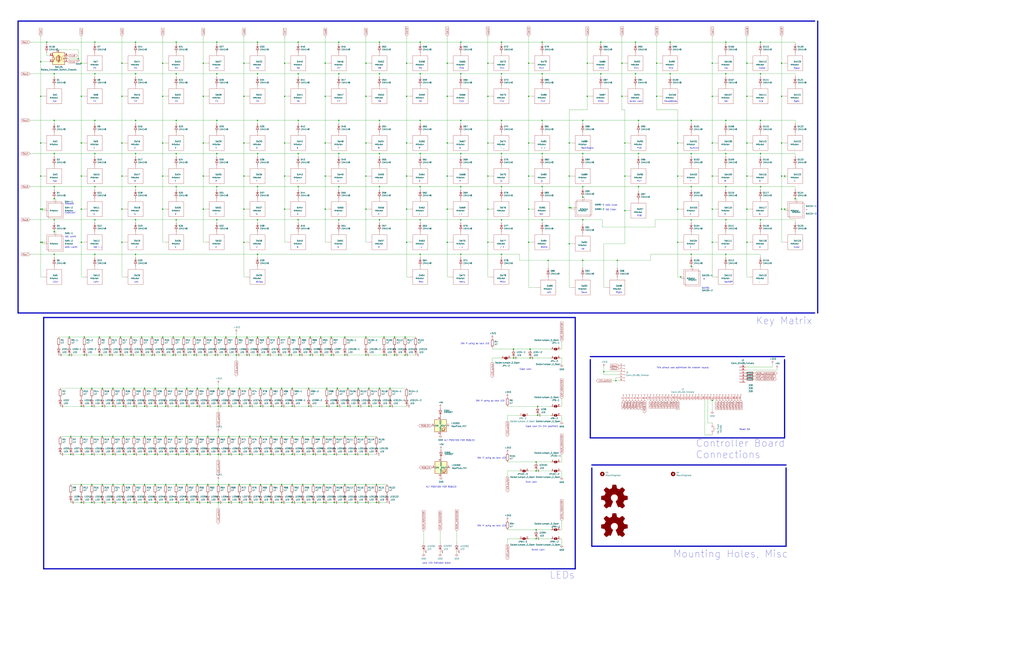
<source format=kicad_sch>
(kicad_sch (version 20200618) (host eeschema "(5.99.0-2195-g476558ece)")
  (page 1 1)
  (paper "D")
  (lib_symbols
    (symbol "Boston-keyboard-rescue:MXSwitch-Acheron"
      (property "Reference" "SW" (at 0 0 0))
      (property "Value" "MXSwitch-Acheron" (at 0 -3.81 0))
      (symbol "MXSwitch-Acheron_1_1"
        (pin output line (at -8.89 0 0) (length 2.54) hide (name "Col") (number "1"))
        (pin input line (at 0 8.89 270) (length 2.54) hide (name "Row") (number "2"))
      )
    )
    (symbol "Connector:Conn_01x06_Female" (pin_names hide)
      (property "Reference" "J" (at 0 7.62 0))
      (property "Value" "Conn_01x06_Female" (at 0 -10.16 0))
      (symbol "Conn_01x06_Female_1_1"
        (pin passive line (at -5.08 5.08 0) (length 3.81) (name "Pin_1") (number "1"))
        (pin passive line (at -5.08 2.54 0) (length 3.81) (name "Pin_2") (number "2"))
        (pin passive line (at -5.08 0 0) (length 3.81) (name "Pin_3") (number "3"))
        (pin passive line (at -5.08 -2.54 0) (length 3.81) (name "Pin_4") (number "4"))
        (pin passive line (at -5.08 -5.08 0) (length 3.81) (name "Pin_5") (number "5"))
        (pin passive line (at -5.08 -7.62 0) (length 3.81) (name "Pin_6") (number "6"))
      )
    )
    (symbol "Connector:Conn_01x40_Female" (pin_names hide)
      (property "Reference" "J" (at 0 50.8 0))
      (property "Value" "Conn_01x40_Female" (at 0 -53.34 0))
      (symbol "Conn_01x40_Female_1_1"
        (pin passive line (at -5.08 48.26 0) (length 3.81) (name "Pin_1") (number "1"))
        (pin passive line (at -5.08 25.4 0) (length 3.81) (name "Pin_10") (number "10"))
        (pin passive line (at -5.08 22.86 0) (length 3.81) (name "Pin_11") (number "11"))
        (pin passive line (at -5.08 20.32 0) (length 3.81) (name "Pin_12") (number "12"))
        (pin passive line (at -5.08 17.78 0) (length 3.81) (name "Pin_13") (number "13"))
        (pin passive line (at -5.08 15.24 0) (length 3.81) (name "Pin_14") (number "14"))
        (pin passive line (at -5.08 12.7 0) (length 3.81) (name "Pin_15") (number "15"))
        (pin passive line (at -5.08 10.16 0) (length 3.81) (name "Pin_16") (number "16"))
        (pin passive line (at -5.08 7.62 0) (length 3.81) (name "Pin_17") (number "17"))
        (pin passive line (at -5.08 5.08 0) (length 3.81) (name "Pin_18") (number "18"))
        (pin passive line (at -5.08 2.54 0) (length 3.81) (name "Pin_19") (number "19"))
        (pin passive line (at -5.08 45.72 0) (length 3.81) (name "Pin_2") (number "2"))
        (pin passive line (at -5.08 0 0) (length 3.81) (name "Pin_20") (number "20"))
        (pin passive line (at -5.08 -2.54 0) (length 3.81) (name "Pin_21") (number "21"))
        (pin passive line (at -5.08 -5.08 0) (length 3.81) (name "Pin_22") (number "22"))
        (pin passive line (at -5.08 -7.62 0) (length 3.81) (name "Pin_23") (number "23"))
        (pin passive line (at -5.08 -10.16 0) (length 3.81) (name "Pin_24") (number "24"))
        (pin passive line (at -5.08 -12.7 0) (length 3.81) (name "Pin_25") (number "25"))
        (pin passive line (at -5.08 -15.24 0) (length 3.81) (name "Pin_26") (number "26"))
        (pin passive line (at -5.08 -17.78 0) (length 3.81) (name "Pin_27") (number "27"))
        (pin passive line (at -5.08 -20.32 0) (length 3.81) (name "Pin_28") (number "28"))
        (pin passive line (at -5.08 -22.86 0) (length 3.81) (name "Pin_29") (number "29"))
        (pin passive line (at -5.08 43.18 0) (length 3.81) (name "Pin_3") (number "3"))
        (pin passive line (at -5.08 -25.4 0) (length 3.81) (name "Pin_30") (number "30"))
        (pin passive line (at -5.08 -27.94 0) (length 3.81) (name "Pin_31") (number "31"))
        (pin passive line (at -5.08 -30.48 0) (length 3.81) (name "Pin_32") (number "32"))
        (pin passive line (at -5.08 -33.02 0) (length 3.81) (name "Pin_33") (number "33"))
        (pin passive line (at -5.08 -35.56 0) (length 3.81) (name "Pin_34") (number "34"))
        (pin passive line (at -5.08 -38.1 0) (length 3.81) (name "Pin_35") (number "35"))
        (pin passive line (at -5.08 -40.64 0) (length 3.81) (name "Pin_36") (number "36"))
        (pin passive line (at -5.08 -43.18 0) (length 3.81) (name "Pin_37") (number "37"))
        (pin passive line (at -5.08 -45.72 0) (length 3.81) (name "Pin_38") (number "38"))
        (pin passive line (at -5.08 -48.26 0) (length 3.81) (name "Pin_39") (number "39"))
        (pin passive line (at -5.08 40.64 0) (length 3.81) (name "Pin_4") (number "4"))
        (pin passive line (at -5.08 -50.8 0) (length 3.81) (name "Pin_40") (number "40"))
        (pin passive line (at -5.08 38.1 0) (length 3.81) (name "Pin_5") (number "5"))
        (pin passive line (at -5.08 35.56 0) (length 3.81) (name "Pin_6") (number "6"))
        (pin passive line (at -5.08 33.02 0) (length 3.81) (name "Pin_7") (number "7"))
        (pin passive line (at -5.08 30.48 0) (length 3.81) (name "Pin_8") (number "8"))
        (pin passive line (at -5.08 27.94 0) (length 3.81) (name "Pin_9") (number "9"))
      )
    )
    (symbol "Device:LED" (pin_numbers hide) (pin_names hide)
      (property "Reference" "D" (at 0 2.54 0))
      (property "Value" "LED" (at 0 -2.54 0))
      (symbol "LED_1_1"
        (pin passive line (at -3.81 0 0) (length 2.54) (name "K") (number "1"))
        (pin passive line (at 3.81 0 180) (length 2.54) (name "A") (number "2"))
      )
    )
    (symbol "Device:R" (pin_numbers hide) (pin_names (offset 0))
      (property "Reference" "R" (at 2.032 0 90))
      (property "Value" "R" (at 0 0 90))
      (symbol "R_1_1"
        (pin passive line (at 0 3.81 270) (length 1.27) (name "~") (number "1"))
        (pin passive line (at 0 -3.81 90) (length 1.27) (name "~") (number "2"))
      )
    )
    (symbol "Diode:1N4007" (pin_numbers hide) (pin_names hide)
      (property "Reference" "D" (at 0 2.54 0))
      (property "Value" "1N4007" (at 0 -2.54 0))
      (symbol "1N4007_1_1"
        (pin passive line (at -3.81 0 0) (length 2.54) (name "K") (number "1"))
        (pin passive line (at 3.81 0 180) (length 2.54) (name "A") (number "2"))
      )
    )
    (symbol "Diode:1N4148" (pin_numbers hide) (pin_names hide)
      (property "Reference" "D" (at 0 2.54 0))
      (property "Value" "1N4148" (at 0 -2.54 0))
      (symbol "1N4148_1_1"
        (pin passive line (at -3.81 0 0) (length 2.54) (name "K") (number "1"))
        (pin passive line (at 3.81 0 180) (length 2.54) (name "A") (number "2"))
      )
    )
    (symbol "Graphic:Logo_Open_Hardware_Large")
    (symbol "Jumper:SolderJumper_2_Open" (pin_names (offset 0) hide)
      (property "Reference" "JP" (at 0 2.032 0))
      (property "Value" "SolderJumper_2_Open" (at 0 -2.54 0))
      (symbol "SolderJumper_2_Open_1_1"
        (pin passive line (at -3.81 0 0) (length 2.54) (name "A") (number "1"))
        (pin passive line (at 3.81 0 180) (length 2.54) (name "B") (number "2"))
      )
    )
    (symbol "LED:NeoPixel_THT" (pin_names (offset 0.254))
      (property "Reference" "D" (at 5.08 5.715 0))
      (property "Value" "NeoPixel_THT" (at 1.27 -5.715 0))
      (symbol "NeoPixel_THT_0_0"
        (text "RGB" (at 2.286 -4.191 0) (effects (font (size 0.762 0.762))))
      )
      (symbol "NeoPixel_THT_1_1"
        (pin output line (at 7.62 0 180) (length 2.54) (name "DOUT") (number "1"))
        (pin power_in line (at 0 -7.62 90) (length 2.54) (name "GND") (number "2"))
        (pin power_in line (at 0 7.62 270) (length 2.54) (name "VDD") (number "3"))
        (pin input line (at -7.62 0 0) (length 2.54) (name "DIN") (number "4"))
      )
    )
    (symbol "Mechanical:MountingHole"
      (property "Reference" "H" (at 0 5.08 0))
      (property "Value" "MountingHole" (at 0 3.175 0))
    )
    (symbol "Switch:SW_Push" (pin_numbers hide) (pin_names hide)
      (property "Reference" "SW" (at 1.27 2.54 0))
      (property "Value" "SW_Push" (at 0 -1.524 0))
      (symbol "SW_Push_0_1"
        (pin passive line (at -5.08 0 0) (length 2.54) (name "1") (number "1"))
        (pin passive line (at 5.08 0 180) (length 2.54) (name "2") (number "2"))
      )
    )
    (symbol "acheronSymbols:Rotary_Encoder_Switch_Chassis" (pin_names (offset 0.254) hide)
      (property "Reference" "SW" (at 0 6.604 0))
      (property "Value" "Rotary_Encoder_Switch_Chassis" (at 0 -6.604 0))
      (symbol "Rotary_Encoder_Switch_Chassis_1_1"
        (pin passive line (at -7.62 2.54 0) (length 2.54) (name "A") (number "A"))
        (pin passive line (at -7.62 -2.54 0) (length 2.54) (name "B") (number "B"))
        (pin passive line (at -7.62 0 0) (length 2.54) (name "C") (number "C"))
        (pin bidirectional line (at 0 -7.62 90) (length 2.54) (name "Shield") (number "S"))
        (pin passive line (at 7.62 2.54 180) (length 2.54) (name "S1") (number "S1"))
        (pin passive line (at 7.62 -2.54 180) (length 2.54) (name "S2") (number "S2"))
      )
    )
    (symbol "power:+3.3V" (power) (pin_names (offset 0))
      (property "Value" "+3.3V" (at 0 3.556 0))
      (symbol "+3.3V_1_1"
        (pin power_in line (at 0 0 90) (length 0) hide (name "+3V3") (number "1"))
      )
    )
    (symbol "power:+5V" (power) (pin_names (offset 0))
      (property "Value" "+5V" (at 0 3.556 0))
      (symbol "+5V_1_1"
        (pin power_in line (at 0 0 90) (length 0) hide (name "+5V") (number "1"))
      )
    )
    (symbol "power:GND" (power) (pin_names (offset 0))
      (property "Value" "GND" (at 0 -3.81 0))
      (symbol "GND_1_1"
        (pin power_in line (at 0 0 270) (length 0) hide (name "GND") (number "1"))
      )
    )
  )
  (junction (at 34.29 52.07))
  (junction (at 34.29 81.28))
  (junction (at 34.29 120.65))
  (junction (at 34.29 148.59))
  (junction (at 34.29 176.53))
  (junction (at 34.29 204.47))
  (junction (at 35.56 176.53))
  (junction (at 35.56 204.47))
  (junction (at 39.37 35.56))
  (junction (at 45.72 62.23))
  (junction (at 45.72 101.6))
  (junction (at 45.72 129.54))
  (junction (at 45.72 157.48))
  (junction (at 45.72 167.64))
  (junction (at 45.72 185.42))
  (junction (at 45.72 195.58))
  (junction (at 45.72 214.63))
  (junction (at 58.42 284.48))
  (junction (at 58.42 299.72))
  (junction (at 59.69 368.3))
  (junction (at 59.69 383.54))
  (junction (at 66.04 49.53))
  (junction (at 68.58 53.34))
  (junction (at 68.58 81.28))
  (junction (at 68.58 120.65))
  (junction (at 68.58 148.59))
  (junction (at 68.58 176.53))
  (junction (at 68.58 204.47))
  (junction (at 68.58 327.66))
  (junction (at 68.58 342.9))
  (junction (at 68.58 368.3))
  (junction (at 68.58 383.54))
  (junction (at 68.58 408.94))
  (junction (at 68.58 424.18))
  (junction (at 71.12 284.48))
  (junction (at 71.12 299.72))
  (junction (at 77.47 327.66))
  (junction (at 77.47 342.9))
  (junction (at 77.47 368.3))
  (junction (at 77.47 383.54))
  (junction (at 77.47 408.94))
  (junction (at 77.47 424.18))
  (junction (at 80.01 35.56))
  (junction (at 80.01 62.23))
  (junction (at 80.01 101.6))
  (junction (at 80.01 129.54))
  (junction (at 80.01 157.48))
  (junction (at 80.01 185.42))
  (junction (at 80.01 214.63))
  (junction (at 83.82 284.48))
  (junction (at 83.82 299.72))
  (junction (at 86.36 327.66))
  (junction (at 86.36 342.9))
  (junction (at 86.36 368.3))
  (junction (at 86.36 383.54))
  (junction (at 86.36 408.94))
  (junction (at 86.36 424.18))
  (junction (at 92.71 284.48))
  (junction (at 92.71 299.72))
  (junction (at 95.25 327.66))
  (junction (at 95.25 342.9))
  (junction (at 95.25 368.3))
  (junction (at 95.25 383.54))
  (junction (at 95.25 408.94))
  (junction (at 95.25 424.18))
  (junction (at 101.6 284.48))
  (junction (at 101.6 299.72))
  (junction (at 102.87 53.34))
  (junction (at 102.87 81.28))
  (junction (at 102.87 120.65))
  (junction (at 102.87 148.59))
  (junction (at 102.87 176.53))
  (junction (at 102.87 204.47))
  (junction (at 104.14 327.66))
  (junction (at 104.14 342.9))
  (junction (at 104.14 368.3))
  (junction (at 104.14 383.54))
  (junction (at 104.14 408.94))
  (junction (at 104.14 424.18))
  (junction (at 110.49 284.48))
  (junction (at 110.49 299.72))
  (junction (at 113.03 327.66))
  (junction (at 113.03 342.9))
  (junction (at 113.03 368.3))
  (junction (at 113.03 383.54))
  (junction (at 113.03 408.94))
  (junction (at 113.03 424.18))
  (junction (at 114.3 35.56))
  (junction (at 114.3 62.23))
  (junction (at 114.3 101.6))
  (junction (at 114.3 129.54))
  (junction (at 114.3 157.48))
  (junction (at 114.3 185.42))
  (junction (at 114.3 214.63))
  (junction (at 119.38 284.48))
  (junction (at 119.38 299.72))
  (junction (at 121.92 327.66))
  (junction (at 121.92 342.9))
  (junction (at 121.92 368.3))
  (junction (at 121.92 383.54))
  (junction (at 121.92 408.94))
  (junction (at 121.92 424.18))
  (junction (at 128.27 284.48))
  (junction (at 128.27 299.72))
  (junction (at 130.81 327.66))
  (junction (at 130.81 342.9))
  (junction (at 130.81 368.3))
  (junction (at 130.81 383.54))
  (junction (at 130.81 408.94))
  (junction (at 130.81 424.18))
  (junction (at 137.16 53.34))
  (junction (at 137.16 81.28))
  (junction (at 137.16 120.65))
  (junction (at 137.16 148.59))
  (junction (at 137.16 176.53))
  (junction (at 137.16 284.48))
  (junction (at 137.16 299.72))
  (junction (at 139.7 327.66))
  (junction (at 139.7 342.9))
  (junction (at 139.7 368.3))
  (junction (at 139.7 383.54))
  (junction (at 139.7 408.94))
  (junction (at 139.7 424.18))
  (junction (at 146.05 284.48))
  (junction (at 146.05 299.72))
  (junction (at 148.59 35.56))
  (junction (at 148.59 62.23))
  (junction (at 148.59 101.6))
  (junction (at 148.59 129.54))
  (junction (at 148.59 157.48))
  (junction (at 148.59 185.42))
  (junction (at 148.59 327.66))
  (junction (at 148.59 342.9))
  (junction (at 148.59 368.3))
  (junction (at 148.59 383.54))
  (junction (at 148.59 408.94))
  (junction (at 148.59 424.18))
  (junction (at 154.94 284.48))
  (junction (at 154.94 299.72))
  (junction (at 157.48 327.66))
  (junction (at 157.48 342.9))
  (junction (at 157.48 368.3))
  (junction (at 157.48 383.54))
  (junction (at 157.48 408.94))
  (junction (at 157.48 424.18))
  (junction (at 163.83 284.48))
  (junction (at 163.83 299.72))
  (junction (at 166.37 327.66))
  (junction (at 166.37 342.9))
  (junction (at 166.37 368.3))
  (junction (at 166.37 383.54))
  (junction (at 166.37 408.94))
  (junction (at 166.37 424.18))
  (junction (at 171.45 53.34))
  (junction (at 171.45 81.28))
  (junction (at 171.45 120.65))
  (junction (at 171.45 148.59))
  (junction (at 171.45 176.53))
  (junction (at 172.72 284.48))
  (junction (at 172.72 299.72))
  (junction (at 175.26 327.66))
  (junction (at 175.26 342.9))
  (junction (at 175.26 368.3))
  (junction (at 175.26 383.54))
  (junction (at 175.26 408.94))
  (junction (at 175.26 424.18))
  (junction (at 181.61 284.48))
  (junction (at 181.61 299.72))
  (junction (at 182.88 35.56))
  (junction (at 182.88 62.23))
  (junction (at 182.88 101.6))
  (junction (at 182.88 129.54))
  (junction (at 182.88 157.48))
  (junction (at 182.88 185.42))
  (junction (at 184.15 327.66))
  (junction (at 184.15 342.9))
  (junction (at 184.15 368.3))
  (junction (at 184.15 383.54))
  (junction (at 184.15 408.94))
  (junction (at 184.15 424.18))
  (junction (at 190.5 284.48))
  (junction (at 190.5 299.72))
  (junction (at 193.04 327.66))
  (junction (at 193.04 342.9))
  (junction (at 193.04 368.3))
  (junction (at 193.04 383.54))
  (junction (at 193.04 408.94))
  (junction (at 193.04 424.18))
  (junction (at 199.39 284.48))
  (junction (at 199.39 299.72))
  (junction (at 201.93 327.66))
  (junction (at 201.93 342.9))
  (junction (at 201.93 368.3))
  (junction (at 201.93 383.54))
  (junction (at 201.93 408.94))
  (junction (at 201.93 424.18))
  (junction (at 205.74 53.34))
  (junction (at 205.74 81.28))
  (junction (at 205.74 120.65))
  (junction (at 205.74 148.59))
  (junction (at 205.74 176.53))
  (junction (at 205.74 204.47))
  (junction (at 208.28 284.48))
  (junction (at 208.28 299.72))
  (junction (at 210.82 327.66))
  (junction (at 210.82 342.9))
  (junction (at 210.82 368.3))
  (junction (at 210.82 383.54))
  (junction (at 210.82 408.94))
  (junction (at 210.82 424.18))
  (junction (at 217.17 35.56))
  (junction (at 217.17 62.23))
  (junction (at 217.17 101.6))
  (junction (at 217.17 129.54))
  (junction (at 217.17 157.48))
  (junction (at 217.17 185.42))
  (junction (at 217.17 214.63))
  (junction (at 217.17 284.48))
  (junction (at 217.17 299.72))
  (junction (at 219.71 327.66))
  (junction (at 219.71 342.9))
  (junction (at 219.71 368.3))
  (junction (at 219.71 383.54))
  (junction (at 219.71 408.94))
  (junction (at 219.71 424.18))
  (junction (at 226.06 284.48))
  (junction (at 226.06 299.72))
  (junction (at 228.6 327.66))
  (junction (at 228.6 342.9))
  (junction (at 228.6 368.3))
  (junction (at 228.6 383.54))
  (junction (at 228.6 408.94))
  (junction (at 228.6 424.18))
  (junction (at 234.95 284.48))
  (junction (at 234.95 299.72))
  (junction (at 237.49 327.66))
  (junction (at 237.49 342.9))
  (junction (at 237.49 368.3))
  (junction (at 237.49 383.54))
  (junction (at 237.49 408.94))
  (junction (at 237.49 424.18))
  (junction (at 240.03 53.34))
  (junction (at 240.03 81.28))
  (junction (at 240.03 120.65))
  (junction (at 240.03 148.59))
  (junction (at 240.03 176.53))
  (junction (at 243.84 284.48))
  (junction (at 243.84 299.72))
  (junction (at 246.38 327.66))
  (junction (at 246.38 342.9))
  (junction (at 246.38 368.3))
  (junction (at 246.38 383.54))
  (junction (at 246.38 408.94))
  (junction (at 246.38 424.18))
  (junction (at 251.46 35.56))
  (junction (at 251.46 62.23))
  (junction (at 251.46 101.6))
  (junction (at 251.46 129.54))
  (junction (at 251.46 157.48))
  (junction (at 251.46 185.42))
  (junction (at 252.73 284.48))
  (junction (at 252.73 299.72))
  (junction (at 255.27 368.3))
  (junction (at 255.27 383.54))
  (junction (at 255.27 408.94))
  (junction (at 255.27 424.18))
  (junction (at 260.35 327.66))
  (junction (at 260.35 342.9))
  (junction (at 261.62 284.48))
  (junction (at 261.62 299.72))
  (junction (at 264.16 368.3))
  (junction (at 264.16 383.54))
  (junction (at 264.16 408.94))
  (junction (at 264.16 424.18))
  (junction (at 270.51 284.48))
  (junction (at 270.51 299.72))
  (junction (at 273.05 368.3))
  (junction (at 273.05 383.54))
  (junction (at 273.05 408.94))
  (junction (at 273.05 424.18))
  (junction (at 274.32 53.34))
  (junction (at 274.32 81.28))
  (junction (at 274.32 120.65))
  (junction (at 274.32 148.59))
  (junction (at 274.32 176.53))
  (junction (at 275.59 327.66))
  (junction (at 275.59 342.9))
  (junction (at 279.4 284.48))
  (junction (at 279.4 299.72))
  (junction (at 281.94 368.3))
  (junction (at 281.94 383.54))
  (junction (at 281.94 408.94))
  (junction (at 281.94 424.18))
  (junction (at 284.48 327.66))
  (junction (at 284.48 342.9))
  (junction (at 285.75 35.56))
  (junction (at 285.75 62.23))
  (junction (at 285.75 101.6))
  (junction (at 285.75 129.54))
  (junction (at 285.75 157.48))
  (junction (at 285.75 185.42))
  (junction (at 290.83 284.48))
  (junction (at 290.83 299.72))
  (junction (at 290.83 368.3))
  (junction (at 290.83 383.54))
  (junction (at 290.83 408.94))
  (junction (at 290.83 424.18))
  (junction (at 293.37 327.66))
  (junction (at 293.37 342.9))
  (junction (at 299.72 368.3))
  (junction (at 299.72 383.54))
  (junction (at 299.72 408.94))
  (junction (at 299.72 424.18))
  (junction (at 302.26 327.66))
  (junction (at 302.26 342.9))
  (junction (at 308.61 53.34))
  (junction (at 308.61 81.28))
  (junction (at 308.61 120.65))
  (junction (at 308.61 148.59))
  (junction (at 308.61 176.53))
  (junction (at 308.61 284.48))
  (junction (at 308.61 299.72))
  (junction (at 308.61 368.3))
  (junction (at 308.61 383.54))
  (junction (at 308.61 408.94))
  (junction (at 308.61 424.18))
  (junction (at 311.15 327.66))
  (junction (at 311.15 342.9))
  (junction (at 317.5 408.94))
  (junction (at 317.5 424.18))
  (junction (at 320.04 35.56))
  (junction (at 320.04 62.23))
  (junction (at 320.04 101.6))
  (junction (at 320.04 129.54))
  (junction (at 320.04 157.48))
  (junction (at 320.04 185.42))
  (junction (at 320.04 327.66))
  (junction (at 320.04 342.9))
  (junction (at 323.85 284.48))
  (junction (at 323.85 299.72))
  (junction (at 328.93 327.66))
  (junction (at 328.93 342.9))
  (junction (at 332.74 284.48))
  (junction (at 332.74 299.72))
  (junction (at 341.63 284.48))
  (junction (at 341.63 299.72))
  (junction (at 342.9 53.34))
  (junction (at 342.9 81.28))
  (junction (at 342.9 120.65))
  (junction (at 342.9 148.59))
  (junction (at 342.9 176.53))
  (junction (at 342.9 204.47))
  (junction (at 354.33 35.56))
  (junction (at 354.33 62.23))
  (junction (at 354.33 101.6))
  (junction (at 354.33 129.54))
  (junction (at 354.33 157.48))
  (junction (at 354.33 185.42))
  (junction (at 354.33 214.63))
  (junction (at 377.19 53.34))
  (junction (at 377.19 81.28))
  (junction (at 377.19 120.65))
  (junction (at 377.19 148.59))
  (junction (at 377.19 176.53))
  (junction (at 377.19 204.47))
  (junction (at 388.62 35.56))
  (junction (at 388.62 62.23))
  (junction (at 388.62 101.6))
  (junction (at 388.62 129.54))
  (junction (at 388.62 157.48))
  (junction (at 388.62 185.42))
  (junction (at 388.62 214.63))
  (junction (at 411.48 53.34))
  (junction (at 411.48 81.28))
  (junction (at 411.48 120.65))
  (junction (at 411.48 148.59))
  (junction (at 411.48 176.53))
  (junction (at 411.48 204.47))
  (junction (at 422.91 35.56))
  (junction (at 422.91 62.23))
  (junction (at 422.91 101.6))
  (junction (at 422.91 129.54))
  (junction (at 422.91 157.48))
  (junction (at 422.91 185.42))
  (junction (at 422.91 214.63))
  (junction (at 433.07 294.64))
  (junction (at 433.07 302.26))
  (junction (at 445.77 53.34))
  (junction (at 445.77 81.28))
  (junction (at 445.77 120.65))
  (junction (at 445.77 148.59))
  (junction (at 445.77 176.53))
  (junction (at 445.77 204.47))
  (junction (at 447.04 294.64))
  (junction (at 447.04 302.26))
  (junction (at 452.12 389.89))
  (junction (at 452.12 397.51))
  (junction (at 452.12 447.04))
  (junction (at 452.12 454.66))
  (junction (at 453.39 342.9))
  (junction (at 453.39 350.52))
  (junction (at 457.2 35.56))
  (junction (at 457.2 62.23))
  (junction (at 457.2 101.6))
  (junction (at 457.2 129.54))
  (junction (at 457.2 157.48))
  (junction (at 457.2 185.42))
  (junction (at 462.28 219.71))
  (junction (at 480.06 120.65))
  (junction (at 480.06 148.59))
  (junction (at 480.06 175.26))
  (junction (at 480.06 205.74))
  (junction (at 481.33 175.26))
  (junction (at 491.49 101.6))
  (junction (at 491.49 129.54))
  (junction (at 491.49 157.48))
  (junction (at 491.49 166.37))
  (junction (at 491.49 185.42))
  (junction (at 491.49 219.71))
  (junction (at 495.3 53.34))
  (junction (at 495.3 81.28))
  (junction (at 506.73 35.56))
  (junction (at 506.73 62.23))
  (junction (at 509.27 313.69))
  (junction (at 519.43 321.31))
  (junction (at 520.7 219.71))
  (junction (at 524.51 53.34))
  (junction (at 524.51 81.28))
  (junction (at 527.05 120.65))
  (junction (at 527.05 148.59))
  (junction (at 527.05 177.8))
  (junction (at 535.94 35.56))
  (junction (at 535.94 62.23))
  (junction (at 538.48 101.6))
  (junction (at 538.48 129.54))
  (junction (at 538.48 157.48))
  (junction (at 553.72 53.34))
  (junction (at 553.72 81.28))
  (junction (at 565.15 35.56))
  (junction (at 565.15 62.23))
  (junction (at 571.5 120.65))
  (junction (at 571.5 148.59))
  (junction (at 571.5 176.53))
  (junction (at 571.5 204.47))
  (junction (at 574.04 233.68))
  (junction (at 582.93 101.6))
  (junction (at 582.93 129.54))
  (junction (at 582.93 157.48))
  (junction (at 582.93 185.42))
  (junction (at 582.93 214.63))
  (junction (at 582.93 224.79))
  (junction (at 600.71 53.34))
  (junction (at 600.71 81.28))
  (junction (at 600.71 120.65))
  (junction (at 600.71 148.59))
  (junction (at 600.71 176.53))
  (junction (at 600.71 204.47))
  (junction (at 600.71 337.82))
  (junction (at 612.14 35.56))
  (junction (at 612.14 62.23))
  (junction (at 612.14 101.6))
  (junction (at 612.14 129.54))
  (junction (at 612.14 157.48))
  (junction (at 612.14 185.42))
  (junction (at 612.14 214.63))
  (junction (at 629.92 53.34))
  (junction (at 629.92 81.28))
  (junction (at 629.92 120.65))
  (junction (at 629.92 148.59))
  (junction (at 629.92 176.53))
  (junction (at 629.92 204.47))
  (junction (at 641.35 35.56))
  (junction (at 641.35 62.23))
  (junction (at 641.35 101.6))
  (junction (at 641.35 129.54))
  (junction (at 641.35 157.48))
  (junction (at 641.35 185.42))
  (junction (at 659.13 53.34))
  (junction (at 659.13 81.28))
  (junction (at 659.13 120.65))
  (junction (at 659.13 148.59))
  (junction (at 659.13 176.53))
  (junction (at 661.67 148.59))
  (junction (at 661.67 176.53))
  (junction (at 670.56 167.64))
  (wire (pts (xy 25.4 35.56) (xy 39.37 35.56)))
  (wire (pts (xy 25.4 62.23) (xy 45.72 62.23)))
  (wire (pts (xy 25.4 101.6) (xy 45.72 101.6)))
  (wire (pts (xy 25.4 129.54) (xy 45.72 129.54)))
  (wire (pts (xy 25.4 157.48) (xy 45.72 157.48)))
  (wire (pts (xy 25.4 185.42) (xy 45.72 185.42)))
  (wire (pts (xy 25.4 214.63) (xy 45.72 214.63)))
  (wire (pts (xy 34.29 30.48) (xy 34.29 52.07)))
  (wire (pts (xy 34.29 52.07) (xy 34.29 81.28)))
  (wire (pts (xy 34.29 81.28) (xy 34.29 120.65)))
  (wire (pts (xy 34.29 120.65) (xy 34.29 148.59)))
  (wire (pts (xy 34.29 148.59) (xy 34.29 176.53)))
  (wire (pts (xy 34.29 176.53) (xy 34.29 204.47)))
  (wire (pts (xy 34.29 204.47) (xy 34.29 233.68)))
  (wire (pts (xy 35.56 176.53) (xy 34.29 176.53)))
  (wire (pts (xy 35.56 177.8) (xy 35.56 176.53)))
  (wire (pts (xy 35.56 204.47) (xy 34.29 204.47)))
  (wire (pts (xy 35.56 205.74) (xy 35.56 204.47)))
  (wire (pts (xy 36.83 81.28) (xy 34.29 81.28)))
  (wire (pts (xy 36.83 120.65) (xy 34.29 120.65)))
  (wire (pts (xy 36.83 148.59) (xy 34.29 148.59)))
  (wire (pts (xy 36.83 176.53) (xy 35.56 176.53)))
  (wire (pts (xy 36.83 204.47) (xy 35.56 204.47)))
  (wire (pts (xy 36.83 233.68) (xy 34.29 233.68)))
  (wire (pts (xy 38.1 177.8) (xy 35.56 177.8)))
  (wire (pts (xy 38.1 205.74) (xy 35.56 205.74)))
  (wire (pts (xy 39.37 35.56) (xy 80.01 35.56)))
  (wire (pts (xy 39.37 36.83) (xy 39.37 35.56)))
  (wire (pts (xy 39.37 46.99) (xy 39.37 44.45)))
  (wire (pts (xy 41.91 46.99) (xy 39.37 46.99)))
  (wire (pts (xy 41.91 52.07) (xy 34.29 52.07)))
  (wire (pts (xy 45.72 62.23) (xy 45.72 64.77)))
  (wire (pts (xy 45.72 62.23) (xy 80.01 62.23)))
  (wire (pts (xy 45.72 101.6) (xy 45.72 104.14)))
  (wire (pts (xy 45.72 101.6) (xy 80.01 101.6)))
  (wire (pts (xy 45.72 129.54) (xy 45.72 132.08)))
  (wire (pts (xy 45.72 129.54) (xy 80.01 129.54)))
  (wire (pts (xy 45.72 157.48) (xy 45.72 160.02)))
  (wire (pts (xy 45.72 157.48) (xy 80.01 157.48)))
  (wire (pts (xy 45.72 185.42) (xy 45.72 187.96)))
  (wire (pts (xy 45.72 185.42) (xy 80.01 185.42)))
  (wire (pts (xy 45.72 214.63) (xy 45.72 217.17)))
  (wire (pts (xy 45.72 214.63) (xy 80.01 214.63)))
  (wire (pts (xy 46.99 167.64) (xy 45.72 167.64)))
  (wire (pts (xy 46.99 168.91) (xy 46.99 167.64)))
  (wire (pts (xy 46.99 195.58) (xy 45.72 195.58)))
  (wire (pts (xy 46.99 196.85) (xy 46.99 195.58)))
  (wire (pts (xy 49.53 41.91) (xy 66.04 41.91)))
  (wire (pts (xy 50.8 327.66) (xy 68.58 327.66)))
  (wire (pts (xy 50.8 342.9) (xy 68.58 342.9)))
  (wire (pts (xy 58.42 284.48) (xy 49.53 284.48)))
  (wire (pts (xy 58.42 284.48) (xy 71.12 284.48)))
  (wire (pts (xy 58.42 299.72) (xy 49.53 299.72)))
  (wire (pts (xy 58.42 299.72) (xy 71.12 299.72)))
  (wire (pts (xy 59.69 368.3) (xy 50.8 368.3)))
  (wire (pts (xy 59.69 383.54) (xy 50.8 383.54)))
  (wire (pts (xy 66.04 41.91) (xy 66.04 49.53)))
  (wire (pts (xy 66.04 49.53) (xy 57.15 49.53)))
  (wire (pts (xy 68.58 53.34) (xy 68.58 30.48)))
  (wire (pts (xy 68.58 53.34) (xy 68.58 81.28)))
  (wire (pts (xy 68.58 81.28) (xy 68.58 120.65)))
  (wire (pts (xy 68.58 148.59) (xy 68.58 120.65)))
  (wire (pts (xy 68.58 176.53) (xy 68.58 148.59)))
  (wire (pts (xy 68.58 204.47) (xy 68.58 176.53)))
  (wire (pts (xy 68.58 233.68) (xy 68.58 204.47)))
  (wire (pts (xy 68.58 368.3) (xy 59.69 368.3)))
  (wire (pts (xy 68.58 383.54) (xy 59.69 383.54)))
  (wire (pts (xy 68.58 408.94) (xy 59.69 408.94)))
  (wire (pts (xy 68.58 424.18) (xy 59.69 424.18)))
  (wire (pts (xy 71.12 53.34) (xy 68.58 53.34)))
  (wire (pts (xy 71.12 81.28) (xy 68.58 81.28)))
  (wire (pts (xy 71.12 120.65) (xy 68.58 120.65)))
  (wire (pts (xy 71.12 148.59) (xy 68.58 148.59)))
  (wire (pts (xy 71.12 176.53) (xy 68.58 176.53)))
  (wire (pts (xy 71.12 204.47) (xy 68.58 204.47)))
  (wire (pts (xy 71.12 233.68) (xy 68.58 233.68)))
  (wire (pts (xy 71.12 284.48) (xy 83.82 284.48)))
  (wire (pts (xy 71.12 299.72) (xy 83.82 299.72)))
  (wire (pts (xy 77.47 327.66) (xy 68.58 327.66)))
  (wire (pts (xy 77.47 342.9) (xy 68.58 342.9)))
  (wire (pts (xy 77.47 368.3) (xy 68.58 368.3)))
  (wire (pts (xy 77.47 383.54) (xy 68.58 383.54)))
  (wire (pts (xy 77.47 408.94) (xy 68.58 408.94)))
  (wire (pts (xy 77.47 424.18) (xy 68.58 424.18)))
  (wire (pts (xy 80.01 36.83) (xy 80.01 35.56)))
  (wire (pts (xy 80.01 62.23) (xy 80.01 64.77)))
  (wire (pts (xy 80.01 62.23) (xy 114.3 62.23)))
  (wire (pts (xy 80.01 101.6) (xy 80.01 104.14)))
  (wire (pts (xy 80.01 101.6) (xy 114.3 101.6)))
  (wire (pts (xy 80.01 129.54) (xy 80.01 132.08)))
  (wire (pts (xy 80.01 129.54) (xy 114.3 129.54)))
  (wire (pts (xy 80.01 157.48) (xy 80.01 160.02)))
  (wire (pts (xy 80.01 157.48) (xy 114.3 157.48)))
  (wire (pts (xy 80.01 185.42) (xy 80.01 187.96)))
  (wire (pts (xy 80.01 185.42) (xy 114.3 185.42)))
  (wire (pts (xy 80.01 214.63) (xy 80.01 217.17)))
  (wire (pts (xy 80.01 214.63) (xy 114.3 214.63)))
  (wire (pts (xy 86.36 327.66) (xy 77.47 327.66)))
  (wire (pts (xy 86.36 342.9) (xy 77.47 342.9)))
  (wire (pts (xy 86.36 368.3) (xy 77.47 368.3)))
  (wire (pts (xy 86.36 383.54) (xy 77.47 383.54)))
  (wire (pts (xy 86.36 408.94) (xy 77.47 408.94)))
  (wire (pts (xy 86.36 424.18) (xy 77.47 424.18)))
  (wire (pts (xy 92.71 284.48) (xy 83.82 284.48)))
  (wire (pts (xy 92.71 299.72) (xy 83.82 299.72)))
  (wire (pts (xy 95.25 327.66) (xy 86.36 327.66)))
  (wire (pts (xy 95.25 342.9) (xy 86.36 342.9)))
  (wire (pts (xy 95.25 368.3) (xy 86.36 368.3)))
  (wire (pts (xy 95.25 383.54) (xy 86.36 383.54)))
  (wire (pts (xy 95.25 408.94) (xy 86.36 408.94)))
  (wire (pts (xy 95.25 424.18) (xy 86.36 424.18)))
  (wire (pts (xy 101.6 284.48) (xy 92.71 284.48)))
  (wire (pts (xy 101.6 299.72) (xy 92.71 299.72)))
  (wire (pts (xy 102.87 53.34) (xy 102.87 30.48)))
  (wire (pts (xy 102.87 53.34) (xy 102.87 81.28)))
  (wire (pts (xy 102.87 81.28) (xy 102.87 120.65)))
  (wire (pts (xy 102.87 148.59) (xy 102.87 120.65)))
  (wire (pts (xy 102.87 176.53) (xy 102.87 148.59)))
  (wire (pts (xy 102.87 204.47) (xy 102.87 176.53)))
  (wire (pts (xy 102.87 233.68) (xy 102.87 204.47)))
  (wire (pts (xy 104.14 327.66) (xy 95.25 327.66)))
  (wire (pts (xy 104.14 342.9) (xy 95.25 342.9)))
  (wire (pts (xy 104.14 368.3) (xy 95.25 368.3)))
  (wire (pts (xy 104.14 383.54) (xy 95.25 383.54)))
  (wire (pts (xy 104.14 408.94) (xy 95.25 408.94)))
  (wire (pts (xy 104.14 424.18) (xy 95.25 424.18)))
  (wire (pts (xy 105.41 53.34) (xy 102.87 53.34)))
  (wire (pts (xy 105.41 81.28) (xy 102.87 81.28)))
  (wire (pts (xy 105.41 120.65) (xy 102.87 120.65)))
  (wire (pts (xy 105.41 148.59) (xy 102.87 148.59)))
  (wire (pts (xy 105.41 176.53) (xy 102.87 176.53)))
  (wire (pts (xy 105.41 204.47) (xy 102.87 204.47)))
  (wire (pts (xy 105.41 233.68) (xy 102.87 233.68)))
  (wire (pts (xy 110.49 284.48) (xy 101.6 284.48)))
  (wire (pts (xy 110.49 299.72) (xy 101.6 299.72)))
  (wire (pts (xy 113.03 327.66) (xy 104.14 327.66)))
  (wire (pts (xy 113.03 342.9) (xy 104.14 342.9)))
  (wire (pts (xy 113.03 368.3) (xy 104.14 368.3)))
  (wire (pts (xy 113.03 383.54) (xy 104.14 383.54)))
  (wire (pts (xy 113.03 408.94) (xy 104.14 408.94)))
  (wire (pts (xy 113.03 424.18) (xy 104.14 424.18)))
  (wire (pts (xy 114.3 35.56) (xy 80.01 35.56)))
  (wire (pts (xy 114.3 36.83) (xy 114.3 35.56)))
  (wire (pts (xy 114.3 62.23) (xy 114.3 64.77)))
  (wire (pts (xy 114.3 62.23) (xy 148.59 62.23)))
  (wire (pts (xy 114.3 101.6) (xy 114.3 104.14)))
  (wire (pts (xy 114.3 101.6) (xy 148.59 101.6)))
  (wire (pts (xy 114.3 129.54) (xy 114.3 132.08)))
  (wire (pts (xy 114.3 129.54) (xy 148.59 129.54)))
  (wire (pts (xy 114.3 157.48) (xy 114.3 160.02)))
  (wire (pts (xy 114.3 157.48) (xy 148.59 157.48)))
  (wire (pts (xy 114.3 185.42) (xy 114.3 187.96)))
  (wire (pts (xy 114.3 185.42) (xy 148.59 185.42)))
  (wire (pts (xy 114.3 214.63) (xy 114.3 217.17)))
  (wire (pts (xy 114.3 214.63) (xy 217.17 214.63)))
  (wire (pts (xy 119.38 284.48) (xy 110.49 284.48)))
  (wire (pts (xy 119.38 299.72) (xy 110.49 299.72)))
  (wire (pts (xy 121.92 327.66) (xy 113.03 327.66)))
  (wire (pts (xy 121.92 342.9) (xy 113.03 342.9)))
  (wire (pts (xy 121.92 368.3) (xy 113.03 368.3)))
  (wire (pts (xy 121.92 383.54) (xy 113.03 383.54)))
  (wire (pts (xy 121.92 408.94) (xy 113.03 408.94)))
  (wire (pts (xy 121.92 424.18) (xy 113.03 424.18)))
  (wire (pts (xy 128.27 284.48) (xy 119.38 284.48)))
  (wire (pts (xy 128.27 299.72) (xy 119.38 299.72)))
  (wire (pts (xy 130.81 327.66) (xy 121.92 327.66)))
  (wire (pts (xy 130.81 342.9) (xy 121.92 342.9)))
  (wire (pts (xy 130.81 368.3) (xy 121.92 368.3)))
  (wire (pts (xy 130.81 383.54) (xy 121.92 383.54)))
  (wire (pts (xy 130.81 408.94) (xy 121.92 408.94)))
  (wire (pts (xy 130.81 424.18) (xy 121.92 424.18)))
  (wire (pts (xy 137.16 30.48) (xy 137.16 53.34)))
  (wire (pts (xy 137.16 53.34) (xy 137.16 81.28)))
  (wire (pts (xy 137.16 81.28) (xy 137.16 120.65)))
  (wire (pts (xy 137.16 148.59) (xy 137.16 120.65)))
  (wire (pts (xy 137.16 176.53) (xy 137.16 148.59)))
  (wire (pts (xy 137.16 204.47) (xy 137.16 176.53)))
  (wire (pts (xy 137.16 284.48) (xy 128.27 284.48)))
  (wire (pts (xy 137.16 299.72) (xy 128.27 299.72)))
  (wire (pts (xy 139.7 53.34) (xy 137.16 53.34)))
  (wire (pts (xy 139.7 81.28) (xy 137.16 81.28)))
  (wire (pts (xy 139.7 120.65) (xy 137.16 120.65)))
  (wire (pts (xy 139.7 148.59) (xy 137.16 148.59)))
  (wire (pts (xy 139.7 176.53) (xy 137.16 176.53)))
  (wire (pts (xy 139.7 204.47) (xy 137.16 204.47)))
  (wire (pts (xy 139.7 327.66) (xy 130.81 327.66)))
  (wire (pts (xy 139.7 342.9) (xy 130.81 342.9)))
  (wire (pts (xy 139.7 368.3) (xy 130.81 368.3)))
  (wire (pts (xy 139.7 383.54) (xy 130.81 383.54)))
  (wire (pts (xy 139.7 408.94) (xy 130.81 408.94)))
  (wire (pts (xy 139.7 424.18) (xy 130.81 424.18)))
  (wire (pts (xy 146.05 284.48) (xy 137.16 284.48)))
  (wire (pts (xy 146.05 299.72) (xy 137.16 299.72)))
  (wire (pts (xy 148.59 35.56) (xy 114.3 35.56)))
  (wire (pts (xy 148.59 36.83) (xy 148.59 35.56)))
  (wire (pts (xy 148.59 62.23) (xy 148.59 64.77)))
  (wire (pts (xy 148.59 62.23) (xy 182.88 62.23)))
  (wire (pts (xy 148.59 101.6) (xy 148.59 104.14)))
  (wire (pts (xy 148.59 101.6) (xy 182.88 101.6)))
  (wire (pts (xy 148.59 129.54) (xy 148.59 132.08)))
  (wire (pts (xy 148.59 129.54) (xy 182.88 129.54)))
  (wire (pts (xy 148.59 157.48) (xy 148.59 160.02)))
  (wire (pts (xy 148.59 157.48) (xy 182.88 157.48)))
  (wire (pts (xy 148.59 185.42) (xy 148.59 187.96)))
  (wire (pts (xy 148.59 185.42) (xy 182.88 185.42)))
  (wire (pts (xy 148.59 327.66) (xy 139.7 327.66)))
  (wire (pts (xy 148.59 342.9) (xy 139.7 342.9)))
  (wire (pts (xy 148.59 368.3) (xy 139.7 368.3)))
  (wire (pts (xy 148.59 383.54) (xy 139.7 383.54)))
  (wire (pts (xy 148.59 408.94) (xy 139.7 408.94)))
  (wire (pts (xy 148.59 424.18) (xy 139.7 424.18)))
  (wire (pts (xy 154.94 284.48) (xy 146.05 284.48)))
  (wire (pts (xy 154.94 299.72) (xy 146.05 299.72)))
  (wire (pts (xy 157.48 327.66) (xy 148.59 327.66)))
  (wire (pts (xy 157.48 342.9) (xy 148.59 342.9)))
  (wire (pts (xy 157.48 368.3) (xy 148.59 368.3)))
  (wire (pts (xy 157.48 383.54) (xy 148.59 383.54)))
  (wire (pts (xy 157.48 408.94) (xy 148.59 408.94)))
  (wire (pts (xy 157.48 424.18) (xy 148.59 424.18)))
  (wire (pts (xy 163.83 284.48) (xy 154.94 284.48)))
  (wire (pts (xy 163.83 299.72) (xy 154.94 299.72)))
  (wire (pts (xy 166.37 327.66) (xy 157.48 327.66)))
  (wire (pts (xy 166.37 342.9) (xy 157.48 342.9)))
  (wire (pts (xy 166.37 368.3) (xy 157.48 368.3)))
  (wire (pts (xy 166.37 383.54) (xy 157.48 383.54)))
  (wire (pts (xy 166.37 408.94) (xy 157.48 408.94)))
  (wire (pts (xy 166.37 424.18) (xy 157.48 424.18)))
  (wire (pts (xy 171.45 53.34) (xy 171.45 30.48)))
  (wire (pts (xy 171.45 53.34) (xy 171.45 81.28)))
  (wire (pts (xy 171.45 81.28) (xy 171.45 120.65)))
  (wire (pts (xy 171.45 148.59) (xy 171.45 120.65)))
  (wire (pts (xy 171.45 176.53) (xy 171.45 148.59)))
  (wire (pts (xy 171.45 204.47) (xy 171.45 176.53)))
  (wire (pts (xy 172.72 284.48) (xy 163.83 284.48)))
  (wire (pts (xy 172.72 299.72) (xy 163.83 299.72)))
  (wire (pts (xy 173.99 53.34) (xy 171.45 53.34)))
  (wire (pts (xy 173.99 81.28) (xy 171.45 81.28)))
  (wire (pts (xy 173.99 120.65) (xy 171.45 120.65)))
  (wire (pts (xy 173.99 148.59) (xy 171.45 148.59)))
  (wire (pts (xy 173.99 176.53) (xy 171.45 176.53)))
  (wire (pts (xy 173.99 204.47) (xy 171.45 204.47)))
  (wire (pts (xy 175.26 327.66) (xy 166.37 327.66)))
  (wire (pts (xy 175.26 342.9) (xy 166.37 342.9)))
  (wire (pts (xy 175.26 368.3) (xy 166.37 368.3)))
  (wire (pts (xy 175.26 383.54) (xy 166.37 383.54)))
  (wire (pts (xy 175.26 408.94) (xy 166.37 408.94)))
  (wire (pts (xy 175.26 424.18) (xy 166.37 424.18)))
  (wire (pts (xy 181.61 284.48) (xy 172.72 284.48)))
  (wire (pts (xy 181.61 299.72) (xy 172.72 299.72)))
  (wire (pts (xy 182.88 35.56) (xy 148.59 35.56)))
  (wire (pts (xy 182.88 36.83) (xy 182.88 35.56)))
  (wire (pts (xy 182.88 62.23) (xy 182.88 64.77)))
  (wire (pts (xy 182.88 62.23) (xy 217.17 62.23)))
  (wire (pts (xy 182.88 101.6) (xy 182.88 104.14)))
  (wire (pts (xy 182.88 101.6) (xy 217.17 101.6)))
  (wire (pts (xy 182.88 129.54) (xy 182.88 132.08)))
  (wire (pts (xy 182.88 129.54) (xy 217.17 129.54)))
  (wire (pts (xy 182.88 157.48) (xy 182.88 160.02)))
  (wire (pts (xy 182.88 157.48) (xy 217.17 157.48)))
  (wire (pts (xy 182.88 185.42) (xy 182.88 187.96)))
  (wire (pts (xy 182.88 185.42) (xy 217.17 185.42)))
  (wire (pts (xy 184.15 327.66) (xy 175.26 327.66)))
  (wire (pts (xy 184.15 327.66) (xy 184.15 323.85)))
  (wire (pts (xy 184.15 342.9) (xy 175.26 342.9)))
  (wire (pts (xy 184.15 347.98) (xy 184.15 342.9)))
  (wire (pts (xy 184.15 368.3) (xy 175.26 368.3)))
  (wire (pts (xy 184.15 368.3) (xy 184.15 364.49)))
  (wire (pts (xy 184.15 383.54) (xy 175.26 383.54)))
  (wire (pts (xy 184.15 388.62) (xy 184.15 383.54)))
  (wire (pts (xy 184.15 408.94) (xy 175.26 408.94)))
  (wire (pts (xy 184.15 408.94) (xy 184.15 405.13)))
  (wire (pts (xy 184.15 424.18) (xy 175.26 424.18)))
  (wire (pts (xy 184.15 429.26) (xy 184.15 424.18)))
  (wire (pts (xy 190.5 284.48) (xy 181.61 284.48)))
  (wire (pts (xy 190.5 299.72) (xy 181.61 299.72)))
  (wire (pts (xy 193.04 327.66) (xy 184.15 327.66)))
  (wire (pts (xy 193.04 342.9) (xy 184.15 342.9)))
  (wire (pts (xy 193.04 368.3) (xy 184.15 368.3)))
  (wire (pts (xy 193.04 383.54) (xy 184.15 383.54)))
  (wire (pts (xy 193.04 408.94) (xy 184.15 408.94)))
  (wire (pts (xy 193.04 424.18) (xy 184.15 424.18)))
  (wire (pts (xy 199.39 284.48) (xy 190.5 284.48)))
  (wire (pts (xy 199.39 284.48) (xy 199.39 280.67)))
  (wire (pts (xy 199.39 299.72) (xy 190.5 299.72)))
  (wire (pts (xy 199.39 304.8) (xy 199.39 299.72)))
  (wire (pts (xy 201.93 327.66) (xy 193.04 327.66)))
  (wire (pts (xy 201.93 342.9) (xy 193.04 342.9)))
  (wire (pts (xy 201.93 368.3) (xy 193.04 368.3)))
  (wire (pts (xy 201.93 383.54) (xy 193.04 383.54)))
  (wire (pts (xy 201.93 408.94) (xy 193.04 408.94)))
  (wire (pts (xy 201.93 424.18) (xy 193.04 424.18)))
  (wire (pts (xy 205.74 53.34) (xy 205.74 30.48)))
  (wire (pts (xy 205.74 53.34) (xy 205.74 81.28)))
  (wire (pts (xy 205.74 81.28) (xy 205.74 120.65)))
  (wire (pts (xy 205.74 148.59) (xy 205.74 120.65)))
  (wire (pts (xy 205.74 176.53) (xy 205.74 148.59)))
  (wire (pts (xy 205.74 204.47) (xy 205.74 176.53)))
  (wire (pts (xy 205.74 233.68) (xy 205.74 204.47)))
  (wire (pts (xy 208.28 53.34) (xy 205.74 53.34)))
  (wire (pts (xy 208.28 81.28) (xy 205.74 81.28)))
  (wire (pts (xy 208.28 120.65) (xy 205.74 120.65)))
  (wire (pts (xy 208.28 148.59) (xy 205.74 148.59)))
  (wire (pts (xy 208.28 176.53) (xy 205.74 176.53)))
  (wire (pts (xy 208.28 204.47) (xy 205.74 204.47)))
  (wire (pts (xy 208.28 233.68) (xy 205.74 233.68)))
  (wire (pts (xy 208.28 284.48) (xy 199.39 284.48)))
  (wire (pts (xy 208.28 299.72) (xy 199.39 299.72)))
  (wire (pts (xy 210.82 327.66) (xy 201.93 327.66)))
  (wire (pts (xy 210.82 342.9) (xy 201.93 342.9)))
  (wire (pts (xy 210.82 368.3) (xy 201.93 368.3)))
  (wire (pts (xy 210.82 383.54) (xy 201.93 383.54)))
  (wire (pts (xy 210.82 408.94) (xy 201.93 408.94)))
  (wire (pts (xy 210.82 424.18) (xy 201.93 424.18)))
  (wire (pts (xy 217.17 35.56) (xy 182.88 35.56)))
  (wire (pts (xy 217.17 36.83) (xy 217.17 35.56)))
  (wire (pts (xy 217.17 62.23) (xy 217.17 64.77)))
  (wire (pts (xy 217.17 62.23) (xy 251.46 62.23)))
  (wire (pts (xy 217.17 101.6) (xy 217.17 104.14)))
  (wire (pts (xy 217.17 101.6) (xy 251.46 101.6)))
  (wire (pts (xy 217.17 129.54) (xy 217.17 132.08)))
  (wire (pts (xy 217.17 129.54) (xy 251.46 129.54)))
  (wire (pts (xy 217.17 157.48) (xy 217.17 160.02)))
  (wire (pts (xy 217.17 157.48) (xy 251.46 157.48)))
  (wire (pts (xy 217.17 185.42) (xy 217.17 187.96)))
  (wire (pts (xy 217.17 185.42) (xy 251.46 185.42)))
  (wire (pts (xy 217.17 214.63) (xy 217.17 217.17)))
  (wire (pts (xy 217.17 214.63) (xy 354.33 214.63)))
  (wire (pts (xy 217.17 284.48) (xy 208.28 284.48)))
  (wire (pts (xy 217.17 299.72) (xy 208.28 299.72)))
  (wire (pts (xy 219.71 327.66) (xy 210.82 327.66)))
  (wire (pts (xy 219.71 342.9) (xy 210.82 342.9)))
  (wire (pts (xy 219.71 368.3) (xy 210.82 368.3)))
  (wire (pts (xy 219.71 383.54) (xy 210.82 383.54)))
  (wire (pts (xy 219.71 408.94) (xy 210.82 408.94)))
  (wire (pts (xy 219.71 424.18) (xy 210.82 424.18)))
  (wire (pts (xy 226.06 284.48) (xy 217.17 284.48)))
  (wire (pts (xy 226.06 299.72) (xy 217.17 299.72)))
  (wire (pts (xy 228.6 327.66) (xy 219.71 327.66)))
  (wire (pts (xy 228.6 342.9) (xy 219.71 342.9)))
  (wire (pts (xy 228.6 368.3) (xy 219.71 368.3)))
  (wire (pts (xy 228.6 383.54) (xy 219.71 383.54)))
  (wire (pts (xy 228.6 408.94) (xy 219.71 408.94)))
  (wire (pts (xy 228.6 424.18) (xy 219.71 424.18)))
  (wire (pts (xy 234.95 284.48) (xy 226.06 284.48)))
  (wire (pts (xy 234.95 299.72) (xy 226.06 299.72)))
  (wire (pts (xy 237.49 327.66) (xy 228.6 327.66)))
  (wire (pts (xy 237.49 342.9) (xy 228.6 342.9)))
  (wire (pts (xy 237.49 368.3) (xy 228.6 368.3)))
  (wire (pts (xy 237.49 383.54) (xy 228.6 383.54)))
  (wire (pts (xy 237.49 408.94) (xy 228.6 408.94)))
  (wire (pts (xy 237.49 424.18) (xy 228.6 424.18)))
  (wire (pts (xy 240.03 53.34) (xy 240.03 30.48)))
  (wire (pts (xy 240.03 53.34) (xy 240.03 81.28)))
  (wire (pts (xy 240.03 81.28) (xy 240.03 120.65)))
  (wire (pts (xy 240.03 148.59) (xy 240.03 120.65)))
  (wire (pts (xy 240.03 176.53) (xy 240.03 148.59)))
  (wire (pts (xy 240.03 204.47) (xy 240.03 176.53)))
  (wire (pts (xy 242.57 53.34) (xy 240.03 53.34)))
  (wire (pts (xy 242.57 81.28) (xy 240.03 81.28)))
  (wire (pts (xy 242.57 120.65) (xy 240.03 120.65)))
  (wire (pts (xy 242.57 148.59) (xy 240.03 148.59)))
  (wire (pts (xy 242.57 176.53) (xy 240.03 176.53)))
  (wire (pts (xy 242.57 204.47) (xy 240.03 204.47)))
  (wire (pts (xy 243.84 284.48) (xy 234.95 284.48)))
  (wire (pts (xy 243.84 299.72) (xy 234.95 299.72)))
  (wire (pts (xy 246.38 327.66) (xy 237.49 327.66)))
  (wire (pts (xy 246.38 327.66) (xy 260.35 327.66)))
  (wire (pts (xy 246.38 342.9) (xy 237.49 342.9)))
  (wire (pts (xy 246.38 342.9) (xy 260.35 342.9)))
  (wire (pts (xy 246.38 368.3) (xy 237.49 368.3)))
  (wire (pts (xy 246.38 383.54) (xy 237.49 383.54)))
  (wire (pts (xy 246.38 408.94) (xy 237.49 408.94)))
  (wire (pts (xy 246.38 424.18) (xy 237.49 424.18)))
  (wire (pts (xy 251.46 35.56) (xy 217.17 35.56)))
  (wire (pts (xy 251.46 36.83) (xy 251.46 35.56)))
  (wire (pts (xy 251.46 62.23) (xy 251.46 64.77)))
  (wire (pts (xy 251.46 62.23) (xy 285.75 62.23)))
  (wire (pts (xy 251.46 101.6) (xy 251.46 104.14)))
  (wire (pts (xy 251.46 101.6) (xy 285.75 101.6)))
  (wire (pts (xy 251.46 129.54) (xy 251.46 132.08)))
  (wire (pts (xy 251.46 129.54) (xy 285.75 129.54)))
  (wire (pts (xy 251.46 157.48) (xy 251.46 160.02)))
  (wire (pts (xy 251.46 157.48) (xy 285.75 157.48)))
  (wire (pts (xy 251.46 185.42) (xy 251.46 187.96)))
  (wire (pts (xy 251.46 185.42) (xy 285.75 185.42)))
  (wire (pts (xy 252.73 284.48) (xy 243.84 284.48)))
  (wire (pts (xy 252.73 299.72) (xy 243.84 299.72)))
  (wire (pts (xy 255.27 368.3) (xy 246.38 368.3)))
  (wire (pts (xy 255.27 383.54) (xy 246.38 383.54)))
  (wire (pts (xy 255.27 408.94) (xy 246.38 408.94)))
  (wire (pts (xy 255.27 424.18) (xy 246.38 424.18)))
  (wire (pts (xy 260.35 327.66) (xy 275.59 327.66)))
  (wire (pts (xy 260.35 342.9) (xy 275.59 342.9)))
  (wire (pts (xy 261.62 284.48) (xy 252.73 284.48)))
  (wire (pts (xy 261.62 299.72) (xy 252.73 299.72)))
  (wire (pts (xy 264.16 368.3) (xy 255.27 368.3)))
  (wire (pts (xy 264.16 383.54) (xy 255.27 383.54)))
  (wire (pts (xy 264.16 408.94) (xy 255.27 408.94)))
  (wire (pts (xy 264.16 424.18) (xy 255.27 424.18)))
  (wire (pts (xy 270.51 284.48) (xy 261.62 284.48)))
  (wire (pts (xy 270.51 299.72) (xy 261.62 299.72)))
  (wire (pts (xy 273.05 368.3) (xy 264.16 368.3)))
  (wire (pts (xy 273.05 383.54) (xy 264.16 383.54)))
  (wire (pts (xy 273.05 408.94) (xy 264.16 408.94)))
  (wire (pts (xy 273.05 424.18) (xy 264.16 424.18)))
  (wire (pts (xy 274.32 53.34) (xy 274.32 30.48)))
  (wire (pts (xy 274.32 53.34) (xy 274.32 81.28)))
  (wire (pts (xy 274.32 81.28) (xy 274.32 120.65)))
  (wire (pts (xy 274.32 148.59) (xy 274.32 120.65)))
  (wire (pts (xy 274.32 176.53) (xy 274.32 148.59)))
  (wire (pts (xy 274.32 204.47) (xy 274.32 176.53)))
  (wire (pts (xy 276.86 53.34) (xy 274.32 53.34)))
  (wire (pts (xy 276.86 81.28) (xy 274.32 81.28)))
  (wire (pts (xy 276.86 120.65) (xy 274.32 120.65)))
  (wire (pts (xy 276.86 148.59) (xy 274.32 148.59)))
  (wire (pts (xy 276.86 176.53) (xy 274.32 176.53)))
  (wire (pts (xy 276.86 204.47) (xy 274.32 204.47)))
  (wire (pts (xy 279.4 284.48) (xy 270.51 284.48)))
  (wire (pts (xy 279.4 284.48) (xy 290.83 284.48)))
  (wire (pts (xy 279.4 299.72) (xy 270.51 299.72)))
  (wire (pts (xy 281.94 368.3) (xy 273.05 368.3)))
  (wire (pts (xy 281.94 383.54) (xy 273.05 383.54)))
  (wire (pts (xy 281.94 408.94) (xy 273.05 408.94)))
  (wire (pts (xy 281.94 424.18) (xy 273.05 424.18)))
  (wire (pts (xy 284.48 327.66) (xy 275.59 327.66)))
  (wire (pts (xy 284.48 342.9) (xy 275.59 342.9)))
  (wire (pts (xy 285.75 35.56) (xy 251.46 35.56)))
  (wire (pts (xy 285.75 36.83) (xy 285.75 35.56)))
  (wire (pts (xy 285.75 62.23) (xy 285.75 64.77)))
  (wire (pts (xy 285.75 62.23) (xy 320.04 62.23)))
  (wire (pts (xy 285.75 101.6) (xy 285.75 104.14)))
  (wire (pts (xy 285.75 101.6) (xy 320.04 101.6)))
  (wire (pts (xy 285.75 129.54) (xy 285.75 132.08)))
  (wire (pts (xy 285.75 129.54) (xy 320.04 129.54)))
  (wire (pts (xy 285.75 157.48) (xy 285.75 160.02)))
  (wire (pts (xy 285.75 157.48) (xy 320.04 157.48)))
  (wire (pts (xy 285.75 185.42) (xy 285.75 187.96)))
  (wire (pts (xy 285.75 185.42) (xy 320.04 185.42)))
  (wire (pts (xy 290.83 284.48) (xy 308.61 284.48)))
  (wire (pts (xy 290.83 299.72) (xy 279.4 299.72)))
  (wire (pts (xy 290.83 299.72) (xy 308.61 299.72)))
  (wire (pts (xy 290.83 368.3) (xy 281.94 368.3)))
  (wire (pts (xy 290.83 383.54) (xy 281.94 383.54)))
  (wire (pts (xy 290.83 408.94) (xy 281.94 408.94)))
  (wire (pts (xy 290.83 424.18) (xy 281.94 424.18)))
  (wire (pts (xy 293.37 327.66) (xy 284.48 327.66)))
  (wire (pts (xy 293.37 342.9) (xy 284.48 342.9)))
  (wire (pts (xy 299.72 368.3) (xy 290.83 368.3)))
  (wire (pts (xy 299.72 383.54) (xy 290.83 383.54)))
  (wire (pts (xy 299.72 408.94) (xy 290.83 408.94)))
  (wire (pts (xy 299.72 424.18) (xy 290.83 424.18)))
  (wire (pts (xy 302.26 327.66) (xy 293.37 327.66)))
  (wire (pts (xy 302.26 342.9) (xy 293.37 342.9)))
  (wire (pts (xy 308.61 53.34) (xy 308.61 30.48)))
  (wire (pts (xy 308.61 53.34) (xy 308.61 81.28)))
  (wire (pts (xy 308.61 81.28) (xy 308.61 120.65)))
  (wire (pts (xy 308.61 148.59) (xy 308.61 120.65)))
  (wire (pts (xy 308.61 176.53) (xy 308.61 148.59)))
  (wire (pts (xy 308.61 204.47) (xy 308.61 176.53)))
  (wire (pts (xy 308.61 284.48) (xy 323.85 284.48)))
  (wire (pts (xy 308.61 299.72) (xy 323.85 299.72)))
  (wire (pts (xy 308.61 368.3) (xy 299.72 368.3)))
  (wire (pts (xy 308.61 383.54) (xy 299.72 383.54)))
  (wire (pts (xy 308.61 408.94) (xy 299.72 408.94)))
  (wire (pts (xy 308.61 424.18) (xy 299.72 424.18)))
  (wire (pts (xy 311.15 53.34) (xy 308.61 53.34)))
  (wire (pts (xy 311.15 81.28) (xy 308.61 81.28)))
  (wire (pts (xy 311.15 120.65) (xy 308.61 120.65)))
  (wire (pts (xy 311.15 148.59) (xy 308.61 148.59)))
  (wire (pts (xy 311.15 176.53) (xy 308.61 176.53)))
  (wire (pts (xy 311.15 204.47) (xy 308.61 204.47)))
  (wire (pts (xy 311.15 327.66) (xy 302.26 327.66)))
  (wire (pts (xy 311.15 342.9) (xy 302.26 342.9)))
  (wire (pts (xy 317.5 368.3) (xy 308.61 368.3)))
  (wire (pts (xy 317.5 383.54) (xy 308.61 383.54)))
  (wire (pts (xy 317.5 408.94) (xy 308.61 408.94)))
  (wire (pts (xy 317.5 424.18) (xy 308.61 424.18)))
  (wire (pts (xy 320.04 35.56) (xy 285.75 35.56)))
  (wire (pts (xy 320.04 36.83) (xy 320.04 35.56)))
  (wire (pts (xy 320.04 62.23) (xy 320.04 64.77)))
  (wire (pts (xy 320.04 62.23) (xy 354.33 62.23)))
  (wire (pts (xy 320.04 101.6) (xy 320.04 104.14)))
  (wire (pts (xy 320.04 101.6) (xy 354.33 101.6)))
  (wire (pts (xy 320.04 129.54) (xy 320.04 132.08)))
  (wire (pts (xy 320.04 129.54) (xy 354.33 129.54)))
  (wire (pts (xy 320.04 157.48) (xy 320.04 160.02)))
  (wire (pts (xy 320.04 157.48) (xy 354.33 157.48)))
  (wire (pts (xy 320.04 185.42) (xy 320.04 187.96)))
  (wire (pts (xy 320.04 185.42) (xy 354.33 185.42)))
  (wire (pts (xy 320.04 327.66) (xy 311.15 327.66)))
  (wire (pts (xy 320.04 342.9) (xy 311.15 342.9)))
  (wire (pts (xy 326.39 408.94) (xy 317.5 408.94)))
  (wire (pts (xy 326.39 424.18) (xy 317.5 424.18)))
  (wire (pts (xy 328.93 327.66) (xy 320.04 327.66)))
  (wire (pts (xy 328.93 327.66) (xy 342.9 327.66)))
  (wire (pts (xy 328.93 342.9) (xy 320.04 342.9)))
  (wire (pts (xy 328.93 342.9) (xy 342.9 342.9)))
  (wire (pts (xy 332.74 284.48) (xy 323.85 284.48)))
  (wire (pts (xy 332.74 299.72) (xy 323.85 299.72)))
  (wire (pts (xy 341.63 284.48) (xy 332.74 284.48)))
  (wire (pts (xy 341.63 299.72) (xy 332.74 299.72)))
  (wire (pts (xy 342.9 53.34) (xy 342.9 30.48)))
  (wire (pts (xy 342.9 53.34) (xy 342.9 81.28)))
  (wire (pts (xy 342.9 81.28) (xy 342.9 120.65)))
  (wire (pts (xy 342.9 148.59) (xy 342.9 120.65)))
  (wire (pts (xy 342.9 176.53) (xy 342.9 148.59)))
  (wire (pts (xy 342.9 204.47) (xy 342.9 176.53)))
  (wire (pts (xy 342.9 233.68) (xy 342.9 204.47)))
  (wire (pts (xy 345.44 53.34) (xy 342.9 53.34)))
  (wire (pts (xy 345.44 81.28) (xy 342.9 81.28)))
  (wire (pts (xy 345.44 120.65) (xy 342.9 120.65)))
  (wire (pts (xy 345.44 148.59) (xy 342.9 148.59)))
  (wire (pts (xy 345.44 176.53) (xy 342.9 176.53)))
  (wire (pts (xy 345.44 204.47) (xy 342.9 204.47)))
  (wire (pts (xy 345.44 233.68) (xy 342.9 233.68)))
  (wire (pts (xy 350.52 284.48) (xy 341.63 284.48)))
  (wire (pts (xy 350.52 299.72) (xy 341.63 299.72)))
  (wire (pts (xy 354.33 35.56) (xy 320.04 35.56)))
  (wire (pts (xy 354.33 36.83) (xy 354.33 35.56)))
  (wire (pts (xy 354.33 62.23) (xy 354.33 64.77)))
  (wire (pts (xy 354.33 62.23) (xy 388.62 62.23)))
  (wire (pts (xy 354.33 101.6) (xy 354.33 104.14)))
  (wire (pts (xy 354.33 101.6) (xy 388.62 101.6)))
  (wire (pts (xy 354.33 129.54) (xy 354.33 132.08)))
  (wire (pts (xy 354.33 129.54) (xy 388.62 129.54)))
  (wire (pts (xy 354.33 157.48) (xy 354.33 160.02)))
  (wire (pts (xy 354.33 157.48) (xy 388.62 157.48)))
  (wire (pts (xy 354.33 185.42) (xy 354.33 187.96)))
  (wire (pts (xy 354.33 185.42) (xy 388.62 185.42)))
  (wire (pts (xy 354.33 214.63) (xy 354.33 217.17)))
  (wire (pts (xy 354.33 214.63) (xy 388.62 214.63)))
  (wire (pts (xy 357.2256 448.056) (xy 357.2256 458.216)))
  (wire (pts (xy 357.2256 467.106) (xy 357.2256 465.836)))
  (wire (pts (xy 371.1956 448.056) (xy 371.1956 458.216)))
  (wire (pts (xy 371.1956 467.106) (xy 371.1956 465.836)))
  (wire (pts (xy 377.19 53.34) (xy 377.19 30.48)))
  (wire (pts (xy 377.19 53.34) (xy 377.19 81.28)))
  (wire (pts (xy 377.19 81.28) (xy 377.19 120.65)))
  (wire (pts (xy 377.19 148.59) (xy 377.19 120.65)))
  (wire (pts (xy 377.19 176.53) (xy 377.19 148.59)))
  (wire (pts (xy 377.19 204.47) (xy 377.19 176.53)))
  (wire (pts (xy 377.19 233.68) (xy 377.19 204.47)))
  (wire (pts (xy 379.73 53.34) (xy 377.19 53.34)))
  (wire (pts (xy 379.73 81.28) (xy 377.19 81.28)))
  (wire (pts (xy 379.73 120.65) (xy 377.19 120.65)))
  (wire (pts (xy 379.73 148.59) (xy 377.19 148.59)))
  (wire (pts (xy 379.73 176.53) (xy 377.19 176.53)))
  (wire (pts (xy 379.73 204.47) (xy 377.19 204.47)))
  (wire (pts (xy 379.73 233.68) (xy 377.19 233.68)))
  (wire (pts (xy 385.1656 448.056) (xy 385.1656 458.216)))
  (wire (pts (xy 385.1656 465.836) (xy 385.1656 467.106)))
  (wire (pts (xy 388.62 35.56) (xy 354.33 35.56)))
  (wire (pts (xy 388.62 35.56) (xy 422.91 35.56)))
  (wire (pts (xy 388.62 36.83) (xy 388.62 35.56)))
  (wire (pts (xy 388.62 62.23) (xy 388.62 64.77)))
  (wire (pts (xy 388.62 62.23) (xy 422.91 62.23)))
  (wire (pts (xy 388.62 101.6) (xy 388.62 104.14)))
  (wire (pts (xy 388.62 101.6) (xy 422.91 101.6)))
  (wire (pts (xy 388.62 129.54) (xy 388.62 132.08)))
  (wire (pts (xy 388.62 129.54) (xy 422.91 129.54)))
  (wire (pts (xy 388.62 157.48) (xy 388.62 160.02)))
  (wire (pts (xy 388.62 157.48) (xy 422.91 157.48)))
  (wire (pts (xy 388.62 185.42) (xy 388.62 187.96)))
  (wire (pts (xy 388.62 185.42) (xy 422.91 185.42)))
  (wire (pts (xy 388.62 214.63) (xy 388.62 217.17)))
  (wire (pts (xy 388.62 214.63) (xy 422.91 214.63)))
  (wire (pts (xy 411.48 53.34) (xy 411.48 30.48)))
  (wire (pts (xy 411.48 53.34) (xy 411.48 81.28)))
  (wire (pts (xy 411.48 53.34) (xy 414.02 53.34)))
  (wire (pts (xy 411.48 81.28) (xy 411.48 120.65)))
  (wire (pts (xy 411.48 148.59) (xy 411.48 120.65)))
  (wire (pts (xy 411.48 176.53) (xy 411.48 148.59)))
  (wire (pts (xy 411.48 204.47) (xy 411.48 176.53)))
  (wire (pts (xy 411.48 233.68) (xy 411.48 204.47)))
  (wire (pts (xy 414.02 81.28) (xy 411.48 81.28)))
  (wire (pts (xy 414.02 120.65) (xy 411.48 120.65)))
  (wire (pts (xy 414.02 148.59) (xy 411.48 148.59)))
  (wire (pts (xy 414.02 176.53) (xy 411.48 176.53)))
  (wire (pts (xy 414.02 204.47) (xy 411.48 204.47)))
  (wire (pts (xy 414.02 233.68) (xy 411.48 233.68)))
  (wire (pts (xy 415.29 294.64) (xy 415.29 293.37)))
  (wire (pts (xy 415.29 294.64) (xy 433.07 294.64)))
  (wire (pts (xy 415.29 302.26) (xy 415.29 306.07)))
  (wire (pts (xy 422.91 35.56) (xy 457.2 35.56)))
  (wire (pts (xy 422.91 36.83) (xy 422.91 35.56)))
  (wire (pts (xy 422.91 62.23) (xy 422.91 64.77)))
  (wire (pts (xy 422.91 62.23) (xy 457.2 62.23)))
  (wire (pts (xy 422.91 101.6) (xy 422.91 104.14)))
  (wire (pts (xy 422.91 101.6) (xy 457.2 101.6)))
  (wire (pts (xy 422.91 129.54) (xy 422.91 132.08)))
  (wire (pts (xy 422.91 129.54) (xy 457.2 129.54)))
  (wire (pts (xy 422.91 157.48) (xy 422.91 160.02)))
  (wire (pts (xy 422.91 157.48) (xy 457.2 157.48)))
  (wire (pts (xy 422.91 185.42) (xy 422.91 187.96)))
  (wire (pts (xy 422.91 185.42) (xy 457.2 185.42)))
  (wire (pts (xy 422.91 214.63) (xy 422.91 217.17)))
  (wire (pts (xy 422.91 214.63) (xy 438.15 214.63)))
  (wire (pts (xy 422.91 302.26) (xy 415.29 302.26)))
  (wire (pts (xy 427.99 342.9) (xy 453.39 342.9)))
  (wire (pts (xy 427.99 350.52) (xy 427.99 355.6)))
  (wire (pts (xy 427.99 389.89) (xy 452.12 389.89)))
  (wire (pts (xy 427.99 397.51) (xy 427.99 402.59)))
  (wire (pts (xy 427.99 447.04) (xy 452.12 447.04)))
  (wire (pts (xy 427.99 454.66) (xy 427.99 459.74)))
  (wire (pts (xy 430.53 302.26) (xy 433.07 302.26)))
  (wire (pts (xy 433.07 294.64) (xy 447.04 294.64)))
  (wire (pts (xy 433.07 302.26) (xy 447.04 302.26)))
  (wire (pts (xy 438.15 214.63) (xy 438.15 219.71)))
  (wire (pts (xy 438.15 219.71) (xy 462.28 219.71)))
  (wire (pts (xy 438.15 350.52) (xy 427.99 350.52)))
  (wire (pts (xy 438.15 397.51) (xy 427.99 397.51)))
  (wire (pts (xy 438.15 454.66) (xy 427.99 454.66)))
  (wire (pts (xy 445.77 53.34) (xy 445.77 30.48)))
  (wire (pts (xy 445.77 53.34) (xy 445.77 81.28)))
  (wire (pts (xy 445.77 81.28) (xy 445.77 120.65)))
  (wire (pts (xy 445.77 148.59) (xy 445.77 120.65)))
  (wire (pts (xy 445.77 176.53) (xy 445.77 148.59)))
  (wire (pts (xy 445.77 204.47) (xy 445.77 176.53)))
  (wire (pts (xy 445.77 204.47) (xy 445.77 242.57)))
  (wire (pts (xy 445.77 350.52) (xy 453.39 350.52)))
  (wire (pts (xy 445.77 397.51) (xy 452.12 397.51)))
  (wire (pts (xy 445.77 454.66) (xy 452.12 454.66)))
  (wire (pts (xy 447.04 294.64) (xy 464.82 294.64)))
  (wire (pts (xy 447.04 302.26) (xy 464.82 302.26)))
  (wire (pts (xy 448.31 53.34) (xy 445.77 53.34)))
  (wire (pts (xy 448.31 81.28) (xy 445.77 81.28)))
  (wire (pts (xy 448.31 120.65) (xy 445.77 120.65)))
  (wire (pts (xy 448.31 148.59) (xy 445.77 148.59)))
  (wire (pts (xy 448.31 176.53) (xy 445.77 176.53)))
  (wire (pts (xy 448.31 204.47) (xy 445.77 204.47)))
  (wire (pts (xy 452.12 389.89) (xy 464.82 389.89)))
  (wire (pts (xy 452.12 397.51) (xy 464.82 397.51)))
  (wire (pts (xy 452.12 447.04) (xy 464.82 447.04)))
  (wire (pts (xy 452.12 454.66) (xy 464.82 454.66)))
  (wire (pts (xy 453.39 242.57) (xy 445.77 242.57)))
  (wire (pts (xy 453.39 342.9) (xy 464.82 342.9)))
  (wire (pts (xy 453.39 350.52) (xy 464.82 350.52)))
  (wire (pts (xy 457.2 35.56) (xy 506.73 35.56)))
  (wire (pts (xy 457.2 36.83) (xy 457.2 35.56)))
  (wire (pts (xy 457.2 62.23) (xy 457.2 64.77)))
  (wire (pts (xy 457.2 62.23) (xy 506.73 62.23)))
  (wire (pts (xy 457.2 101.6) (xy 457.2 104.14)))
  (wire (pts (xy 457.2 101.6) (xy 491.49 101.6)))
  (wire (pts (xy 457.2 129.54) (xy 457.2 132.08)))
  (wire (pts (xy 457.2 129.54) (xy 491.49 129.54)))
  (wire (pts (xy 457.2 157.48) (xy 457.2 160.02)))
  (wire (pts (xy 457.2 157.48) (xy 491.49 157.48)))
  (wire (pts (xy 457.2 185.42) (xy 457.2 187.96)))
  (wire (pts (xy 457.2 185.42) (xy 491.49 185.42)))
  (wire (pts (xy 462.28 219.71) (xy 491.49 219.71)))
  (wire (pts (xy 462.28 226.06) (xy 462.28 219.71)))
  (wire (pts (xy 472.44 294.64) (xy 473.71 294.64)))
  (wire (pts (xy 472.44 302.26) (xy 473.71 302.26)))
  (wire (pts (xy 472.44 342.9) (xy 473.71 342.9)))
  (wire (pts (xy 472.44 350.52) (xy 473.71 350.52)))
  (wire (pts (xy 472.44 389.89) (xy 473.71 389.89)))
  (wire (pts (xy 472.44 397.51) (xy 473.71 397.51)))
  (wire (pts (xy 472.44 447.04) (xy 473.71 447.04)))
  (wire (pts (xy 472.44 454.66) (xy 473.71 454.66)))
  (wire (pts (xy 473.71 294.64) (xy 473.71 288.29)))
  (wire (pts (xy 473.71 302.26) (xy 473.71 307.34)))
  (wire (pts (xy 473.71 342.9) (xy 473.71 336.55)))
  (wire (pts (xy 473.71 350.52) (xy 473.71 355.6)))
  (wire (pts (xy 473.71 389.89) (xy 473.71 383.54)))
  (wire (pts (xy 473.71 397.51) (xy 473.71 402.59)))
  (wire (pts (xy 473.71 439.42) (xy 473.71 447.04)))
  (wire (pts (xy 473.71 454.66) (xy 473.71 459.74)))
  (wire (pts (xy 480.06 120.65) (xy 480.06 92.71)))
  (wire (pts (xy 480.06 120.65) (xy 482.6 120.65)))
  (wire (pts (xy 480.06 148.59) (xy 480.06 120.65)))
  (wire (pts (xy 480.06 148.59) (xy 480.06 175.26)))
  (wire (pts (xy 480.06 175.26) (xy 480.06 205.74)))
  (wire (pts (xy 480.06 205.74) (xy 480.06 242.57)))
  (wire (pts (xy 481.33 175.26) (xy 480.06 175.26)))
  (wire (pts (xy 481.33 176.53) (xy 481.33 175.26)))
  (wire (pts (xy 482.6 148.59) (xy 480.06 148.59)))
  (wire (pts (xy 482.6 176.53) (xy 481.33 176.53)))
  (wire (pts (xy 482.6 205.74) (xy 480.06 205.74)))
  (wire (pts (xy 482.6 242.57) (xy 480.06 242.57)))
  (wire (pts (xy 483.87 175.26) (xy 481.33 175.26)))
  (wire (pts (xy 491.49 101.6) (xy 491.49 104.14)))
  (wire (pts (xy 491.49 101.6) (xy 538.48 101.6)))
  (wire (pts (xy 491.49 129.54) (xy 491.49 132.08)))
  (wire (pts (xy 491.49 129.54) (xy 538.48 129.54)))
  (wire (pts (xy 491.49 157.48) (xy 538.48 157.48)))
  (wire (pts (xy 491.49 158.75) (xy 491.49 157.48)))
  (wire (pts (xy 491.49 167.64) (xy 491.49 166.37)))
  (wire (pts (xy 491.49 185.42) (xy 491.49 189.23)))
  (wire (pts (xy 491.49 185.42) (xy 508 185.42)))
  (wire (pts (xy 491.49 219.71) (xy 491.49 226.06)))
  (wire (pts (xy 491.49 219.71) (xy 520.7 219.71)))
  (wire (pts (xy 492.76 166.37) (xy 491.49 166.37)))
  (wire (pts (xy 495.3 53.34) (xy 495.3 30.48)))
  (wire (pts (xy 495.3 53.34) (xy 495.3 81.28)))
  (wire (pts (xy 495.3 81.28) (xy 495.3 92.71)))
  (wire (pts (xy 495.3 92.71) (xy 480.06 92.71)))
  (wire (pts (xy 497.84 53.34) (xy 495.3 53.34)))
  (wire (pts (xy 497.84 81.28) (xy 495.3 81.28)))
  (wire (pts (xy 506.73 35.56) (xy 506.73 36.83)))
  (wire (pts (xy 506.73 35.56) (xy 535.94 35.56)))
  (wire (pts (xy 506.73 62.23) (xy 506.73 64.77)))
  (wire (pts (xy 506.73 62.23) (xy 535.94 62.23)))
  (wire (pts (xy 508 185.42) (xy 508 191.77)))
  (wire (pts (xy 508 191.77) (xy 552.45 191.77)))
  (wire (pts (xy 509.27 205.74) (xy 509.27 242.57)))
  (wire (pts (xy 509.27 205.74) (xy 527.05 205.74)))
  (wire (pts (xy 509.27 309.88) (xy 509.27 313.69)))
  (wire (pts (xy 509.27 316.23) (xy 509.27 313.69)))
  (wire (pts (xy 511.81 242.57) (xy 509.27 242.57)))
  (wire (pts (xy 519.43 318.77) (xy 519.43 321.31)))
  (wire (pts (xy 519.43 321.31) (xy 515.62 321.31)))
  (wire (pts (xy 519.43 321.31) (xy 521.97 321.31)))
  (wire (pts (xy 520.7 219.71) (xy 520.7 226.06)))
  (wire (pts (xy 520.7 219.71) (xy 548.64 219.71)))
  (wire (pts (xy 521.97 313.69) (xy 509.27 313.69)))
  (wire (pts (xy 521.97 316.23) (xy 509.27 316.23)))
  (wire (pts (xy 521.97 318.77) (xy 519.43 318.77)))
  (wire (pts (xy 524.51 53.34) (xy 524.51 30.48)))
  (wire (pts (xy 524.51 81.28) (xy 524.51 53.34)))
  (wire (pts (xy 524.51 81.28) (xy 524.51 92.71)))
  (wire (pts (xy 524.51 92.71) (xy 527.05 92.71)))
  (wire (pts (xy 527.05 53.34) (xy 524.51 53.34)))
  (wire (pts (xy 527.05 81.28) (xy 524.51 81.28)))
  (wire (pts (xy 527.05 92.71) (xy 527.05 120.65)))
  (wire (pts (xy 527.05 148.59) (xy 527.05 120.65)))
  (wire (pts (xy 527.05 177.8) (xy 527.05 148.59)))
  (wire (pts (xy 527.05 205.74) (xy 527.05 177.8)))
  (wire (pts (xy 529.59 120.65) (xy 527.05 120.65)))
  (wire (pts (xy 529.59 148.59) (xy 527.05 148.59)))
  (wire (pts (xy 529.59 177.8) (xy 527.05 177.8)))
  (wire (pts (xy 535.94 35.56) (xy 535.94 36.83)))
  (wire (pts (xy 535.94 35.56) (xy 565.15 35.56)))
  (wire (pts (xy 535.94 62.23) (xy 535.94 64.77)))
  (wire (pts (xy 535.94 62.23) (xy 565.15 62.23)))
  (wire (pts (xy 538.48 101.6) (xy 538.48 104.14)))
  (wire (pts (xy 538.48 101.6) (xy 571.5 101.6)))
  (wire (pts (xy 538.48 129.54) (xy 538.48 132.08)))
  (wire (pts (xy 538.48 129.54) (xy 582.93 129.54)))
  (wire (pts (xy 538.48 157.48) (xy 538.48 161.29)))
  (wire (pts (xy 538.48 157.48) (xy 582.93 157.48)))
  (wire (pts (xy 548.64 214.63) (xy 582.93 214.63)))
  (wire (pts (xy 548.64 219.71) (xy 548.64 214.63)))
  (wire (pts (xy 552.45 185.42) (xy 582.93 185.42)))
  (wire (pts (xy 552.45 191.77) (xy 552.45 185.42)))
  (wire (pts (xy 553.72 53.34) (xy 553.72 30.48)))
  (wire (pts (xy 553.72 81.28) (xy 553.72 53.34)))
  (wire (pts (xy 553.72 92.71) (xy 553.72 81.28)))
  (wire (pts (xy 553.72 92.71) (xy 571.5 92.71)))
  (wire (pts (xy 556.26 53.34) (xy 553.72 53.34)))
  (wire (pts (xy 556.26 81.28) (xy 553.72 81.28)))
  (wire (pts (xy 565.15 35.56) (xy 565.15 36.83)))
  (wire (pts (xy 565.15 35.56) (xy 612.14 35.56)))
  (wire (pts (xy 565.15 62.23) (xy 565.15 64.77)))
  (wire (pts (xy 565.15 62.23) (xy 612.14 62.23)))
  (wire (pts (xy 571.5 92.71) (xy 571.5 120.65)))
  (wire (pts (xy 571.5 101.6) (xy 582.93 101.6)))
  (wire (pts (xy 571.5 148.59) (xy 571.5 120.65)))
  (wire (pts (xy 571.5 176.53) (xy 571.5 148.59)))
  (wire (pts (xy 571.5 204.47) (xy 571.5 176.53)))
  (wire (pts (xy 571.5 233.68) (xy 571.5 204.47)))
  (wire (pts (xy 574.04 120.65) (xy 571.5 120.65)))
  (wire (pts (xy 574.04 148.59) (xy 571.5 148.59)))
  (wire (pts (xy 574.04 176.53) (xy 571.5 176.53)))
  (wire (pts (xy 574.04 204.47) (xy 571.5 204.47)))
  (wire (pts (xy 574.04 233.68) (xy 571.5 233.68)))
  (wire (pts (xy 574.04 234.95) (xy 574.04 233.68)))
  (wire (pts (xy 575.31 234.95) (xy 574.04 234.95)))
  (wire (pts (xy 582.93 101.6) (xy 612.14 101.6)))
  (wire (pts (xy 582.93 104.14) (xy 582.93 101.6)))
  (wire (pts (xy 582.93 129.54) (xy 582.93 132.08)))
  (wire (pts (xy 582.93 129.54) (xy 612.14 129.54)))
  (wire (pts (xy 582.93 157.48) (xy 582.93 160.02)))
  (wire (pts (xy 582.93 157.48) (xy 612.14 157.48)))
  (wire (pts (xy 582.93 185.42) (xy 582.93 187.96)))
  (wire (pts (xy 582.93 214.63) (xy 582.93 217.17)))
  (wire (pts (xy 584.2 224.79) (xy 582.93 224.79)))
  (wire (pts (xy 584.2 226.06) (xy 584.2 224.79)))
  (wire (pts (xy 594.36 337.82) (xy 594.36 367.03)))
  (wire (pts (xy 596.9 337.82) (xy 596.9 356.87)))
  (wire (pts (xy 599.44 337.82) (xy 600.71 337.82)))
  (wire (pts (xy 600.71 53.34) (xy 600.71 30.48)))
  (wire (pts (xy 600.71 81.28) (xy 600.71 53.34)))
  (wire (pts (xy 600.71 81.28) (xy 600.71 120.65)))
  (wire (pts (xy 600.71 120.65) (xy 600.71 148.59)))
  (wire (pts (xy 600.71 176.53) (xy 600.71 148.59)))
  (wire (pts (xy 600.71 204.47) (xy 600.71 176.53)))
  (wire (pts (xy 600.71 233.68) (xy 600.71 204.47)))
  (wire (pts (xy 600.71 337.82) (xy 601.98 337.82)))
  (wire (pts (xy 600.71 346.71) (xy 600.71 337.82)))
  (wire (pts (xy 600.71 356.87) (xy 596.9 356.87)))
  (wire (pts (xy 600.71 367.03) (xy 594.36 367.03)))
  (wire (pts (xy 603.25 53.34) (xy 600.71 53.34)))
  (wire (pts (xy 603.25 81.28) (xy 600.71 81.28)))
  (wire (pts (xy 603.25 120.65) (xy 600.71 120.65)))
  (wire (pts (xy 603.25 148.59) (xy 600.71 148.59)))
  (wire (pts (xy 603.25 176.53) (xy 600.71 176.53)))
  (wire (pts (xy 603.25 204.47) (xy 600.71 204.47)))
  (wire (pts (xy 603.25 233.68) (xy 600.71 233.68)))
  (wire (pts (xy 612.14 35.56) (xy 612.14 36.83)))
  (wire (pts (xy 612.14 35.56) (xy 641.35 35.56)))
  (wire (pts (xy 612.14 62.23) (xy 612.14 64.77)))
  (wire (pts (xy 612.14 62.23) (xy 641.35 62.23)))
  (wire (pts (xy 612.14 101.6) (xy 612.14 104.14)))
  (wire (pts (xy 612.14 101.6) (xy 641.35 101.6)))
  (wire (pts (xy 612.14 129.54) (xy 612.14 132.08)))
  (wire (pts (xy 612.14 129.54) (xy 641.35 129.54)))
  (wire (pts (xy 612.14 157.48) (xy 612.14 160.02)))
  (wire (pts (xy 612.14 157.48) (xy 641.35 157.48)))
  (wire (pts (xy 612.14 185.42) (xy 582.93 185.42)))
  (wire (pts (xy 612.14 185.42) (xy 612.14 187.96)))
  (wire (pts (xy 612.14 214.63) (xy 582.93 214.63)))
  (wire (pts (xy 612.14 214.63) (xy 612.14 217.17)))
  (wire (pts (xy 628.65 309.88) (xy 651.51 309.88)))
  (wire (pts (xy 628.65 312.42) (xy 655.32 312.42)))
  (wire (pts (xy 629.92 53.34) (xy 629.92 30.48)))
  (wire (pts (xy 629.92 81.28) (xy 629.92 53.34)))
  (wire (pts (xy 629.92 120.65) (xy 629.92 81.28)))
  (wire (pts (xy 629.92 120.65) (xy 629.92 148.59)))
  (wire (pts (xy 629.92 176.53) (xy 629.92 148.59)))
  (wire (pts (xy 629.92 204.47) (xy 629.92 176.53)))
  (wire (pts (xy 629.92 233.68) (xy 629.92 204.47)))
  (wire (pts (xy 632.46 53.34) (xy 629.92 53.34)))
  (wire (pts (xy 632.46 81.28) (xy 629.92 81.28)))
  (wire (pts (xy 632.46 120.65) (xy 629.92 120.65)))
  (wire (pts (xy 632.46 148.59) (xy 629.92 148.59)))
  (wire (pts (xy 632.46 176.53) (xy 629.92 176.53)))
  (wire (pts (xy 632.46 204.47) (xy 629.92 204.47)))
  (wire (pts (xy 632.46 233.68) (xy 629.92 233.68)))
  (wire (pts (xy 636.27 314.96) (xy 637.54 314.96)))
  (wire (pts (xy 636.27 317.5) (xy 637.54 317.5)))
  (wire (pts (xy 636.27 320.04) (xy 637.54 320.04)))
  (wire (pts (xy 641.35 35.56) (xy 641.35 36.83)))
  (wire (pts (xy 641.35 35.56) (xy 670.56 35.56)))
  (wire (pts (xy 641.35 62.23) (xy 641.35 64.77)))
  (wire (pts (xy 641.35 62.23) (xy 670.56 62.23)))
  (wire (pts (xy 641.35 101.6) (xy 641.35 104.14)))
  (wire (pts (xy 641.35 101.6) (xy 670.56 101.6)))
  (wire (pts (xy 641.35 129.54) (xy 641.35 132.08)))
  (wire (pts (xy 641.35 129.54) (xy 670.56 129.54)))
  (wire (pts (xy 641.35 157.48) (xy 641.35 160.02)))
  (wire (pts (xy 641.35 157.48) (xy 670.56 157.48)))
  (wire (pts (xy 641.35 185.42) (xy 612.14 185.42)))
  (wire (pts (xy 641.35 185.42) (xy 641.35 187.96)))
  (wire (pts (xy 641.35 214.63) (xy 612.14 214.63)))
  (wire (pts (xy 641.35 214.63) (xy 641.35 217.17)))
  (wire (pts (xy 651.51 307.34) (xy 651.51 309.88)))
  (wire (pts (xy 655.32 312.42) (xy 655.32 311.15)))
  (wire (pts (xy 659.13 53.34) (xy 659.13 30.48)))
  (wire (pts (xy 659.13 81.28) (xy 659.13 53.34)))
  (wire (pts (xy 659.13 81.28) (xy 659.13 120.65)))
  (wire (pts (xy 659.13 120.65) (xy 659.13 148.59)))
  (wire (pts (xy 659.13 148.59) (xy 659.13 176.53)))
  (wire (pts (xy 659.13 176.53) (xy 659.13 204.47)))
  (wire (pts (xy 661.67 53.34) (xy 659.13 53.34)))
  (wire (pts (xy 661.67 81.28) (xy 659.13 81.28)))
  (wire (pts (xy 661.67 120.65) (xy 659.13 120.65)))
  (wire (pts (xy 661.67 148.59) (xy 659.13 148.59)))
  (wire (pts (xy 661.67 149.86) (xy 661.67 148.59)))
  (wire (pts (xy 661.67 176.53) (xy 659.13 176.53)))
  (wire (pts (xy 661.67 177.8) (xy 661.67 176.53)))
  (wire (pts (xy 661.67 204.47) (xy 659.13 204.47)))
  (wire (pts (xy 662.94 149.86) (xy 661.67 149.86)))
  (wire (pts (xy 662.94 177.8) (xy 661.67 177.8)))
  (wire (pts (xy 670.56 35.56) (xy 670.56 36.83)))
  (wire (pts (xy 670.56 62.23) (xy 670.56 64.77)))
  (wire (pts (xy 670.56 101.6) (xy 670.56 104.14)))
  (wire (pts (xy 670.56 129.54) (xy 670.56 132.08)))
  (wire (pts (xy 670.56 157.48) (xy 670.56 160.02)))
  (wire (pts (xy 670.56 185.42) (xy 641.35 185.42)))
  (wire (pts (xy 670.56 185.42) (xy 670.56 187.96)))
  (wire (pts (xy 671.83 140.97) (xy 670.56 140.97)))
  (wire (pts (xy 671.83 167.64) (xy 670.56 167.64)))
  (wire (pts (xy 671.83 168.91) (xy 671.83 167.64)))
  (polyline (pts (xy 15.24 17.78) (xy 15.24 264.16)) (stroke (width 0.9906) (type solid)))
  (polyline (pts (xy 15.24 264.16) (xy 687.07 264.16)) (stroke (width 0.9906) (type solid)))
  (polyline (pts (xy 36.83 267.97) (xy 36.83 480.06)) (stroke (width 0.9906) (type solid)))
  (polyline (pts (xy 36.83 267.97) (xy 485.14 267.97)) (stroke (width 0.9906) (type solid)))
  (polyline (pts (xy 36.83 480.06) (xy 485.14 480.06)) (stroke (width 0.9906) (type solid)))
  (polyline (pts (xy 485.14 480.06) (xy 485.14 267.97)) (stroke (width 0.9906) (type solid)))
  (polyline (pts (xy 497.84 303.53) (xy 497.84 369.57)) (stroke (width 0.9906) (type solid)))
  (polyline (pts (xy 497.84 369.57) (xy 661.67 369.57)) (stroke (width 0.9906) (type solid)))
  (polyline (pts (xy 499.11 394.97) (xy 499.11 461.01)) (stroke (width 0.9906) (type solid)))
  (polyline (pts (xy 499.11 461.01) (xy 662.94 461.01)) (stroke (width 0.9906) (type solid)))
  (polyline (pts (xy 661.67 300.99) (xy 497.84 300.99)) (stroke (width 0.9906) (type solid)))
  (polyline (pts (xy 661.67 369.57) (xy 661.67 303.53)) (stroke (width 0.9906) (type solid)))
  (polyline (pts (xy 662.94 392.43) (xy 499.11 392.43)) (stroke (width 0.9906) (type solid)))
  (polyline (pts (xy 662.94 461.01) (xy 662.94 394.97)) (stroke (width 0.9906) (type solid)))
  (polyline (pts (xy 687.07 17.78) (xy 15.24 17.78)) (stroke (width 0.9906) (type solid)))
  (polyline (pts (xy 689.61 264.16) (xy 689.61 17.78)) (stroke (width 0.9906) (type solid)))
  (text "Esc" (at 44.45 86.36 0) (effects (font (size 1.27 1.27)) (justify left bottom)))
  (text "`~" (at 44.45 125.73 0) (effects (font (size 1.27 1.27)) (justify left bottom)))
  (text "Tab" (at 44.45 153.67 0) (effects (font (size 1.27 1.27)) (justify left bottom)))
  (text "LCtrl" (at 44.45 238.76 0) (effects (font (size 1.27 1.27)) (justify left bottom)))
  (text "Stepped" (at 54.61 172.72 0) (effects (font (size 1.27 1.27)) (justify left bottom)))
  (text "CapsLock" (at 54.61 180.34 0) (effects (font (size 1.27 1.27)) (justify left bottom)))
  (text "ISO Lshift\n" (at 54.61 200.66 0) (effects (font (size 1.27 1.27)) (justify left bottom)))
  (text "ANSI Lshift\n" (at 54.61 209.55 0) (effects (font (size 1.27 1.27)) (justify left bottom)))
  (text "P1" (at 78.74 58.42 0) (effects (font (size 1.27 1.27)) (justify left bottom)))
  (text "F1" (at 78.74 86.36 0) (effects (font (size 1.27 1.27)) (justify left bottom)))
  (text "1" (at 78.74 125.73 0) (effects (font (size 1.27 1.27)) (justify left bottom)))
  (text "Q" (at 78.74 153.67 0) (effects (font (size 1.27 1.27)) (justify left bottom)))
  (text "A\n" (at 78.74 181.61 0) (effects (font (size 1.27 1.27)) (justify left bottom)))
  (text "ISO \\ |" (at 78.74 209.55 0) (effects (font (size 1.27 1.27)) (justify left bottom)))
  (text "LWin" (at 78.74 238.76 0) (effects (font (size 1.27 1.27)) (justify left bottom)))
  (text "P2" (at 113.03 58.42 0) (effects (font (size 1.27 1.27)) (justify left bottom)))
  (text "F2" (at 113.03 86.36 0) (effects (font (size 1.27 1.27)) (justify left bottom)))
  (text "2" (at 113.03 125.73 0) (effects (font (size 1.27 1.27)) (justify left bottom)))
  (text "W" (at 113.03 153.67 0) (effects (font (size 1.27 1.27)) (justify left bottom)))
  (text "S" (at 113.03 181.61 0) (effects (font (size 1.27 1.27)) (justify left bottom)))
  (text "LAlt" (at 113.03 238.76 0) (effects (font (size 1.27 1.27)) (justify left bottom)))
  (text "Z" (at 114.3 209.55 0) (effects (font (size 1.27 1.27)) (justify left bottom)))
  (text "P3" (at 147.32 58.42 0) (effects (font (size 1.27 1.27)) (justify left bottom)))
  (text "F3" (at 147.32 86.36 0) (effects (font (size 1.27 1.27)) (justify left bottom)))
  (text "3" (at 147.32 125.73 0) (effects (font (size 1.27 1.27)) (justify left bottom)))
  (text "E" (at 147.32 153.67 0) (effects (font (size 1.27 1.27)) (justify left bottom)))
  (text "D\n" (at 147.32 181.61 0) (effects (font (size 1.27 1.27)) (justify left bottom)))
  (text "X" (at 147.32 209.55 0) (effects (font (size 1.27 1.27)) (justify left bottom)))
  (text "P4" (at 181.61 58.42 0) (effects (font (size 1.27 1.27)) (justify left bottom)))
  (text "F4" (at 181.61 86.36 0) (effects (font (size 1.27 1.27)) (justify left bottom)))
  (text "4" (at 181.61 125.73 0) (effects (font (size 1.27 1.27)) (justify left bottom)))
  (text "R" (at 181.61 153.67 0) (effects (font (size 1.27 1.27)) (justify left bottom)))
  (text "F" (at 181.61 181.61 0) (effects (font (size 1.27 1.27)) (justify left bottom)))
  (text "C" (at 181.61 209.55 0) (effects (font (size 1.27 1.27)) (justify left bottom)))
  (text "P5" (at 215.9 58.42 0) (effects (font (size 1.27 1.27)) (justify left bottom)))
  (text "F5" (at 215.9 86.36 0) (effects (font (size 1.27 1.27)) (justify left bottom)))
  (text "5" (at 215.9 125.73 0) (effects (font (size 1.27 1.27)) (justify left bottom)))
  (text "T" (at 215.9 153.67 0) (effects (font (size 1.27 1.27)) (justify left bottom)))
  (text "G" (at 215.9 181.61 0) (effects (font (size 1.27 1.27)) (justify left bottom)))
  (text "V" (at 215.9 209.55 0) (effects (font (size 1.27 1.27)) (justify left bottom)))
  (text "B1Spc" (at 215.9 238.76 0) (effects (font (size 1.27 1.27)) (justify left bottom)))
  (text "P6" (at 250.19 58.42 0) (effects (font (size 1.27 1.27)) (justify left bottom)))
  (text "F6" (at 250.19 86.36 0) (effects (font (size 1.27 1.27)) (justify left bottom)))
  (text "6" (at 250.19 125.73 0) (effects (font (size 1.27 1.27)) (justify left bottom)))
  (text "Y" (at 250.19 153.67 0) (effects (font (size 1.27 1.27)) (justify left bottom)))
  (text "H" (at 250.19 181.61 0) (effects (font (size 1.27 1.27)) (justify left bottom)))
  (text "B" (at 250.19 209.55 0) (effects (font (size 1.27 1.27)) (justify left bottom)))
  (text "P7" (at 284.48 58.42 0) (effects (font (size 1.27 1.27)) (justify left bottom)))
  (text "F7" (at 284.48 86.36 0) (effects (font (size 1.27 1.27)) (justify left bottom)))
  (text "7" (at 284.48 125.73 0) (effects (font (size 1.27 1.27)) (justify left bottom)))
  (text "U" (at 284.48 153.67 0) (effects (font (size 1.27 1.27)) (justify left bottom)))
  (text "J" (at 284.48 181.61 0) (effects (font (size 1.27 1.27)) (justify left bottom)))
  (text "N" (at 284.48 209.55 0) (effects (font (size 1.27 1.27)) (justify left bottom)))
  (text "P8" (at 318.77 58.42 0) (effects (font (size 1.27 1.27)) (justify left bottom)))
  (text "F8" (at 318.77 86.36 0) (effects (font (size 1.27 1.27)) (justify left bottom)))
  (text "8" (at 318.77 125.73 0) (effects (font (size 1.27 1.27)) (justify left bottom)))
  (text "I" (at 318.77 153.67 0) (effects (font (size 1.27 1.27)) (justify left bottom)))
  (text "K" (at 318.77 181.61 0) (effects (font (size 1.27 1.27)) (justify left bottom)))
  (text "M" (at 318.77 209.55 0) (effects (font (size 1.27 1.27)) (justify left bottom)))
  (text "P9" (at 353.06 58.42 0) (effects (font (size 1.27 1.27)) (justify left bottom)))
  (text "F9" (at 353.06 86.36 0) (effects (font (size 1.27 1.27)) (justify left bottom)))
  (text "9" (at 353.06 125.73 0) (effects (font (size 1.27 1.27)) (justify left bottom)))
  (text "O" (at 353.06 153.67 0) (effects (font (size 1.27 1.27)) (justify left bottom)))
  (text "L" (at 353.06 181.61 0) (effects (font (size 1.27 1.27)) (justify left bottom)))
  (text ", <" (at 353.06 209.55 0) (effects (font (size 1.27 1.27)) (justify left bottom)))
  (text "RAlt" (at 353.06 238.76 0) (effects (font (size 1.27 1.27)) (justify left bottom)))
  (text "Lock LED indicator block" (at 355.9556 475.996 0) (effects (font (size 1.27 1.27)) (justify left bottom)))
  (text "ALT POSITION FOR RGBLED" (at 385.0132 411.7848 180) (effects (font (size 1.27 1.27)) (justify right bottom)))
  (text "P10" (at 387.35 58.42 0) (effects (font (size 1.27 1.27)) (justify left bottom)))
  (text "F10" (at 387.35 86.36 0) (effects (font (size 1.27 1.27)) (justify left bottom)))
  (text "0" (at 387.35 125.73 0) (effects (font (size 1.27 1.27)) (justify left bottom)))
  (text "P" (at 387.35 153.67 0) (effects (font (size 1.27 1.27)) (justify left bottom)))
  (text "; :" (at 387.35 181.61 0) (effects (font (size 1.27 1.27)) (justify left bottom)))
  (text ". >" (at 387.35 209.55 0) (effects (font (size 1.27 1.27)) (justify left bottom)))
  (text "Menu" (at 387.35 238.76 0) (effects (font (size 1.27 1.27)) (justify left bottom)))
  (text "DNI if using as lock LED" (at 388.62 290.83 0) (effects (font (size 1.27 1.27)) (justify left bottom)))
  (text "ALT POSITION FOR RGBLED" (at 400.304 372.4656 180) (effects (font (size 1.27 1.27)) (justify right bottom)))
  (text "DNI if using as lock LED" (at 401.32 339.09 0) (effects (font (size 1.27 1.27)) (justify left bottom)))
  (text "DNI if using as lock LED" (at 402.59 387.35 0) (effects (font (size 1.27 1.27)) (justify left bottom)))
  (text "DNI if using as lock LED" (at 402.59 444.5 0) (effects (font (size 1.27 1.27)) (justify left bottom)))
  (text "P11" (at 421.64 58.42 0) (effects (font (size 1.27 1.27)) (justify left bottom)))
  (text "F11" (at 421.64 86.36 0) (effects (font (size 1.27 1.27)) (justify left bottom)))
  (text "- _" (at 421.64 125.73 0) (effects (font (size 1.27 1.27)) (justify left bottom)))
  (text "[{" (at 421.64 153.67 0) (effects (font (size 1.27 1.27)) (justify left bottom)))
  (text "' \"" (at 421.64 181.61 0) (effects (font (size 1.27 1.27)) (justify left bottom)))
  (text "/ ?" (at 421.64 209.55 0) (effects (font (size 1.27 1.27)) (justify left bottom)))
  (text "RCtrl" (at 421.64 238.76 0) (effects (font (size 1.27 1.27)) (justify left bottom)))
  (text "Caps Lock" (at 438.15 312.42 0) (effects (font (size 1.27 1.27)) (justify left bottom)))
  (text "Caps Lock (in Ctrl position)" (at 443.23 360.68 0) (effects (font (size 1.27 1.27)) (justify left bottom)))
  (text "Num Lock" (at 443.23 407.67 0) (effects (font (size 1.27 1.27)) (justify left bottom)))
  (text "Scroll Lock" (at 448.31 464.82 0) (effects (font (size 1.27 1.27)) (justify left bottom)))
  (text "P12" (at 454.66 58.42 0) (effects (font (size 1.27 1.27)) (justify left bottom)))
  (text "ISO `~" (at 454.66 181.61 0) (effects (font (size 1.27 1.27)) (justify left bottom)))
  (text "F12" (at 455.93 86.36 0) (effects (font (size 1.27 1.27)) (justify left bottom)))
  (text "= +" (at 455.93 125.73 0) (effects (font (size 1.27 1.27)) (justify left bottom)))
  (text "]}" (at 455.93 153.67 0) (effects (font (size 1.27 1.27)) (justify left bottom)))
  (text "RShift" (at 455.93 209.55 0) (effects (font (size 1.27 1.27)) (justify left bottom)))
  (text "Left" (at 461.01 247.65 0) (effects (font (size 1.27 1.27)) (justify left bottom)))
  (text "LEDs" (at 463.55 488.95 0) (effects (font (size 5.9944 5.9944)) (justify left bottom)))
  (text "BackSpace" (at 490.22 125.73 0) (effects (font (size 1.27 1.27)) (justify left bottom)))
  (text "\\|" (at 490.22 153.67 0) (effects (font (size 1.27 1.27)) (justify left bottom)))
  (text "Up" (at 490.22 210.82 0) (effects (font (size 1.27 1.27)) (justify left bottom)))
  (text "Down" (at 490.22 247.65 0) (effects (font (size 1.27 1.27)) (justify left bottom)))
  (text "PrtSc" (at 504.19 86.36 0) (effects (font (size 1.27 1.27)) (justify left bottom)))
  (text "P13" (at 505.46 58.42 0) (effects (font (size 1.27 1.27)) (justify left bottom)))
  (text "ANSI Enter" (at 510.54 173.99 0) (effects (font (size 1.27 1.27)) (justify left bottom)))
  (text "ISO Enter\n" (at 510.54 177.8 0) (effects (font (size 1.27 1.27)) (justify left bottom)))
  (text "Right" (at 519.43 247.65 0) (effects (font (size 1.27 1.27)) (justify left bottom)))
  (text "Scroll Lock\n" (at 530.86 86.36 0) (effects (font (size 1.27 1.27)) (justify left bottom)))
  (text "P14" (at 534.67 58.42 0) (effects (font (size 1.27 1.27)) (justify left bottom)))
  (text "P16" (at 537.21 125.73 0) (effects (font (size 1.27 1.27)) (justify left bottom)))
  (text "P17" (at 537.21 153.67 0) (effects (font (size 1.27 1.27)) (justify left bottom)))
  (text "P18" (at 537.21 182.88 0) (effects (font (size 1.27 1.27)) (justify left bottom)))
  (text "This pinout was optimized for cleaner layout.\n" (at 553.72 311.15 0) (effects (font (size 1.27 1.27)) (justify left bottom)))
  (text "PauseBreak" (at 560.07 86.36 0) (effects (font (size 1.27 1.27)) (justify left bottom)))
  (text "P15" (at 563.88 58.42 0) (effects (font (size 1.27 1.27)) (justify left bottom)))
  (text "Mounting Holes, Misc" (at 567.69 471.17 0) (effects (font (size 5.9944 5.9944)) (justify left bottom)))
  (text "NumLck" (at 581.66 125.73 0) (effects (font (size 1.27 1.27)) (justify left bottom)))
  (text "7" (at 581.66 153.67 0) (effects (font (size 1.27 1.27)) (justify left bottom)))
  (text "4" (at 581.66 181.61 0) (effects (font (size 1.27 1.27)) (justify left bottom)))
  (text "1" (at 581.66 209.55 0) (effects (font (size 1.27 1.27)) (justify left bottom)))
  (text "Controller Board \nConnections\n" (at 586.74 387.35 0) (effects (font (size 5.9944 5.9944)) (justify left bottom)))
  (text "Split0L" (at 591.82 243.84 0) (effects (font (size 1.27 1.27)) (justify left bottom)))
  (text "0" (at 593.09 236.22 0) (effects (font (size 1.27 1.27)) (justify left bottom)))
  (text "Ins" (at 610.87 58.42 0) (effects (font (size 1.27 1.27)) (justify left bottom)))
  (text "Del" (at 610.87 86.36 0) (effects (font (size 1.27 1.27)) (justify left bottom)))
  (text "/" (at 610.87 127 0) (effects (font (size 1.27 1.27)) (justify left bottom)))
  (text "8" (at 610.87 153.67 0) (effects (font (size 1.27 1.27)) (justify left bottom)))
  (text "5" (at 610.87 181.61 0) (effects (font (size 1.27 1.27)) (justify left bottom)))
  (text "2" (at 610.87 209.55 0) (effects (font (size 1.27 1.27)) (justify left bottom)))
  (text "Split0R" (at 610.87 238.76 0) (effects (font (size 1.27 1.27)) (justify left bottom)))
  (text "Reset SW" (at 623.57 363.22 0) (effects (font (size 1.27 1.27)) (justify left bottom)))
  (text "Key Matrix" (at 637.54 274.32 0) (effects (font (size 5.9944 5.9944)) (justify left bottom)))
  (text "Home" (at 640.08 58.42 0) (effects (font (size 1.27 1.27)) (justify left bottom)))
  (text "End" (at 640.08 86.36 0) (effects (font (size 1.27 1.27)) (justify left bottom)))
  (text "*" (at 640.08 127 0) (effects (font (size 1.27 1.27)) (justify left bottom)))
  (text "9" (at 640.08 153.67 0) (effects (font (size 1.27 1.27)) (justify left bottom)))
  (text "6" (at 640.08 181.61 0) (effects (font (size 1.27 1.27)) (justify left bottom)))
  (text "3" (at 640.08 209.55 0) (effects (font (size 1.27 1.27)) (justify left bottom)))
  (text "." (at 640.08 238.76 0) (effects (font (size 1.27 1.27)) (justify left bottom)))
  (text "PgUp" (at 669.29 58.42 0) (effects (font (size 1.27 1.27)) (justify left bottom)))
  (text "PgDn" (at 669.29 86.36 0) (effects (font (size 1.27 1.27)) (justify left bottom)))
  (text "-" (at 669.29 127 0) (effects (font (size 1.27 1.27)) (justify left bottom)))
  (text "=" (at 669.29 153.67 0) (effects (font (size 1.27 1.27)) (justify left bottom)))
  (text "Enter" (at 669.29 209.55 0) (effects (font (size 1.27 1.27)) (justify left bottom)))
  (text "+" (at 679.45 177.8 0) (effects (font (size 1.27 1.27)) (justify left bottom)))
  (global_label "Row1" (shape input) (at 25.4 35.56 180))
  (global_label "Row2" (shape input) (at 25.4 62.23 180))
  (global_label "Row3" (shape input) (at 25.4 101.6 180))
  (global_label "Row4" (shape input) (at 25.4 129.54 180))
  (global_label "Row5" (shape input) (at 25.4 157.48 180))
  (global_label "Row6" (shape input) (at 25.4 185.42 180))
  (global_label "Row7" (shape input) (at 25.4 214.63 180))
  (global_label "Col1" (shape input) (at 34.29 30.48 90))
  (global_label "EncB" (shape bidirectional) (at 57.15 46.99 0))
  (global_label "EncA" (shape bidirectional) (at 57.15 52.07 0))
  (global_label "Col2" (shape input) (at 68.58 30.48 90))
  (global_label "Col3" (shape input) (at 102.87 30.48 90))
  (global_label "Col4" (shape input) (at 137.16 30.48 90))
  (global_label "Col5" (shape input) (at 171.45 30.48 90))
  (global_label "LED_switch" (shape output) (at 184.15 347.98 270))
  (global_label "LED_switch" (shape output) (at 184.15 388.62 270))
  (global_label "LED_switch" (shape output) (at 184.15 429.26 270))
  (global_label "LED_switch" (shape output) (at 199.39 304.8 270))
  (global_label "Col6" (shape input) (at 205.74 30.48 90))
  (global_label "Col7" (shape input) (at 240.03 30.48 90))
  (global_label "Col8" (shape input) (at 274.32 30.48 90))
  (global_label "Col9" (shape input) (at 308.61 30.48 90))
  (global_label "Col10" (shape input) (at 342.9 30.48 90))
  (global_label "NUM_INDICATOR" (shape input) (at 357.2256 448.056 90))
  (global_label "RGBLED" (shape bidirectional) (at 363.8296 359.3084 180))
  (global_label "RGBLED" (shape bidirectional) (at 364.2868 394.6652 180))
  (global_label "CAP_INDICATOR" (shape input) (at 371.1956 448.056 90))
  (global_label "Col11" (shape input) (at 377.19 30.48 90))
  (global_label "SCRL_INDICATOR" (shape input) (at 385.1656 448.056 90))
  (global_label "Col12" (shape input) (at 411.48 30.48 90))
  (global_label "LED_switch" (shape output) (at 415.29 306.07 270))
  (global_label "LED_switch" (shape output) (at 427.99 355.6 270))
  (global_label "LED_switch" (shape output) (at 427.99 402.59 270))
  (global_label "LED_switch" (shape output) (at 427.99 459.74 270))
  (global_label "Col13" (shape input) (at 445.77 30.48 90))
  (global_label "CAP_INDICATOR" (shape input) (at 473.71 288.29 90))
  (global_label "CAP_INDICATOR" (shape input) (at 473.71 336.55 90))
  (global_label "NUM_INDICATOR" (shape input) (at 473.71 383.54 90))
  (global_label "SCRL_INDICATOR" (shape input) (at 473.71 439.42 90))
  (global_label "Col14" (shape input) (at 495.3 30.48 90))
  (global_label "LED_switch" (shape output) (at 515.62 321.31 180))
  (global_label "Row1" (shape input) (at 521.97 308.61 180))
  (global_label "Row2" (shape input) (at 521.97 311.15 180))
  (global_label "Col15" (shape input) (at 524.51 30.48 90))
  (global_label "Row7" (shape input) (at 525.78 337.82 270))
  (global_label "Row6" (shape input) (at 528.32 337.82 270))
  (global_label "Row5" (shape input) (at 530.86 337.82 270))
  (global_label "Row4" (shape input) (at 533.4 337.82 270))
  (global_label "Row3" (shape input) (at 535.94 337.82 270))
  (global_label "EncA" (shape bidirectional) (at 538.48 337.82 270))
  (global_label "EncB" (shape bidirectional) (at 541.02 337.82 270))
  (global_label "RGBLED" (shape bidirectional) (at 543.56 337.82 270))
  (global_label "Col1" (shape input) (at 548.64 337.82 270))
  (global_label "Col2" (shape input) (at 551.18 337.82 270))
  (global_label "Col16" (shape input) (at 553.72 30.48 90))
  (global_label "Col3" (shape input) (at 553.72 337.82 270))
  (global_label "Col4" (shape input) (at 556.26 337.82 270))
  (global_label "Col5" (shape input) (at 558.8 337.82 270))
  (global_label "Col6" (shape input) (at 561.34 337.82 270))
  (global_label "Col7" (shape input) (at 563.88 337.82 270))
  (global_label "Col8" (shape input) (at 566.42 337.82 270))
  (global_label "Col9" (shape input) (at 568.96 337.82 270))
  (global_label "Col10" (shape input) (at 571.5 337.82 270))
  (global_label "Col17" (shape input) (at 600.71 30.48 90))
  (global_label "Col11" (shape input) (at 604.52 337.82 270))
  (global_label "Col12" (shape input) (at 607.06 337.82 270))
  (global_label "Col13" (shape input) (at 609.6 337.82 270))
  (global_label "Col14" (shape input) (at 612.14 337.82 270))
  (global_label "Col15" (shape input) (at 614.68 337.82 270))
  (global_label "Col16" (shape input) (at 617.22 337.82 270))
  (global_label "Col17" (shape input) (at 619.76 337.82 270))
  (global_label "Col18" (shape input) (at 622.3 337.82 270))
  (global_label "Col19" (shape input) (at 624.84 337.82 270))
  (global_label "Col18" (shape input) (at 629.92 30.48 90))
  (global_label "SCRL_INDICATOR" (shape output) (at 637.54 314.96 0))
  (global_label "CAP_INDICATOR" (shape output) (at 637.54 317.5 0))
  (global_label "NUM_INDICATOR" (shape output) (at 637.54 320.04 0))
  (global_label "Col19" (shape input) (at 659.13 30.48 90))
  (symbol (lib_id "power:+3.3V") (at 184.15 323.85 0) (unit 1)
    (property "Reference" "#PWR02" (effects hide))
    (property "Value" "+3.3V" (at 184.531 319.4558 0))
  )
  (symbol (lib_id "power:+3.3V") (at 184.15 364.49 0) (unit 1)
    (property "Reference" "#PWR03" (effects hide))
    (property "Value" "+3.3V" (at 184.531 360.0958 0))
  )
  (symbol (lib_id "power:+3.3V") (at 184.15 405.13 0) (unit 1)
    (property "Reference" "#PWR04" (effects hide))
    (property "Value" "+3.3V" (at 184.531 400.7358 0))
  )
  (symbol (lib_id "power:+3.3V") (at 199.39 280.67 0) (unit 1)
    (property "Reference" "#PWR01" (effects hide))
    (property "Value" "+3.3V" (at 199.771 276.2758 0))
  )
  (symbol (lib_id "power:+5V") (at 371.4496 344.0684 0) (unit 1)
    (property "Reference" "#PWR?" (effects hide))
    (property "Value" "+5V" (at 371.8306 339.6742 0))
  )
  (symbol (lib_id "power:+5V") (at 371.9068 379.4252 0) (unit 1)
    (property "Reference" "#PWR0105" (effects hide))
    (property "Value" "+5V" (at 372.2878 375.031 0))
  )
  (symbol (lib_id "power:+3.3V") (at 415.29 285.75 0) (unit 1)
    (property "Reference" "#PWR0110" (effects hide))
    (property "Value" "+3.3V" (at 415.671 281.3558 0))
  )
  (symbol (lib_id "power:+3.3V") (at 427.99 335.28 0) (unit 1)
    (property "Reference" "#PWR0111" (effects hide))
    (property "Value" "+3.3V" (at 428.371 330.8858 0))
  )
  (symbol (lib_id "power:+3.3V") (at 427.99 382.27 0) (unit 1)
    (property "Reference" "#PWR0113" (effects hide))
    (property "Value" "+3.3V" (at 428.371 377.8758 0))
  )
  (symbol (lib_id "power:+3.3V") (at 427.99 439.42 0) (unit 1)
    (property "Reference" "#PWR0115" (effects hide))
    (property "Value" "+3.3V" (at 428.371 435.0258 0))
  )
  (symbol (lib_id "power:+3.3V") (at 509.27 309.88 0) (unit 1)
    (property "Reference" "#PWR0108" (effects hide))
    (property "Value" "+3.3V" (at 509.651 305.4858 0))
  )
  (symbol (lib_id "power:+3.3V") (at 651.51 307.34 0) (unit 1)
    (property "Reference" "#PWR0104" (effects hide))
    (property "Value" "+3.3V" (at 651.891 302.9458 0))
  )
  (symbol (lib_id "power:+5V") (at 655.32 311.15 0) (unit 1)
    (property "Reference" "#PWR0101" (effects hide))
    (property "Value" "+5V" (at 655.701 306.7558 0))
  )
  (symbol (lib_id "power:GND") (at 66.04 49.53 0) (unit 1)
    (property "Reference" "#PWR0102" (effects hide))
    (property "Value" "GND" (at 66.167 53.9242 0))
  )
  (symbol (lib_id "power:GND") (at 357.2256 467.106 0) (unit 1)
    (property "Reference" "#PWR0103" (effects hide))
    (property "Value" "GND" (at 357.3526 471.5002 0))
  )
  (symbol (lib_id "power:GND") (at 371.1956 467.106 0) (unit 1)
    (property "Reference" "#PWR0106" (effects hide))
    (property "Value" "GND" (at 371.3226 471.5002 0))
  )
  (symbol (lib_id "power:GND") (at 371.4496 366.9284 0) (unit 1)
    (property "Reference" "#PWR?" (effects hide))
    (property "Value" "GND" (at 371.5766 371.3226 0))
  )
  (symbol (lib_id "power:GND") (at 371.9068 402.2852 0) (unit 1)
    (property "Reference" "#PWR0118" (effects hide))
    (property "Value" "GND" (at 372.0338 406.6794 0))
  )
  (symbol (lib_id "power:GND") (at 385.1656 467.106 0) (unit 1)
    (property "Reference" "#PWR0107" (effects hide))
    (property "Value" "GND" (at 385.2926 471.5002 0))
  )
  (symbol (lib_id "power:GND") (at 473.71 307.34 0) (unit 1)
    (property "Reference" "#PWR0109" (effects hide))
    (property "Value" "GND" (at 473.837 311.7342 0))
  )
  (symbol (lib_id "power:GND") (at 473.71 355.6 0) (unit 1)
    (property "Reference" "#PWR0112" (effects hide))
    (property "Value" "GND" (at 473.837 359.9942 0))
  )
  (symbol (lib_id "power:GND") (at 473.71 402.59 0) (unit 1)
    (property "Reference" "#PWR0114" (effects hide))
    (property "Value" "GND" (at 473.837 406.9842 0))
  )
  (symbol (lib_id "power:GND") (at 473.71 459.74 0) (unit 1)
    (property "Reference" "#PWR0116" (effects hide))
    (property "Value" "GND" (at 473.837 464.1342 0))
  )
  (symbol (lib_id "power:GND") (at 600.71 346.71 0) (unit 1)
    (property "Reference" "#PWR0117" (effects hide))
    (property "Value" "GND" (at 600.837 351.1042 0))
  )
  (symbol (lib_id "Mechanical:MountingHole") (at 508 400.05 0) (unit 1)
    (property "Reference" "H1" (at 510.54 398.8816 0) (effects (justify left)))
    (property "Value" "MountingHole" (at 510.54 401.193 0) (effects (justify left)))
    (property "Footprint" "MountingHole:MountingHole_3.2mm_M3_ISO7380" (effects hide))
  )
  (symbol (lib_id "Mechanical:MountingHole") (at 567.69 400.05 0) (unit 1)
    (property "Reference" "H4" (at 570.23 398.8816 0) (effects (justify left)))
    (property "Value" "MountingHole" (at 570.23 401.193 0) (effects (justify left)))
    (property "Footprint" "MountingHole:MountingHole_3.2mm_M3_ISO7380" (effects hide))
  )
  (symbol (lib_id "Device:R") (at 49.53 288.29 0) (unit 1)
    (property "Reference" "R1" (at 51.308 287.1216 0) (effects (justify left)))
    (property "Value" "47" (at 51.308 289.433 0) (effects (justify left)))
    (property "Footprint" "Resistor_SMD:R_0805_2012Metric_Pad1.15x1.40mm_HandSolder" (effects hide))
  )
  (symbol (lib_id "Device:R") (at 50.8 331.47 0) (unit 1)
    (property "Reference" "R2" (at 52.578 330.3016 0) (effects (justify left)))
    (property "Value" "47" (at 52.578 332.613 0) (effects (justify left)))
    (property "Footprint" "Resistor_SMD:R_0805_2012Metric_Pad1.15x1.40mm_HandSolder" (effects hide))
  )
  (symbol (lib_id "Device:R") (at 50.8 372.11 0) (unit 1)
    (property "Reference" "R3" (at 52.578 370.9416 0) (effects (justify left)))
    (property "Value" "47" (at 52.578 373.253 0) (effects (justify left)))
    (property "Footprint" "Resistor_SMD:R_0805_2012Metric_Pad1.15x1.40mm_HandSolder" (effects hide))
  )
  (symbol (lib_id "Device:R") (at 58.42 288.29 0) (unit 1)
    (property "Reference" "R5-1" (at 60.198 287.1216 0) (effects (justify left)))
    (property "Value" "47" (at 60.198 289.433 0) (effects (justify left)))
    (property "Footprint" "Resistor_SMD:R_0805_2012Metric_Pad1.15x1.40mm_HandSolder" (effects hide))
  )
  (symbol (lib_id "Device:R") (at 59.69 372.11 0) (unit 1)
    (property "Reference" "R7" (at 61.468 370.9416 0) (effects (justify left)))
    (property "Value" "47" (at 61.468 373.253 0) (effects (justify left)))
    (property "Footprint" "Resistor_SMD:R_0805_2012Metric_Pad1.15x1.40mm_HandSolder" (effects hide))
  )
  (symbol (lib_id "Device:R") (at 59.69 412.75 0) (unit 1)
    (property "Reference" "R8" (at 61.468 411.5816 0) (effects (justify left)))
    (property "Value" "47" (at 61.468 413.893 0) (effects (justify left)))
    (property "Footprint" "Resistor_SMD:R_0805_2012Metric_Pad1.15x1.40mm_HandSolder" (effects hide))
  )
  (symbol (lib_id "Device:R") (at 68.58 331.47 0) (unit 1)
    (property "Reference" "R10" (at 70.358 330.3016 0) (effects (justify left)))
    (property "Value" "47" (at 70.358 332.613 0) (effects (justify left)))
    (property "Footprint" "Resistor_SMD:R_0805_2012Metric_Pad1.15x1.40mm_HandSolder" (effects hide))
  )
  (symbol (lib_id "Device:R") (at 68.58 372.11 0) (unit 1)
    (property "Reference" "R11" (at 70.358 370.9416 0) (effects (justify left)))
    (property "Value" "47" (at 70.358 373.253 0) (effects (justify left)))
    (property "Footprint" "Resistor_SMD:R_0805_2012Metric_Pad1.15x1.40mm_HandSolder" (effects hide))
  )
  (symbol (lib_id "Device:R") (at 68.58 412.75 0) (unit 1)
    (property "Reference" "R12" (at 70.358 411.5816 0) (effects (justify left)))
    (property "Value" "47" (at 70.358 413.893 0) (effects (justify left)))
    (property "Footprint" "Resistor_SMD:R_0805_2012Metric_Pad1.15x1.40mm_HandSolder" (effects hide))
  )
  (symbol (lib_id "Device:R") (at 71.12 288.29 0) (unit 1)
    (property "Reference" "R5-2" (at 72.898 287.1216 0) (effects (justify left)))
    (property "Value" "47" (at 72.898 289.433 0) (effects (justify left)))
    (property "Footprint" "Resistor_SMD:R_0805_2012Metric_Pad1.15x1.40mm_HandSolder" (effects hide))
  )
  (symbol (lib_id "Device:R") (at 77.47 331.47 0) (unit 1)
    (property "Reference" "R14" (at 79.248 330.3016 0) (effects (justify left)))
    (property "Value" "47" (at 79.248 332.613 0) (effects (justify left)))
    (property "Footprint" "Resistor_SMD:R_0805_2012Metric_Pad1.15x1.40mm_HandSolder" (effects hide))
  )
  (symbol (lib_id "Device:R") (at 77.47 372.11 0) (unit 1)
    (property "Reference" "R15" (at 79.248 370.9416 0) (effects (justify left)))
    (property "Value" "47" (at 79.248 373.253 0) (effects (justify left)))
    (property "Footprint" "Resistor_SMD:R_0805_2012Metric_Pad1.15x1.40mm_HandSolder" (effects hide))
  )
  (symbol (lib_id "Device:R") (at 77.47 412.75 0) (unit 1)
    (property "Reference" "R16" (at 79.248 411.5816 0) (effects (justify left)))
    (property "Value" "47" (at 79.248 413.893 0) (effects (justify left)))
    (property "Footprint" "Resistor_SMD:R_0805_2012Metric_Pad1.15x1.40mm_HandSolder" (effects hide))
  )
  (symbol (lib_id "Device:R") (at 83.82 288.29 0) (unit 1)
    (property "Reference" "R9" (at 85.598 287.1216 0) (effects (justify left)))
    (property "Value" "47" (at 85.598 289.433 0) (effects (justify left)))
    (property "Footprint" "Resistor_SMD:R_0805_2012Metric_Pad1.15x1.40mm_HandSolder" (effects hide))
  )
  (symbol (lib_id "Device:R") (at 86.36 331.47 0) (unit 1)
    (property "Reference" "R18" (at 88.138 330.3016 0) (effects (justify left)))
    (property "Value" "47" (at 88.138 332.613 0) (effects (justify left)))
    (property "Footprint" "Resistor_SMD:R_0805_2012Metric_Pad1.15x1.40mm_HandSolder" (effects hide))
  )
  (symbol (lib_id "Device:R") (at 86.36 372.11 0) (unit 1)
    (property "Reference" "R19" (at 88.138 370.9416 0) (effects (justify left)))
    (property "Value" "47" (at 88.138 373.253 0) (effects (justify left)))
    (property "Footprint" "Resistor_SMD:R_0805_2012Metric_Pad1.15x1.40mm_HandSolder" (effects hide))
  )
  (symbol (lib_id "Device:R") (at 86.36 412.75 0) (unit 1)
    (property "Reference" "R20" (at 88.138 411.5816 0) (effects (justify left)))
    (property "Value" "47" (at 88.138 413.893 0) (effects (justify left)))
    (property "Footprint" "Resistor_SMD:R_0805_2012Metric_Pad1.15x1.40mm_HandSolder" (effects hide))
  )
  (symbol (lib_id "Device:R") (at 92.71 288.29 0) (unit 1)
    (property "Reference" "R13" (at 94.488 287.1216 0) (effects (justify left)))
    (property "Value" "47" (at 94.488 289.433 0) (effects (justify left)))
    (property "Footprint" "Resistor_SMD:R_0805_2012Metric_Pad1.15x1.40mm_HandSolder" (effects hide))
  )
  (symbol (lib_id "Device:R") (at 95.25 331.47 0) (unit 1)
    (property "Reference" "R22" (at 97.028 330.3016 0) (effects (justify left)))
    (property "Value" "47" (at 97.028 332.613 0) (effects (justify left)))
    (property "Footprint" "Resistor_SMD:R_0805_2012Metric_Pad1.15x1.40mm_HandSolder" (effects hide))
  )
  (symbol (lib_id "Device:R") (at 95.25 372.11 0) (unit 1)
    (property "Reference" "R23" (at 97.028 370.9416 0) (effects (justify left)))
    (property "Value" "47" (at 97.028 373.253 0) (effects (justify left)))
    (property "Footprint" "Resistor_SMD:R_0805_2012Metric_Pad1.15x1.40mm_HandSolder" (effects hide))
  )
  (symbol (lib_id "Device:R") (at 95.25 412.75 0) (unit 1)
    (property "Reference" "R24" (at 97.028 411.5816 0) (effects (justify left)))
    (property "Value" "47" (at 97.028 413.893 0) (effects (justify left)))
    (property "Footprint" "Resistor_SMD:R_0805_2012Metric_Pad1.15x1.40mm_HandSolder" (effects hide))
  )
  (symbol (lib_id "Device:R") (at 101.6 288.29 0) (unit 1)
    (property "Reference" "R17" (at 103.378 287.1216 0) (effects (justify left)))
    (property "Value" "47" (at 103.378 289.433 0) (effects (justify left)))
    (property "Footprint" "Resistor_SMD:R_0805_2012Metric_Pad1.15x1.40mm_HandSolder" (effects hide))
  )
  (symbol (lib_id "Device:R") (at 104.14 331.47 0) (unit 1)
    (property "Reference" "R26" (at 105.918 330.3016 0) (effects (justify left)))
    (property "Value" "47" (at 105.918 332.613 0) (effects (justify left)))
    (property "Footprint" "Resistor_SMD:R_0805_2012Metric_Pad1.15x1.40mm_HandSolder" (effects hide))
  )
  (symbol (lib_id "Device:R") (at 104.14 372.11 0) (unit 1)
    (property "Reference" "R27" (at 105.918 370.9416 0) (effects (justify left)))
    (property "Value" "47" (at 105.918 373.253 0) (effects (justify left)))
    (property "Footprint" "Resistor_SMD:R_0805_2012Metric_Pad1.15x1.40mm_HandSolder" (effects hide))
  )
  (symbol (lib_id "Device:R") (at 104.14 412.75 0) (unit 1)
    (property "Reference" "R28" (at 105.918 411.5816 0) (effects (justify left)))
    (property "Value" "47" (at 105.918 413.893 0) (effects (justify left)))
    (property "Footprint" "Resistor_SMD:R_0805_2012Metric_Pad1.15x1.40mm_HandSolder" (effects hide))
  )
  (symbol (lib_id "Device:R") (at 110.49 288.29 0) (unit 1)
    (property "Reference" "R21" (at 112.268 287.1216 0) (effects (justify left)))
    (property "Value" "47" (at 112.268 289.433 0) (effects (justify left)))
    (property "Footprint" "Resistor_SMD:R_0805_2012Metric_Pad1.15x1.40mm_HandSolder" (effects hide))
  )
  (symbol (lib_id "Device:R") (at 113.03 331.47 0) (unit 1)
    (property "Reference" "R30" (at 114.808 330.3016 0) (effects (justify left)))
    (property "Value" "47" (at 114.808 332.613 0) (effects (justify left)))
    (property "Footprint" "Resistor_SMD:R_0805_2012Metric_Pad1.15x1.40mm_HandSolder" (effects hide))
  )
  (symbol (lib_id "Device:R") (at 113.03 372.11 0) (unit 1)
    (property "Reference" "R31" (at 114.808 370.9416 0) (effects (justify left)))
    (property "Value" "47" (at 114.808 373.253 0) (effects (justify left)))
    (property "Footprint" "Resistor_SMD:R_0805_2012Metric_Pad1.15x1.40mm_HandSolder" (effects hide))
  )
  (symbol (lib_id "Device:R") (at 113.03 412.75 0) (unit 1)
    (property "Reference" "R32" (at 114.808 411.5816 0) (effects (justify left)))
    (property "Value" "47" (at 114.808 413.893 0) (effects (justify left)))
    (property "Footprint" "Resistor_SMD:R_0805_2012Metric_Pad1.15x1.40mm_HandSolder" (effects hide))
  )
  (symbol (lib_id "Device:R") (at 119.38 288.29 0) (unit 1)
    (property "Reference" "R25" (at 121.158 287.1216 0) (effects (justify left)))
    (property "Value" "47" (at 121.158 289.433 0) (effects (justify left)))
    (property "Footprint" "Resistor_SMD:R_0805_2012Metric_Pad1.15x1.40mm_HandSolder" (effects hide))
  )
  (symbol (lib_id "Device:R") (at 121.92 331.47 0) (unit 1)
    (property "Reference" "R34" (at 123.698 330.3016 0) (effects (justify left)))
    (property "Value" "47" (at 123.698 332.613 0) (effects (justify left)))
    (property "Footprint" "Resistor_SMD:R_0805_2012Metric_Pad1.15x1.40mm_HandSolder" (effects hide))
  )
  (symbol (lib_id "Device:R") (at 121.92 372.11 0) (unit 1)
    (property "Reference" "R35" (at 123.698 370.9416 0) (effects (justify left)))
    (property "Value" "47" (at 123.698 373.253 0) (effects (justify left)))
    (property "Footprint" "Resistor_SMD:R_0805_2012Metric_Pad1.15x1.40mm_HandSolder" (effects hide))
  )
  (symbol (lib_id "Device:R") (at 121.92 412.75 0) (unit 1)
    (property "Reference" "R36" (at 123.698 411.5816 0) (effects (justify left)))
    (property "Value" "47" (at 123.698 413.893 0) (effects (justify left)))
    (property "Footprint" "Resistor_SMD:R_0805_2012Metric_Pad1.15x1.40mm_HandSolder" (effects hide))
  )
  (symbol (lib_id "Device:R") (at 128.27 288.29 0) (unit 1)
    (property "Reference" "R29" (at 130.048 287.1216 0) (effects (justify left)))
    (property "Value" "47" (at 130.048 289.433 0) (effects (justify left)))
    (property "Footprint" "Resistor_SMD:R_0805_2012Metric_Pad1.15x1.40mm_HandSolder" (effects hide))
  )
  (symbol (lib_id "Device:R") (at 130.81 331.47 0) (unit 1)
    (property "Reference" "R38" (at 132.588 330.3016 0) (effects (justify left)))
    (property "Value" "47" (at 132.588 332.613 0) (effects (justify left)))
    (property "Footprint" "Resistor_SMD:R_0805_2012Metric_Pad1.15x1.40mm_HandSolder" (effects hide))
  )
  (symbol (lib_id "Device:R") (at 130.81 372.11 0) (unit 1)
    (property "Reference" "R39" (at 132.588 370.9416 0) (effects (justify left)))
    (property "Value" "47" (at 132.588 373.253 0) (effects (justify left)))
    (property "Footprint" "Resistor_SMD:R_0805_2012Metric_Pad1.15x1.40mm_HandSolder" (effects hide))
  )
  (symbol (lib_id "Device:R") (at 130.81 412.75 0) (unit 1)
    (property "Reference" "R40" (at 132.588 411.5816 0) (effects (justify left)))
    (property "Value" "47" (at 132.588 413.893 0) (effects (justify left)))
    (property "Footprint" "Resistor_SMD:R_0805_2012Metric_Pad1.15x1.40mm_HandSolder" (effects hide))
  )
  (symbol (lib_id "Device:R") (at 137.16 288.29 0) (unit 1)
    (property "Reference" "R33" (at 138.938 287.1216 0) (effects (justify left)))
    (property "Value" "47" (at 138.938 289.433 0) (effects (justify left)))
    (property "Footprint" "Resistor_SMD:R_0805_2012Metric_Pad1.15x1.40mm_HandSolder" (effects hide))
  )
  (symbol (lib_id "Device:R") (at 139.7 331.47 0) (unit 1)
    (property "Reference" "R42" (at 141.478 330.3016 0) (effects (justify left)))
    (property "Value" "47" (at 141.478 332.613 0) (effects (justify left)))
    (property "Footprint" "Resistor_SMD:R_0805_2012Metric_Pad1.15x1.40mm_HandSolder" (effects hide))
  )
  (symbol (lib_id "Device:R") (at 139.7 372.11 0) (unit 1)
    (property "Reference" "R43" (at 141.478 370.9416 0) (effects (justify left)))
    (property "Value" "47" (at 141.478 373.253 0) (effects (justify left)))
    (property "Footprint" "Resistor_SMD:R_0805_2012Metric_Pad1.15x1.40mm_HandSolder" (effects hide))
  )
  (symbol (lib_id "Device:R") (at 139.7 412.75 0) (unit 1)
    (property "Reference" "R44" (at 141.478 411.5816 0) (effects (justify left)))
    (property "Value" "47" (at 141.478 413.893 0) (effects (justify left)))
    (property "Footprint" "Resistor_SMD:R_0805_2012Metric_Pad1.15x1.40mm_HandSolder" (effects hide))
  )
  (symbol (lib_id "Device:R") (at 146.05 288.29 0) (unit 1)
    (property "Reference" "R37" (at 147.828 287.1216 0) (effects (justify left)))
    (property "Value" "47" (at 147.828 289.433 0) (effects (justify left)))
    (property "Footprint" "Resistor_SMD:R_0805_2012Metric_Pad1.15x1.40mm_HandSolder" (effects hide))
  )
  (symbol (lib_id "Device:R") (at 148.59 331.47 0) (unit 1)
    (property "Reference" "R46" (at 150.368 330.3016 0) (effects (justify left)))
    (property "Value" "47" (at 150.368 332.613 0) (effects (justify left)))
    (property "Footprint" "Resistor_SMD:R_0805_2012Metric_Pad1.15x1.40mm_HandSolder" (effects hide))
  )
  (symbol (lib_id "Device:R") (at 148.59 372.11 0) (unit 1)
    (property "Reference" "R47" (at 150.368 370.9416 0) (effects (justify left)))
    (property "Value" "47" (at 150.368 373.253 0) (effects (justify left)))
    (property "Footprint" "Resistor_SMD:R_0805_2012Metric_Pad1.15x1.40mm_HandSolder" (effects hide))
  )
  (symbol (lib_id "Device:R") (at 148.59 412.75 0) (unit 1)
    (property "Reference" "R48" (at 150.368 411.5816 0) (effects (justify left)))
    (property "Value" "47" (at 150.368 413.893 0) (effects (justify left)))
    (property "Footprint" "Resistor_SMD:R_0805_2012Metric_Pad1.15x1.40mm_HandSolder" (effects hide))
  )
  (symbol (lib_id "Device:R") (at 154.94 288.29 0) (unit 1)
    (property "Reference" "R41" (at 156.718 287.1216 0) (effects (justify left)))
    (property "Value" "47" (at 156.718 289.433 0) (effects (justify left)))
    (property "Footprint" "Resistor_SMD:R_0805_2012Metric_Pad1.15x1.40mm_HandSolder" (effects hide))
  )
  (symbol (lib_id "Device:R") (at 157.48 331.47 0) (unit 1)
    (property "Reference" "R50" (at 159.258 330.3016 0) (effects (justify left)))
    (property "Value" "47" (at 159.258 332.613 0) (effects (justify left)))
    (property "Footprint" "Resistor_SMD:R_0805_2012Metric_Pad1.15x1.40mm_HandSolder" (effects hide))
  )
  (symbol (lib_id "Device:R") (at 157.48 372.11 0) (unit 1)
    (property "Reference" "R51" (at 159.258 370.9416 0) (effects (justify left)))
    (property "Value" "47" (at 159.258 373.253 0) (effects (justify left)))
    (property "Footprint" "Resistor_SMD:R_0805_2012Metric_Pad1.15x1.40mm_HandSolder" (effects hide))
  )
  (symbol (lib_id "Device:R") (at 157.48 412.75 0) (unit 1)
    (property "Reference" "R52" (at 159.258 411.5816 0) (effects (justify left)))
    (property "Value" "47" (at 159.258 413.893 0) (effects (justify left)))
    (property "Footprint" "Resistor_SMD:R_0805_2012Metric_Pad1.15x1.40mm_HandSolder" (effects hide))
  )
  (symbol (lib_id "Device:R") (at 163.83 288.29 0) (unit 1)
    (property "Reference" "R45" (at 165.608 287.1216 0) (effects (justify left)))
    (property "Value" "47" (at 165.608 289.433 0) (effects (justify left)))
    (property "Footprint" "Resistor_SMD:R_0805_2012Metric_Pad1.15x1.40mm_HandSolder" (effects hide))
  )
  (symbol (lib_id "Device:R") (at 166.37 331.47 0) (unit 1)
    (property "Reference" "R54" (at 168.148 330.3016 0) (effects (justify left)))
    (property "Value" "47" (at 168.148 332.613 0) (effects (justify left)))
    (property "Footprint" "Resistor_SMD:R_0805_2012Metric_Pad1.15x1.40mm_HandSolder" (effects hide))
  )
  (symbol (lib_id "Device:R") (at 166.37 372.11 0) (unit 1)
    (property "Reference" "R55" (at 168.148 370.9416 0) (effects (justify left)))
    (property "Value" "47" (at 168.148 373.253 0) (effects (justify left)))
    (property "Footprint" "Resistor_SMD:R_0805_2012Metric_Pad1.15x1.40mm_HandSolder" (effects hide))
  )
  (symbol (lib_id "Device:R") (at 166.37 412.75 0) (unit 1)
    (property "Reference" "R56" (at 168.148 411.5816 0) (effects (justify left)))
    (property "Value" "47" (at 168.148 413.893 0) (effects (justify left)))
    (property "Footprint" "Resistor_SMD:R_0805_2012Metric_Pad1.15x1.40mm_HandSolder" (effects hide))
  )
  (symbol (lib_id "Device:R") (at 172.72 288.29 0) (unit 1)
    (property "Reference" "R49" (at 174.498 287.1216 0) (effects (justify left)))
    (property "Value" "47" (at 174.498 289.433 0) (effects (justify left)))
    (property "Footprint" "Resistor_SMD:R_0805_2012Metric_Pad1.15x1.40mm_HandSolder" (effects hide))
  )
  (symbol (lib_id "Device:R") (at 175.26 331.47 0) (unit 1)
    (property "Reference" "R58" (at 177.038 330.3016 0) (effects (justify left)))
    (property "Value" "47" (at 177.038 332.613 0) (effects (justify left)))
    (property "Footprint" "Resistor_SMD:R_0805_2012Metric_Pad1.15x1.40mm_HandSolder" (effects hide))
  )
  (symbol (lib_id "Device:R") (at 175.26 372.11 0) (unit 1)
    (property "Reference" "R59" (at 177.038 370.9416 0) (effects (justify left)))
    (property "Value" "47" (at 177.038 373.253 0) (effects (justify left)))
    (property "Footprint" "Resistor_SMD:R_0805_2012Metric_Pad1.15x1.40mm_HandSolder" (effects hide))
  )
  (symbol (lib_id "Device:R") (at 175.26 412.75 0) (unit 1)
    (property "Reference" "R60" (at 177.038 411.5816 0) (effects (justify left)))
    (property "Value" "47" (at 177.038 413.893 0) (effects (justify left)))
    (property "Footprint" "Resistor_SMD:R_0805_2012Metric_Pad1.15x1.40mm_HandSolder" (effects hide))
  )
  (symbol (lib_id "Device:R") (at 181.61 288.29 0) (unit 1)
    (property "Reference" "R53" (at 183.388 287.1216 0) (effects (justify left)))
    (property "Value" "47" (at 183.388 289.433 0) (effects (justify left)))
    (property "Footprint" "Resistor_SMD:R_0805_2012Metric_Pad1.15x1.40mm_HandSolder" (effects hide))
  )
  (symbol (lib_id "Device:R") (at 184.15 331.47 0) (unit 1)
    (property "Reference" "R62" (at 185.928 330.3016 0) (effects (justify left)))
    (property "Value" "47" (at 185.928 332.613 0) (effects (justify left)))
    (property "Footprint" "Resistor_SMD:R_0805_2012Metric_Pad1.15x1.40mm_HandSolder" (effects hide))
  )
  (symbol (lib_id "Device:R") (at 184.15 372.11 0) (unit 1)
    (property "Reference" "R63" (at 185.928 370.9416 0) (effects (justify left)))
    (property "Value" "47" (at 185.928 373.253 0) (effects (justify left)))
    (property "Footprint" "Resistor_SMD:R_0805_2012Metric_Pad1.15x1.40mm_HandSolder" (effects hide))
  )
  (symbol (lib_id "Device:R") (at 184.15 412.75 0) (unit 1)
    (property "Reference" "R64" (at 185.928 411.5816 0) (effects (justify left)))
    (property "Value" "47" (at 185.928 413.893 0) (effects (justify left)))
    (property "Footprint" "Resistor_SMD:R_0805_2012Metric_Pad1.15x1.40mm_HandSolder" (effects hide))
  )
  (symbol (lib_id "Device:R") (at 190.5 288.29 0) (unit 1)
    (property "Reference" "R57" (at 192.278 287.1216 0) (effects (justify left)))
    (property "Value" "47" (at 192.278 289.433 0) (effects (justify left)))
    (property "Footprint" "Resistor_SMD:R_0805_2012Metric_Pad1.15x1.40mm_HandSolder" (effects hide))
  )
  (symbol (lib_id "Device:R") (at 193.04 331.47 0) (unit 1)
    (property "Reference" "R66" (at 194.818 330.3016 0) (effects (justify left)))
    (property "Value" "47" (at 194.818 332.613 0) (effects (justify left)))
    (property "Footprint" "Resistor_SMD:R_0805_2012Metric_Pad1.15x1.40mm_HandSolder" (effects hide))
  )
  (symbol (lib_id "Device:R") (at 193.04 372.11 0) (unit 1)
    (property "Reference" "R67" (at 194.818 370.9416 0) (effects (justify left)))
    (property "Value" "47" (at 194.818 373.253 0) (effects (justify left)))
    (property "Footprint" "Resistor_SMD:R_0805_2012Metric_Pad1.15x1.40mm_HandSolder" (effects hide))
  )
  (symbol (lib_id "Device:R") (at 193.04 412.75 0) (unit 1)
    (property "Reference" "R68" (at 194.818 411.5816 0) (effects (justify left)))
    (property "Value" "47" (at 194.818 413.893 0) (effects (justify left)))
    (property "Footprint" "Resistor_SMD:R_0805_2012Metric_Pad1.15x1.40mm_HandSolder" (effects hide))
  )
  (symbol (lib_id "Device:R") (at 199.39 288.29 0) (unit 1)
    (property "Reference" "R61" (at 201.168 287.1216 0) (effects (justify left)))
    (property "Value" "47" (at 201.168 289.433 0) (effects (justify left)))
    (property "Footprint" "Resistor_SMD:R_0805_2012Metric_Pad1.15x1.40mm_HandSolder" (effects hide))
  )
  (symbol (lib_id "Device:R") (at 201.93 331.47 0) (unit 1)
    (property "Reference" "R70" (at 203.708 330.3016 0) (effects (justify left)))
    (property "Value" "47" (at 203.708 332.613 0) (effects (justify left)))
    (property "Footprint" "Resistor_SMD:R_0805_2012Metric_Pad1.15x1.40mm_HandSolder" (effects hide))
  )
  (symbol (lib_id "Device:R") (at 201.93 372.11 0) (unit 1)
    (property "Reference" "R71" (at 203.708 370.9416 0) (effects (justify left)))
    (property "Value" "47" (at 203.708 373.253 0) (effects (justify left)))
    (property "Footprint" "Resistor_SMD:R_0805_2012Metric_Pad1.15x1.40mm_HandSolder" (effects hide))
  )
  (symbol (lib_id "Device:R") (at 201.93 412.75 0) (unit 1)
    (property "Reference" "R72" (at 203.708 411.5816 0) (effects (justify left)))
    (property "Value" "47" (at 203.708 413.893 0) (effects (justify left)))
    (property "Footprint" "Resistor_SMD:R_0805_2012Metric_Pad1.15x1.40mm_HandSolder" (effects hide))
  )
  (symbol (lib_id "Device:R") (at 208.28 288.29 0) (unit 1)
    (property "Reference" "R65" (at 210.058 287.1216 0) (effects (justify left)))
    (property "Value" "47" (at 210.058 289.433 0) (effects (justify left)))
    (property "Footprint" "Resistor_SMD:R_0805_2012Metric_Pad1.15x1.40mm_HandSolder" (effects hide))
  )
  (symbol (lib_id "Device:R") (at 210.82 331.47 0) (unit 1)
    (property "Reference" "R74" (at 212.598 330.3016 0) (effects (justify left)))
    (property "Value" "47" (at 212.598 332.613 0) (effects (justify left)))
    (property "Footprint" "Resistor_SMD:R_0805_2012Metric_Pad1.15x1.40mm_HandSolder" (effects hide))
  )
  (symbol (lib_id "Device:R") (at 210.82 372.11 0) (unit 1)
    (property "Reference" "R75" (at 212.598 370.9416 0) (effects (justify left)))
    (property "Value" "47" (at 212.598 373.253 0) (effects (justify left)))
    (property "Footprint" "Resistor_SMD:R_0805_2012Metric_Pad1.15x1.40mm_HandSolder" (effects hide))
  )
  (symbol (lib_id "Device:R") (at 210.82 412.75 0) (unit 1)
    (property "Reference" "R76" (at 212.598 411.5816 0) (effects (justify left)))
    (property "Value" "47" (at 212.598 413.893 0) (effects (justify left)))
    (property "Footprint" "Resistor_SMD:R_0805_2012Metric_Pad1.15x1.40mm_HandSolder" (effects hide))
  )
  (symbol (lib_id "Device:R") (at 217.17 288.29 0) (unit 1)
    (property "Reference" "R69" (at 218.948 287.1216 0) (effects (justify left)))
    (property "Value" "47" (at 218.948 289.433 0) (effects (justify left)))
    (property "Footprint" "Resistor_SMD:R_0805_2012Metric_Pad1.15x1.40mm_HandSolder" (effects hide))
  )
  (symbol (lib_id "Device:R") (at 219.71 331.47 0) (unit 1)
    (property "Reference" "R78" (at 221.488 330.3016 0) (effects (justify left)))
    (property "Value" "47" (at 221.488 332.613 0) (effects (justify left)))
    (property "Footprint" "Resistor_SMD:R_0805_2012Metric_Pad1.15x1.40mm_HandSolder" (effects hide))
  )
  (symbol (lib_id "Device:R") (at 219.71 372.11 0) (unit 1)
    (property "Reference" "R79" (at 221.488 370.9416 0) (effects (justify left)))
    (property "Value" "47" (at 221.488 373.253 0) (effects (justify left)))
    (property "Footprint" "Resistor_SMD:R_0805_2012Metric_Pad1.15x1.40mm_HandSolder" (effects hide))
  )
  (symbol (lib_id "Device:R") (at 219.71 412.75 0) (unit 1)
    (property "Reference" "R80" (at 221.488 411.5816 0) (effects (justify left)))
    (property "Value" "47" (at 221.488 413.893 0) (effects (justify left)))
    (property "Footprint" "Resistor_SMD:R_0805_2012Metric_Pad1.15x1.40mm_HandSolder" (effects hide))
  )
  (symbol (lib_id "Device:R") (at 226.06 288.29 0) (unit 1)
    (property "Reference" "R73" (at 227.838 287.1216 0) (effects (justify left)))
    (property "Value" "47" (at 227.838 289.433 0) (effects (justify left)))
    (property "Footprint" "Resistor_SMD:R_0805_2012Metric_Pad1.15x1.40mm_HandSolder" (effects hide))
  )
  (symbol (lib_id "Device:R") (at 228.6 331.47 0) (unit 1)
    (property "Reference" "R82" (at 230.378 330.3016 0) (effects (justify left)))
    (property "Value" "47" (at 230.378 332.613 0) (effects (justify left)))
    (property "Footprint" "Resistor_SMD:R_0805_2012Metric_Pad1.15x1.40mm_HandSolder" (effects hide))
  )
  (symbol (lib_id "Device:R") (at 228.6 372.11 0) (unit 1)
    (property "Reference" "R83" (at 230.378 370.9416 0) (effects (justify left)))
    (property "Value" "47" (at 230.378 373.253 0) (effects (justify left)))
    (property "Footprint" "Resistor_SMD:R_0805_2012Metric_Pad1.15x1.40mm_HandSolder" (effects hide))
  )
  (symbol (lib_id "Device:R") (at 228.6 412.75 0) (unit 1)
    (property "Reference" "R84" (at 230.378 411.5816 0) (effects (justify left)))
    (property "Value" "47" (at 230.378 413.893 0) (effects (justify left)))
    (property "Footprint" "Resistor_SMD:R_0805_2012Metric_Pad1.15x1.40mm_HandSolder" (effects hide))
  )
  (symbol (lib_id "Device:R") (at 234.95 288.29 0) (unit 1)
    (property "Reference" "R77" (at 236.728 287.1216 0) (effects (justify left)))
    (property "Value" "47" (at 236.728 289.433 0) (effects (justify left)))
    (property "Footprint" "Resistor_SMD:R_0805_2012Metric_Pad1.15x1.40mm_HandSolder" (effects hide))
  )
  (symbol (lib_id "Device:R") (at 237.49 331.47 0) (unit 1)
    (property "Reference" "R86" (at 239.268 330.3016 0) (effects (justify left)))
    (property "Value" "47" (at 239.268 332.613 0) (effects (justify left)))
    (property "Footprint" "Resistor_SMD:R_0805_2012Metric_Pad1.15x1.40mm_HandSolder" (effects hide))
  )
  (symbol (lib_id "Device:R") (at 237.49 372.11 0) (unit 1)
    (property "Reference" "R87" (at 239.268 370.9416 0) (effects (justify left)))
    (property "Value" "47" (at 239.268 373.253 0) (effects (justify left)))
    (property "Footprint" "Resistor_SMD:R_0805_2012Metric_Pad1.15x1.40mm_HandSolder" (effects hide))
  )
  (symbol (lib_id "Device:R") (at 237.49 412.75 0) (unit 1)
    (property "Reference" "R88" (at 239.268 411.5816 0) (effects (justify left)))
    (property "Value" "47" (at 239.268 413.893 0) (effects (justify left)))
    (property "Footprint" "Resistor_SMD:R_0805_2012Metric_Pad1.15x1.40mm_HandSolder" (effects hide))
  )
  (symbol (lib_id "Device:R") (at 243.84 288.29 0) (unit 1)
    (property "Reference" "R81" (at 245.618 287.1216 0) (effects (justify left)))
    (property "Value" "47" (at 245.618 289.433 0) (effects (justify left)))
    (property "Footprint" "Resistor_SMD:R_0805_2012Metric_Pad1.15x1.40mm_HandSolder" (effects hide))
  )
  (symbol (lib_id "Device:R") (at 246.38 331.47 0) (unit 1)
    (property "Reference" "R90-1" (at 248.158 330.3016 0) (effects (justify left)))
    (property "Value" "47" (at 248.158 332.613 0) (effects (justify left)))
    (property "Footprint" "Resistor_SMD:R_0805_2012Metric_Pad1.15x1.40mm_HandSolder" (effects hide))
  )
  (symbol (lib_id "Device:R") (at 246.38 372.11 0) (unit 1)
    (property "Reference" "R91" (at 248.158 370.9416 0) (effects (justify left)))
    (property "Value" "47" (at 248.158 373.253 0) (effects (justify left)))
    (property "Footprint" "Resistor_SMD:R_0805_2012Metric_Pad1.15x1.40mm_HandSolder" (effects hide))
  )
  (symbol (lib_id "Device:R") (at 246.38 412.75 0) (unit 1)
    (property "Reference" "R92" (at 248.158 411.5816 0) (effects (justify left)))
    (property "Value" "47" (at 248.158 413.893 0) (effects (justify left)))
    (property "Footprint" "Resistor_SMD:R_0805_2012Metric_Pad1.15x1.40mm_HandSolder" (effects hide))
  )
  (symbol (lib_id "Device:R") (at 252.73 288.29 0) (unit 1)
    (property "Reference" "R85" (at 254.508 287.1216 0) (effects (justify left)))
    (property "Value" "47" (at 254.508 289.433 0) (effects (justify left)))
    (property "Footprint" "Resistor_SMD:R_0805_2012Metric_Pad1.15x1.40mm_HandSolder" (effects hide))
  )
  (symbol (lib_id "Device:R") (at 255.27 372.11 0) (unit 1)
    (property "Reference" "R95" (at 257.048 370.9416 0) (effects (justify left)))
    (property "Value" "47" (at 257.048 373.253 0) (effects (justify left)))
    (property "Footprint" "Resistor_SMD:R_0805_2012Metric_Pad1.15x1.40mm_HandSolder" (effects hide))
  )
  (symbol (lib_id "Device:R") (at 255.27 412.75 0) (unit 1)
    (property "Reference" "R96" (at 257.048 411.5816 0) (effects (justify left)))
    (property "Value" "47" (at 257.048 413.893 0) (effects (justify left)))
    (property "Footprint" "Resistor_SMD:R_0805_2012Metric_Pad1.15x1.40mm_HandSolder" (effects hide))
  )
  (symbol (lib_id "Device:R") (at 260.35 331.47 0) (unit 1)
    (property "Reference" "R90-2" (at 262.128 330.3016 0) (effects (justify left)))
    (property "Value" "47" (at 262.128 332.613 0) (effects (justify left)))
    (property "Footprint" "Resistor_SMD:R_0805_2012Metric_Pad1.15x1.40mm_HandSolder" (effects hide))
  )
  (symbol (lib_id "Device:R") (at 261.62 288.29 0) (unit 1)
    (property "Reference" "R89" (at 263.398 287.1216 0) (effects (justify left)))
    (property "Value" "47" (at 263.398 289.433 0) (effects (justify left)))
    (property "Footprint" "Resistor_SMD:R_0805_2012Metric_Pad1.15x1.40mm_HandSolder" (effects hide))
  )
  (symbol (lib_id "Device:R") (at 264.16 372.11 0) (unit 1)
    (property "Reference" "R99" (at 265.938 370.9416 0) (effects (justify left)))
    (property "Value" "47" (at 265.938 373.253 0) (effects (justify left)))
    (property "Footprint" "Resistor_SMD:R_0805_2012Metric_Pad1.15x1.40mm_HandSolder" (effects hide))
  )
  (symbol (lib_id "Device:R") (at 264.16 412.75 0) (unit 1)
    (property "Reference" "R100" (at 265.938 411.5816 0) (effects (justify left)))
    (property "Value" "47" (at 265.938 413.893 0) (effects (justify left)))
    (property "Footprint" "Resistor_SMD:R_0805_2012Metric_Pad1.15x1.40mm_HandSolder" (effects hide))
  )
  (symbol (lib_id "Device:R") (at 270.51 288.29 0) (unit 1)
    (property "Reference" "R93" (at 272.288 287.1216 0) (effects (justify left)))
    (property "Value" "47" (at 272.288 289.433 0) (effects (justify left)))
    (property "Footprint" "Resistor_SMD:R_0805_2012Metric_Pad1.15x1.40mm_HandSolder" (effects hide))
  )
  (symbol (lib_id "Device:R") (at 273.05 372.11 0) (unit 1)
    (property "Reference" "R103" (at 274.828 370.9416 0) (effects (justify left)))
    (property "Value" "47" (at 274.828 373.253 0) (effects (justify left)))
    (property "Footprint" "Resistor_SMD:R_0805_2012Metric_Pad1.15x1.40mm_HandSolder" (effects hide))
  )
  (symbol (lib_id "Device:R") (at 273.05 412.75 0) (unit 1)
    (property "Reference" "R104" (at 274.828 411.5816 0) (effects (justify left)))
    (property "Value" "47" (at 274.828 413.893 0) (effects (justify left)))
    (property "Footprint" "Resistor_SMD:R_0805_2012Metric_Pad1.15x1.40mm_HandSolder" (effects hide))
  )
  (symbol (lib_id "Device:R") (at 275.59 331.47 0) (unit 1)
    (property "Reference" "R98" (at 277.368 330.3016 0) (effects (justify left)))
    (property "Value" "47" (at 277.368 332.613 0) (effects (justify left)))
    (property "Footprint" "Resistor_SMD:R_0805_2012Metric_Pad1.15x1.40mm_HandSolder" (effects hide))
  )
  (symbol (lib_id "Device:R") (at 279.4 288.29 0) (unit 1)
    (property "Reference" "R97" (at 281.178 287.1216 0) (effects (justify left)))
    (property "Value" "47" (at 281.178 289.433 0) (effects (justify left)))
    (property "Footprint" "Resistor_SMD:R_0805_2012Metric_Pad1.15x1.40mm_HandSolder" (effects hide))
  )
  (symbol (lib_id "Device:R") (at 281.94 372.11 0) (unit 1)
    (property "Reference" "R107" (at 283.718 370.9416 0) (effects (justify left)))
    (property "Value" "47" (at 283.718 373.253 0) (effects (justify left)))
    (property "Footprint" "Resistor_SMD:R_0805_2012Metric_Pad1.15x1.40mm_HandSolder" (effects hide))
  )
  (symbol (lib_id "Device:R") (at 281.94 412.75 0) (unit 1)
    (property "Reference" "R108" (at 283.718 411.5816 0) (effects (justify left)))
    (property "Value" "47" (at 283.718 413.893 0) (effects (justify left)))
    (property "Footprint" "Resistor_SMD:R_0805_2012Metric_Pad1.15x1.40mm_HandSolder" (effects hide))
  )
  (symbol (lib_id "Device:R") (at 284.48 331.47 0) (unit 1)
    (property "Reference" "R102" (at 286.258 330.3016 0) (effects (justify left)))
    (property "Value" "47" (at 286.258 332.613 0) (effects (justify left)))
    (property "Footprint" "Resistor_SMD:R_0805_2012Metric_Pad1.15x1.40mm_HandSolder" (effects hide))
  )
  (symbol (lib_id "Device:R") (at 290.83 288.29 0) (unit 1)
    (property "Reference" "R105-1" (at 292.608 287.1216 0) (effects (justify left)))
    (property "Value" "47" (at 292.608 289.433 0) (effects (justify left)))
    (property "Footprint" "Resistor_SMD:R_0805_2012Metric_Pad1.15x1.40mm_HandSolder" (effects hide))
  )
  (symbol (lib_id "Device:R") (at 290.83 372.11 0) (unit 1)
    (property "Reference" "R111" (at 292.608 370.9416 0) (effects (justify left)))
    (property "Value" "47" (at 292.608 373.253 0) (effects (justify left)))
    (property "Footprint" "Resistor_SMD:R_0805_2012Metric_Pad1.15x1.40mm_HandSolder" (effects hide))
  )
  (symbol (lib_id "Device:R") (at 290.83 412.75 0) (unit 1)
    (property "Reference" "R112" (at 292.608 411.5816 0) (effects (justify left)))
    (property "Value" "47" (at 292.608 413.893 0) (effects (justify left)))
    (property "Footprint" "Resistor_SMD:R_0805_2012Metric_Pad1.15x1.40mm_HandSolder" (effects hide))
  )
  (symbol (lib_id "Device:R") (at 293.37 331.47 0) (unit 1)
    (property "Reference" "R106" (at 295.148 330.3016 0) (effects (justify left)))
    (property "Value" "47" (at 295.148 332.613 0) (effects (justify left)))
    (property "Footprint" "Resistor_SMD:R_0805_2012Metric_Pad1.15x1.40mm_HandSolder" (effects hide))
  )
  (symbol (lib_id "Device:R") (at 299.72 372.11 0) (unit 1)
    (property "Reference" "R115" (at 301.498 370.9416 0) (effects (justify left)))
    (property "Value" "47" (at 301.498 373.253 0) (effects (justify left)))
    (property "Footprint" "Resistor_SMD:R_0805_2012Metric_Pad1.15x1.40mm_HandSolder" (effects hide))
  )
  (symbol (lib_id "Device:R") (at 299.72 412.75 0) (unit 1)
    (property "Reference" "R116" (at 301.498 411.5816 0) (effects (justify left)))
    (property "Value" "47" (at 301.498 413.893 0) (effects (justify left)))
    (property "Footprint" "Resistor_SMD:R_0805_2012Metric_Pad1.15x1.40mm_HandSolder" (effects hide))
  )
  (symbol (lib_id "Device:R") (at 302.26 331.47 0) (unit 1)
    (property "Reference" "R110" (at 304.038 330.3016 0) (effects (justify left)))
    (property "Value" "47" (at 304.038 332.613 0) (effects (justify left)))
    (property "Footprint" "Resistor_SMD:R_0805_2012Metric_Pad1.15x1.40mm_HandSolder" (effects hide))
  )
  (symbol (lib_id "Device:R") (at 308.61 288.29 0) (unit 1)
    (property "Reference" "R105-2" (at 310.388 287.1216 0) (effects (justify left)))
    (property "Value" "47" (at 310.388 289.433 0) (effects (justify left)))
    (property "Footprint" "Resistor_SMD:R_0805_2012Metric_Pad1.15x1.40mm_HandSolder" (effects hide))
  )
  (symbol (lib_id "Device:R") (at 308.61 372.11 0) (unit 1)
    (property "Reference" "R119" (at 310.388 370.9416 0) (effects (justify left)))
    (property "Value" "47" (at 310.388 373.253 0) (effects (justify left)))
    (property "Footprint" "Resistor_SMD:R_0805_2012Metric_Pad1.15x1.40mm_HandSolder" (effects hide))
  )
  (symbol (lib_id "Device:R") (at 308.61 412.75 0) (unit 1)
    (property "Reference" "R120" (at 310.388 411.5816 0) (effects (justify left)))
    (property "Value" "47" (at 310.388 413.893 0) (effects (justify left)))
    (property "Footprint" "Resistor_SMD:R_0805_2012Metric_Pad1.15x1.40mm_HandSolder" (effects hide))
  )
  (symbol (lib_id "Device:R") (at 311.15 331.47 0) (unit 1)
    (property "Reference" "R114" (at 312.928 330.3016 0) (effects (justify left)))
    (property "Value" "47" (at 312.928 332.613 0) (effects (justify left)))
    (property "Footprint" "Resistor_SMD:R_0805_2012Metric_Pad1.15x1.40mm_HandSolder" (effects hide))
  )
  (symbol (lib_id "Device:R") (at 317.5 372.11 0) (unit 1)
    (property "Reference" "R125" (at 319.278 370.9416 0) (effects (justify left)))
    (property "Value" "47" (at 319.278 373.253 0) (effects (justify left)))
    (property "Footprint" "Resistor_SMD:R_0805_2012Metric_Pad1.15x1.40mm_HandSolder" (effects hide))
  )
  (symbol (lib_id "Device:R") (at 317.5 412.75 0) (unit 1)
    (property "Reference" "R121" (at 319.278 411.5816 0) (effects (justify left)))
    (property "Value" "47" (at 319.278 413.893 0) (effects (justify left)))
    (property "Footprint" "Resistor_SMD:R_0805_2012Metric_Pad1.15x1.40mm_HandSolder" (effects hide))
  )
  (symbol (lib_id "Device:R") (at 320.04 331.47 0) (unit 1)
    (property "Reference" "R118" (at 321.818 330.3016 0) (effects (justify left)))
    (property "Value" "47" (at 321.818 332.613 0) (effects (justify left)))
    (property "Footprint" "Resistor_SMD:R_0805_2012Metric_Pad1.15x1.40mm_HandSolder" (effects hide))
  )
  (symbol (lib_id "Device:R") (at 323.85 288.29 0) (unit 1)
    (property "Reference" "R109" (at 325.628 287.1216 0) (effects (justify left)))
    (property "Value" "47" (at 325.628 289.433 0) (effects (justify left)))
    (property "Footprint" "Resistor_SMD:R_0805_2012Metric_Pad1.15x1.40mm_HandSolder" (effects hide))
  )
  (symbol (lib_id "Device:R") (at 326.39 412.75 0) (unit 1)
    (property "Reference" "R122" (at 328.168 411.5816 0) (effects (justify left)))
    (property "Value" "47" (at 328.168 413.893 0) (effects (justify left)))
    (property "Footprint" "Resistor_SMD:R_0805_2012Metric_Pad1.15x1.40mm_HandSolder" (effects hide))
  )
  (symbol (lib_id "Device:R") (at 328.93 331.47 0) (unit 1)
    (property "Reference" "R124-1" (at 330.708 330.3016 0) (effects (justify left)))
    (property "Value" "47" (at 330.708 332.613 0) (effects (justify left)))
    (property "Footprint" "Resistor_SMD:R_0805_2012Metric_Pad1.15x1.40mm_HandSolder" (effects hide))
  )
  (symbol (lib_id "Device:R") (at 332.74 288.29 0) (unit 1)
    (property "Reference" "R113" (at 334.518 287.1216 0) (effects (justify left)))
    (property "Value" "47" (at 334.518 289.433 0) (effects (justify left)))
    (property "Footprint" "Resistor_SMD:R_0805_2012Metric_Pad1.15x1.40mm_HandSolder" (effects hide))
  )
  (symbol (lib_id "Device:R") (at 341.63 288.29 0) (unit 1)
    (property "Reference" "R117" (at 343.408 287.1216 0) (effects (justify left)))
    (property "Value" "47" (at 343.408 289.433 0) (effects (justify left)))
    (property "Footprint" "Resistor_SMD:R_0805_2012Metric_Pad1.15x1.40mm_HandSolder" (effects hide))
  )
  (symbol (lib_id "Device:R") (at 342.9 331.47 0) (unit 1)
    (property "Reference" "R124-2" (at 344.678 330.3016 0) (effects (justify left)))
    (property "Value" "47" (at 344.678 332.613 0) (effects (justify left)))
    (property "Footprint" "Resistor_SMD:R_0805_2012Metric_Pad1.15x1.40mm_HandSolder" (effects hide))
  )
  (symbol (lib_id "Device:R") (at 350.52 288.29 0) (unit 1)
    (property "Reference" "R123" (at 352.298 287.1216 0) (effects (justify left)))
    (property "Value" "47" (at 352.298 289.433 0) (effects (justify left)))
    (property "Footprint" "Resistor_SMD:R_0805_2012Metric_Pad1.15x1.40mm_HandSolder" (effects hide))
  )
  (symbol (lib_id "Device:R") (at 415.29 289.56 0) (unit 1)
    (property "Reference" "R4" (at 417.068 288.3916 0) (effects (justify left)))
    (property "Value" "47" (at 417.068 290.703 0) (effects (justify left)))
    (property "Footprint" "Resistor_SMD:R_0805_2012Metric_Pad1.15x1.40mm_HandSolder" (effects hide))
  )
  (symbol (lib_id "Device:R") (at 427.99 339.09 0) (unit 1)
    (property "Reference" "R6" (at 429.768 337.9216 0) (effects (justify left)))
    (property "Value" "47" (at 429.768 340.233 0) (effects (justify left)))
    (property "Footprint" "Resistor_SMD:R_0805_2012Metric_Pad1.15x1.40mm_HandSolder" (effects hide))
  )
  (symbol (lib_id "Device:R") (at 427.99 386.08 0) (unit 1)
    (property "Reference" "R101" (at 429.768 384.9116 0) (effects (justify left)))
    (property "Value" "47" (at 429.768 387.223 0) (effects (justify left)))
    (property "Footprint" "Resistor_SMD:R_0805_2012Metric_Pad1.15x1.40mm_HandSolder" (effects hide))
  )
  (symbol (lib_id "Device:R") (at 427.99 443.23 0) (unit 1)
    (property "Reference" "R94" (at 429.768 442.0616 0) (effects (justify left)))
    (property "Value" "47" (at 429.768 444.373 0) (effects (justify left)))
    (property "Footprint" "Resistor_SMD:R_0805_2012Metric_Pad1.15x1.40mm_HandSolder" (effects hide))
  )
  (symbol (lib_id "Device:R") (at 632.46 314.96 270) (unit 1)
    (property "Reference" "R202" (at 629.92 314.96 90) (effects (justify left)))
    (property "Value" "330" (at 631.19 327.66 90) (effects (justify left)))
    (property "Footprint" "Resistor_THT:R_Axial_DIN0207_L6.3mm_D2.5mm_P7.62mm_Horizontal" (effects hide))
  )
  (symbol (lib_id "Device:R") (at 632.46 317.5 270) (unit 1)
    (property "Reference" "R201" (at 629.92 317.5 90) (effects (justify left)))
    (property "Value" "330" (at 631.19 325.12 90) (effects (justify left)))
    (property "Footprint" "Resistor_THT:R_Axial_DIN0207_L6.3mm_D2.5mm_P7.62mm_Horizontal" (effects hide))
  )
  (symbol (lib_id "Device:R") (at 632.46 320.04 270) (unit 1)
    (property "Reference" "R200" (at 629.92 320.04 90) (effects (justify left)))
    (property "Value" "330" (at 631.19 330.2 90) (effects (justify left)))
    (property "Footprint" "Resistor_THT:R_Axial_DIN0207_L6.3mm_D2.5mm_P7.62mm_Horizontal" (effects hide))
  )
  (symbol (lib_id "Jumper:SolderJumper_2_Open") (at 426.72 302.26 0) (unit 1)
    (property "Reference" "JP4-3" (at 426.72 308.61 0))
    (property "Value" "SolderJumper_2_Open" (at 427.99 306.07 0))
    (property "Footprint" "Jumper:SolderJumper-2_P1.3mm_Open_TrianglePad1.0x1.5mm" (effects hide))
  )
  (symbol (lib_id "Jumper:SolderJumper_2_Open") (at 441.96 350.52 0) (unit 1)
    (property "Reference" "JP6-3" (at 440.69 353.06 0))
    (property "Value" "SolderJumper_2_Open" (at 440.69 355.6 0))
    (property "Footprint" "Jumper:SolderJumper-2_P1.3mm_Open_TrianglePad1.0x1.5mm" (effects hide))
  )
  (symbol (lib_id "Jumper:SolderJumper_2_Open") (at 441.96 397.51 0) (unit 1)
    (property "Reference" "JP101-3" (at 440.69 400.05 0))
    (property "Value" "SolderJumper_2_Open" (at 440.69 402.59 0))
    (property "Footprint" "Jumper:SolderJumper-2_P1.3mm_Open_TrianglePad1.0x1.5mm" (effects hide))
  )
  (symbol (lib_id "Jumper:SolderJumper_2_Open") (at 441.96 454.66 0) (unit 1)
    (property "Reference" "JP94-3" (at 440.69 457.2 0))
    (property "Value" "SolderJumper_2_Open" (at 440.69 459.74 0))
    (property "Footprint" "Jumper:SolderJumper-2_P1.3mm_Open_TrianglePad1.0x1.5mm" (effects hide))
  )
  (symbol (lib_id "Jumper:SolderJumper_2_Open") (at 468.63 294.64 0) (unit 1)
    (property "Reference" "JP4-1" (at 468.63 289.433 0))
    (property "Value" "SolderJumper_2_Open" (at 461.01 287.02 0))
    (property "Footprint" "Jumper:SolderJumper-2_P1.3mm_Open_TrianglePad1.0x1.5mm" (effects hide))
  )
  (symbol (lib_id "Jumper:SolderJumper_2_Open") (at 468.63 302.26 0) (unit 1)
    (property "Reference" "JP4-2" (at 467.36 304.8 0))
    (property "Value" "SolderJumper_2_Open" (at 462.28 307.34 0))
    (property "Footprint" "Jumper:SolderJumper-2_P1.3mm_Open_TrianglePad1.0x1.5mm" (effects hide))
  )
  (symbol (lib_id "Jumper:SolderJumper_2_Open") (at 468.63 342.9 0) (unit 1)
    (property "Reference" "JP6-1" (at 468.63 337.693 0))
    (property "Value" "SolderJumper_2_Open" (at 461.01 335.28 0))
    (property "Footprint" "Jumper:SolderJumper-2_P1.3mm_Open_TrianglePad1.0x1.5mm" (effects hide))
  )
  (symbol (lib_id "Jumper:SolderJumper_2_Open") (at 468.63 350.52 0) (unit 1)
    (property "Reference" "JP6-2" (at 467.36 353.06 0))
    (property "Value" "SolderJumper_2_Open" (at 462.28 355.6 0))
    (property "Footprint" "Jumper:SolderJumper-2_P1.3mm_Open_TrianglePad1.0x1.5mm" (effects hide))
  )
  (symbol (lib_id "Jumper:SolderJumper_2_Open") (at 468.63 389.89 0) (unit 1)
    (property "Reference" "JP101-1" (at 468.63 384.683 0))
    (property "Value" "SolderJumper_2_Open" (at 461.01 382.27 0))
    (property "Footprint" "Jumper:SolderJumper-2_P1.3mm_Open_TrianglePad1.0x1.5mm" (effects hide))
  )
  (symbol (lib_id "Jumper:SolderJumper_2_Open") (at 468.63 397.51 0) (unit 1)
    (property "Reference" "JP101-2" (at 467.36 400.05 0))
    (property "Value" "SolderJumper_2_Open" (at 462.28 402.59 0))
    (property "Footprint" "Jumper:SolderJumper-2_P1.3mm_Open_TrianglePad1.0x1.5mm" (effects hide))
  )
  (symbol (lib_id "Jumper:SolderJumper_2_Open") (at 468.63 447.04 0) (unit 1)
    (property "Reference" "JP94-1" (at 468.63 444.5 0))
    (property "Value" "SolderJumper_2_Open" (at 461.01 441.96 0))
    (property "Footprint" "Jumper:SolderJumper-2_P1.3mm_Open_TrianglePad1.0x1.5mm" (effects hide))
  )
  (symbol (lib_id "Jumper:SolderJumper_2_Open") (at 468.63 454.66 0) (unit 1)
    (property "Reference" "JP94-2" (at 467.36 457.2 0))
    (property "Value" "SolderJumper_2_Open" (at 462.28 459.74 0))
    (property "Footprint" "Jumper:SolderJumper-2_P1.3mm_Open_TrianglePad1.0x1.5mm" (effects hide))
  )
  (symbol (lib_id "Diode:1N4148") (at 39.37 40.64 270) (unit 1)
    (property "Reference" "D126" (at 41.3766 39.4716 90) (effects (justify left)))
    (property "Value" "1N4148" (at 41.3766 41.783 90) (effects (justify left)))
    (property "Footprint" "Diode_THT:D_DO-35_SOD27_P7.62mm_Horizontal" (effects hide))
    (property "Datasheet" "https://assets.nexperia.com/documents/data-sheet/1N4148_1N4448.pdf" (effects hide))
  )
  (symbol (lib_id "Diode:1N4148") (at 45.72 68.58 270) (unit 1)
    (property "Reference" "D1" (at 47.7266 67.4116 90) (effects (justify left)))
    (property "Value" "1N4148" (at 47.7266 69.723 90) (effects (justify left)))
    (property "Footprint" "Diode_THT:D_DO-35_SOD27_P7.62mm_Horizontal" (effects hide))
    (property "Datasheet" "https://assets.nexperia.com/documents/data-sheet/1N4148_1N4448.pdf" (effects hide))
  )
  (symbol (lib_id "Diode:1N4148") (at 45.72 107.95 270) (unit 1)
    (property "Reference" "D2" (at 47.7266 106.7816 90) (effects (justify left)))
    (property "Value" "1N4148" (at 47.7266 109.093 90) (effects (justify left)))
    (property "Footprint" "Diode_THT:D_DO-35_SOD27_P7.62mm_Horizontal" (effects hide))
    (property "Datasheet" "https://assets.nexperia.com/documents/data-sheet/1N4148_1N4448.pdf" (effects hide))
  )
  (symbol (lib_id "Diode:1N4148") (at 45.72 135.89 270) (unit 1)
    (property "Reference" "D3" (at 47.7266 134.7216 90) (effects (justify left)))
    (property "Value" "1N4148" (at 47.7266 137.033 90) (effects (justify left)))
    (property "Footprint" "Diode_THT:D_DO-35_SOD27_P7.62mm_Horizontal" (effects hide))
    (property "Datasheet" "https://assets.nexperia.com/documents/data-sheet/1N4148_1N4448.pdf" (effects hide))
  )
  (symbol (lib_id "Diode:1N4148") (at 45.72 163.83 270) (unit 1)
    (property "Reference" "D4" (at 47.7266 162.6616 90) (effects (justify left)))
    (property "Value" "1N4148" (at 47.7266 164.973 90) (effects (justify left)))
    (property "Footprint" "Diode_THT:D_DO-35_SOD27_P7.62mm_Horizontal" (effects hide))
    (property "Datasheet" "https://assets.nexperia.com/documents/data-sheet/1N4148_1N4448.pdf" (effects hide))
  )
  (symbol (lib_id "Diode:1N4148") (at 45.72 191.77 270) (unit 1)
    (property "Reference" "D5" (at 47.7266 190.6016 90) (effects (justify left)))
    (property "Value" "1N4148" (at 47.7266 192.913 90) (effects (justify left)))
    (property "Footprint" "Diode_THT:D_DO-35_SOD27_P7.62mm_Horizontal" (effects hide))
    (property "Datasheet" "https://assets.nexperia.com/documents/data-sheet/1N4148_1N4448.pdf" (effects hide))
  )
  (symbol (lib_id "Diode:1N4148") (at 45.72 220.98 270) (unit 1)
    (property "Reference" "D6" (at 47.7266 219.8116 90) (effects (justify left)))
    (property "Value" "1N4148" (at 47.7266 222.123 90) (effects (justify left)))
    (property "Footprint" "Diode_THT:D_DO-35_SOD27_P7.62mm_Horizontal" (effects hide))
    (property "Datasheet" "https://assets.nexperia.com/documents/data-sheet/1N4148_1N4448.pdf" (effects hide))
  )
  (symbol (lib_id "Diode:1N4148") (at 80.01 40.64 270) (unit 1)
    (property "Reference" "D7" (at 82.0166 39.4716 90) (effects (justify left)))
    (property "Value" "1N4148" (at 82.0166 41.783 90) (effects (justify left)))
    (property "Footprint" "Diode_THT:D_DO-35_SOD27_P7.62mm_Horizontal" (effects hide))
    (property "Datasheet" "https://assets.nexperia.com/documents/data-sheet/1N4148_1N4448.pdf" (effects hide))
  )
  (symbol (lib_id "Diode:1N4148") (at 80.01 68.58 270) (unit 1)
    (property "Reference" "D8" (at 82.0166 67.4116 90) (effects (justify left)))
    (property "Value" "1N4148" (at 82.0166 69.723 90) (effects (justify left)))
    (property "Footprint" "Diode_THT:D_DO-35_SOD27_P7.62mm_Horizontal" (effects hide))
    (property "Datasheet" "https://assets.nexperia.com/documents/data-sheet/1N4148_1N4448.pdf" (effects hide))
  )
  (symbol (lib_id "Diode:1N4148") (at 80.01 107.95 270) (unit 1)
    (property "Reference" "D9" (at 82.0166 106.7816 90) (effects (justify left)))
    (property "Value" "1N4148" (at 82.0166 109.093 90) (effects (justify left)))
    (property "Footprint" "Diode_THT:D_DO-35_SOD27_P7.62mm_Horizontal" (effects hide))
    (property "Datasheet" "https://assets.nexperia.com/documents/data-sheet/1N4148_1N4448.pdf" (effects hide))
  )
  (symbol (lib_id "Diode:1N4148") (at 80.01 135.89 270) (unit 1)
    (property "Reference" "D10" (at 82.0166 134.7216 90) (effects (justify left)))
    (property "Value" "1N4148" (at 82.0166 137.033 90) (effects (justify left)))
    (property "Footprint" "Diode_THT:D_DO-35_SOD27_P7.62mm_Horizontal" (effects hide))
    (property "Datasheet" "https://assets.nexperia.com/documents/data-sheet/1N4148_1N4448.pdf" (effects hide))
  )
  (symbol (lib_id "Diode:1N4148") (at 80.01 163.83 270) (unit 1)
    (property "Reference" "D11" (at 82.0166 162.6616 90) (effects (justify left)))
    (property "Value" "1N4148" (at 82.0166 164.973 90) (effects (justify left)))
    (property "Footprint" "Diode_THT:D_DO-35_SOD27_P7.62mm_Horizontal" (effects hide))
    (property "Datasheet" "https://assets.nexperia.com/documents/data-sheet/1N4148_1N4448.pdf" (effects hide))
  )
  (symbol (lib_id "Diode:1N4148") (at 80.01 191.77 270) (unit 1)
    (property "Reference" "D12" (at 82.0166 190.6016 90) (effects (justify left)))
    (property "Value" "1N4148" (at 82.0166 192.913 90) (effects (justify left)))
    (property "Footprint" "Diode_THT:D_DO-35_SOD27_P7.62mm_Horizontal" (effects hide))
    (property "Datasheet" "https://assets.nexperia.com/documents/data-sheet/1N4148_1N4448.pdf" (effects hide))
  )
  (symbol (lib_id "Diode:1N4148") (at 80.01 220.98 270) (unit 1)
    (property "Reference" "D13" (at 82.0166 219.8116 90) (effects (justify left)))
    (property "Value" "1N4148" (at 82.0166 222.123 90) (effects (justify left)))
    (property "Footprint" "Diode_THT:D_DO-35_SOD27_P7.62mm_Horizontal" (effects hide))
    (property "Datasheet" "https://assets.nexperia.com/documents/data-sheet/1N4148_1N4448.pdf" (effects hide))
  )
  (symbol (lib_id "Diode:1N4148") (at 114.3 40.64 270) (unit 1)
    (property "Reference" "D14" (at 116.3066 39.4716 90) (effects (justify left)))
    (property "Value" "1N4148" (at 116.3066 41.783 90) (effects (justify left)))
    (property "Footprint" "Diode_THT:D_DO-35_SOD27_P7.62mm_Horizontal" (effects hide))
    (property "Datasheet" "https://assets.nexperia.com/documents/data-sheet/1N4148_1N4448.pdf" (effects hide))
  )
  (symbol (lib_id "Diode:1N4148") (at 114.3 68.58 270) (unit 1)
    (property "Reference" "D15" (at 116.3066 67.4116 90) (effects (justify left)))
    (property "Value" "1N4148" (at 116.3066 69.723 90) (effects (justify left)))
    (property "Footprint" "Diode_THT:D_DO-35_SOD27_P7.62mm_Horizontal" (effects hide))
    (property "Datasheet" "https://assets.nexperia.com/documents/data-sheet/1N4148_1N4448.pdf" (effects hide))
  )
  (symbol (lib_id "Diode:1N4148") (at 114.3 107.95 270) (unit 1)
    (property "Reference" "D16" (at 116.3066 106.7816 90) (effects (justify left)))
    (property "Value" "1N4148" (at 116.3066 109.093 90) (effects (justify left)))
    (property "Footprint" "Diode_THT:D_DO-35_SOD27_P7.62mm_Horizontal" (effects hide))
    (property "Datasheet" "https://assets.nexperia.com/documents/data-sheet/1N4148_1N4448.pdf" (effects hide))
  )
  (symbol (lib_id "Diode:1N4148") (at 114.3 135.89 270) (unit 1)
    (property "Reference" "D17" (at 116.3066 134.7216 90) (effects (justify left)))
    (property "Value" "1N4148" (at 116.3066 137.033 90) (effects (justify left)))
    (property "Footprint" "Diode_THT:D_DO-35_SOD27_P7.62mm_Horizontal" (effects hide))
    (property "Datasheet" "https://assets.nexperia.com/documents/data-sheet/1N4148_1N4448.pdf" (effects hide))
  )
  (symbol (lib_id "Diode:1N4148") (at 114.3 163.83 270) (unit 1)
    (property "Reference" "D18" (at 116.3066 162.6616 90) (effects (justify left)))
    (property "Value" "1N4148" (at 116.3066 164.973 90) (effects (justify left)))
    (property "Footprint" "Diode_THT:D_DO-35_SOD27_P7.62mm_Horizontal" (effects hide))
    (property "Datasheet" "https://assets.nexperia.com/documents/data-sheet/1N4148_1N4448.pdf" (effects hide))
  )
  (symbol (lib_id "Diode:1N4148") (at 114.3 191.77 270) (unit 1)
    (property "Reference" "D19" (at 116.3066 190.6016 90) (effects (justify left)))
    (property "Value" "1N4148" (at 116.3066 192.913 90) (effects (justify left)))
    (property "Footprint" "Diode_THT:D_DO-35_SOD27_P7.62mm_Horizontal" (effects hide))
    (property "Datasheet" "https://assets.nexperia.com/documents/data-sheet/1N4148_1N4448.pdf" (effects hide))
  )
  (symbol (lib_id "Diode:1N4148") (at 114.3 220.98 270) (unit 1)
    (property "Reference" "D20" (at 116.3066 219.8116 90) (effects (justify left)))
    (property "Value" "1N4148" (at 116.3066 222.123 90) (effects (justify left)))
    (property "Footprint" "Diode_THT:D_DO-35_SOD27_P7.62mm_Horizontal" (effects hide))
    (property "Datasheet" "https://assets.nexperia.com/documents/data-sheet/1N4148_1N4448.pdf" (effects hide))
  )
  (symbol (lib_id "Diode:1N4148") (at 148.59 40.64 270) (unit 1)
    (property "Reference" "D21" (at 150.5966 39.4716 90) (effects (justify left)))
    (property "Value" "1N4148" (at 150.5966 41.783 90) (effects (justify left)))
    (property "Footprint" "Diode_THT:D_DO-35_SOD27_P7.62mm_Horizontal" (effects hide))
    (property "Datasheet" "https://assets.nexperia.com/documents/data-sheet/1N4148_1N4448.pdf" (effects hide))
  )
  (symbol (lib_id "Diode:1N4148") (at 148.59 68.58 270) (unit 1)
    (property "Reference" "D22" (at 150.5966 67.4116 90) (effects (justify left)))
    (property "Value" "1N4148" (at 150.5966 69.723 90) (effects (justify left)))
    (property "Footprint" "Diode_THT:D_DO-35_SOD27_P7.62mm_Horizontal" (effects hide))
    (property "Datasheet" "https://assets.nexperia.com/documents/data-sheet/1N4148_1N4448.pdf" (effects hide))
  )
  (symbol (lib_id "Diode:1N4148") (at 148.59 107.95 270) (unit 1)
    (property "Reference" "D23" (at 150.5966 106.7816 90) (effects (justify left)))
    (property "Value" "1N4148" (at 150.5966 109.093 90) (effects (justify left)))
    (property "Footprint" "Diode_THT:D_DO-35_SOD27_P7.62mm_Horizontal" (effects hide))
    (property "Datasheet" "https://assets.nexperia.com/documents/data-sheet/1N4148_1N4448.pdf" (effects hide))
  )
  (symbol (lib_id "Diode:1N4148") (at 148.59 135.89 270) (unit 1)
    (property "Reference" "D24" (at 150.5966 134.7216 90) (effects (justify left)))
    (property "Value" "1N4148" (at 150.5966 137.033 90) (effects (justify left)))
    (property "Footprint" "Diode_THT:D_DO-35_SOD27_P7.62mm_Horizontal" (effects hide))
    (property "Datasheet" "https://assets.nexperia.com/documents/data-sheet/1N4148_1N4448.pdf" (effects hide))
  )
  (symbol (lib_id "Diode:1N4148") (at 148.59 163.83 270) (unit 1)
    (property "Reference" "D25" (at 150.5966 162.6616 90) (effects (justify left)))
    (property "Value" "1N4148" (at 150.5966 164.973 90) (effects (justify left)))
    (property "Footprint" "Diode_THT:D_DO-35_SOD27_P7.62mm_Horizontal" (effects hide))
    (property "Datasheet" "https://assets.nexperia.com/documents/data-sheet/1N4148_1N4448.pdf" (effects hide))
  )
  (symbol (lib_id "Diode:1N4148") (at 148.59 191.77 270) (unit 1)
    (property "Reference" "D26" (at 150.5966 190.6016 90) (effects (justify left)))
    (property "Value" "1N4148" (at 150.5966 192.913 90) (effects (justify left)))
    (property "Footprint" "Diode_THT:D_DO-35_SOD27_P7.62mm_Horizontal" (effects hide))
    (property "Datasheet" "https://assets.nexperia.com/documents/data-sheet/1N4148_1N4448.pdf" (effects hide))
  )
  (symbol (lib_id "Diode:1N4148") (at 182.88 40.64 270) (unit 1)
    (property "Reference" "D27" (at 184.8866 39.4716 90) (effects (justify left)))
    (property "Value" "1N4148" (at 184.8866 41.783 90) (effects (justify left)))
    (property "Footprint" "Diode_THT:D_DO-35_SOD27_P7.62mm_Horizontal" (effects hide))
    (property "Datasheet" "https://assets.nexperia.com/documents/data-sheet/1N4148_1N4448.pdf" (effects hide))
  )
  (symbol (lib_id "Diode:1N4148") (at 182.88 68.58 270) (unit 1)
    (property "Reference" "D28" (at 184.8866 67.4116 90) (effects (justify left)))
    (property "Value" "1N4148" (at 184.8866 69.723 90) (effects (justify left)))
    (property "Footprint" "Diode_THT:D_DO-35_SOD27_P7.62mm_Horizontal" (effects hide))
    (property "Datasheet" "https://assets.nexperia.com/documents/data-sheet/1N4148_1N4448.pdf" (effects hide))
  )
  (symbol (lib_id "Diode:1N4148") (at 182.88 107.95 270) (unit 1)
    (property "Reference" "D29" (at 184.8866 106.7816 90) (effects (justify left)))
    (property "Value" "1N4148" (at 184.8866 109.093 90) (effects (justify left)))
    (property "Footprint" "Diode_THT:D_DO-35_SOD27_P7.62mm_Horizontal" (effects hide))
    (property "Datasheet" "https://assets.nexperia.com/documents/data-sheet/1N4148_1N4448.pdf" (effects hide))
  )
  (symbol (lib_id "Diode:1N4148") (at 182.88 135.89 270) (unit 1)
    (property "Reference" "D30" (at 184.8866 134.7216 90) (effects (justify left)))
    (property "Value" "1N4148" (at 184.8866 137.033 90) (effects (justify left)))
    (property "Footprint" "Diode_THT:D_DO-35_SOD27_P7.62mm_Horizontal" (effects hide))
    (property "Datasheet" "https://assets.nexperia.com/documents/data-sheet/1N4148_1N4448.pdf" (effects hide))
  )
  (symbol (lib_id "Diode:1N4148") (at 182.88 163.83 270) (unit 1)
    (property "Reference" "D31" (at 184.8866 162.6616 90) (effects (justify left)))
    (property "Value" "1N4148" (at 184.8866 164.973 90) (effects (justify left)))
    (property "Footprint" "Diode_THT:D_DO-35_SOD27_P7.62mm_Horizontal" (effects hide))
    (property "Datasheet" "https://assets.nexperia.com/documents/data-sheet/1N4148_1N4448.pdf" (effects hide))
  )
  (symbol (lib_id "Diode:1N4148") (at 182.88 191.77 270) (unit 1)
    (property "Reference" "D32" (at 184.8866 190.6016 90) (effects (justify left)))
    (property "Value" "1N4148" (at 184.8866 192.913 90) (effects (justify left)))
    (property "Footprint" "Diode_THT:D_DO-35_SOD27_P7.62mm_Horizontal" (effects hide))
    (property "Datasheet" "https://assets.nexperia.com/documents/data-sheet/1N4148_1N4448.pdf" (effects hide))
  )
  (symbol (lib_id "Diode:1N4148") (at 217.17 40.64 270) (unit 1)
    (property "Reference" "D33" (at 219.1766 39.4716 90) (effects (justify left)))
    (property "Value" "1N4148" (at 219.1766 41.783 90) (effects (justify left)))
    (property "Footprint" "Diode_THT:D_DO-35_SOD27_P7.62mm_Horizontal" (effects hide))
    (property "Datasheet" "https://assets.nexperia.com/documents/data-sheet/1N4148_1N4448.pdf" (effects hide))
  )
  (symbol (lib_id "Diode:1N4148") (at 217.17 68.58 270) (unit 1)
    (property "Reference" "D34" (at 219.1766 67.4116 90) (effects (justify left)))
    (property "Value" "1N4148" (at 219.1766 69.723 90) (effects (justify left)))
    (property "Footprint" "Diode_THT:D_DO-35_SOD27_P7.62mm_Horizontal" (effects hide))
    (property "Datasheet" "https://assets.nexperia.com/documents/data-sheet/1N4148_1N4448.pdf" (effects hide))
  )
  (symbol (lib_id "Diode:1N4148") (at 217.17 107.95 270) (unit 1)
    (property "Reference" "D35" (at 219.1766 106.7816 90) (effects (justify left)))
    (property "Value" "1N4148" (at 219.1766 109.093 90) (effects (justify left)))
    (property "Footprint" "Diode_THT:D_DO-35_SOD27_P7.62mm_Horizontal" (effects hide))
    (property "Datasheet" "https://assets.nexperia.com/documents/data-sheet/1N4148_1N4448.pdf" (effects hide))
  )
  (symbol (lib_id "Diode:1N4148") (at 217.17 135.89 270) (unit 1)
    (property "Reference" "D36" (at 219.1766 134.7216 90) (effects (justify left)))
    (property "Value" "1N4148" (at 219.1766 137.033 90) (effects (justify left)))
    (property "Footprint" "Diode_THT:D_DO-35_SOD27_P7.62mm_Horizontal" (effects hide))
    (property "Datasheet" "https://assets.nexperia.com/documents/data-sheet/1N4148_1N4448.pdf" (effects hide))
  )
  (symbol (lib_id "Diode:1N4148") (at 217.17 163.83 270) (unit 1)
    (property "Reference" "D37" (at 219.1766 162.6616 90) (effects (justify left)))
    (property "Value" "1N4148" (at 219.1766 164.973 90) (effects (justify left)))
    (property "Footprint" "Diode_THT:D_DO-35_SOD27_P7.62mm_Horizontal" (effects hide))
    (property "Datasheet" "https://assets.nexperia.com/documents/data-sheet/1N4148_1N4448.pdf" (effects hide))
  )
  (symbol (lib_id "Diode:1N4148") (at 217.17 191.77 270) (unit 1)
    (property "Reference" "D38" (at 219.1766 190.6016 90) (effects (justify left)))
    (property "Value" "1N4148" (at 219.1766 192.913 90) (effects (justify left)))
    (property "Footprint" "Diode_THT:D_DO-35_SOD27_P7.62mm_Horizontal" (effects hide))
    (property "Datasheet" "https://assets.nexperia.com/documents/data-sheet/1N4148_1N4448.pdf" (effects hide))
  )
  (symbol (lib_id "Diode:1N4148") (at 217.17 220.98 270) (unit 1)
    (property "Reference" "D39" (at 219.1766 219.8116 90) (effects (justify left)))
    (property "Value" "1N4148" (at 219.1766 222.123 90) (effects (justify left)))
    (property "Footprint" "Diode_THT:D_DO-35_SOD27_P7.62mm_Horizontal" (effects hide))
    (property "Datasheet" "https://assets.nexperia.com/documents/data-sheet/1N4148_1N4448.pdf" (effects hide))
  )
  (symbol (lib_id "Diode:1N4148") (at 251.46 40.64 270) (unit 1)
    (property "Reference" "D40" (at 253.4666 39.4716 90) (effects (justify left)))
    (property "Value" "1N4148" (at 253.4666 41.783 90) (effects (justify left)))
    (property "Footprint" "Diode_THT:D_DO-35_SOD27_P7.62mm_Horizontal" (effects hide))
    (property "Datasheet" "https://assets.nexperia.com/documents/data-sheet/1N4148_1N4448.pdf" (effects hide))
  )
  (symbol (lib_id "Diode:1N4148") (at 251.46 68.58 270) (unit 1)
    (property "Reference" "D41" (at 253.4666 67.4116 90) (effects (justify left)))
    (property "Value" "1N4148" (at 253.4666 69.723 90) (effects (justify left)))
    (property "Footprint" "Diode_THT:D_DO-35_SOD27_P7.62mm_Horizontal" (effects hide))
    (property "Datasheet" "https://assets.nexperia.com/documents/data-sheet/1N4148_1N4448.pdf" (effects hide))
  )
  (symbol (lib_id "Diode:1N4148") (at 251.46 107.95 270) (unit 1)
    (property "Reference" "D42" (at 253.4666 106.7816 90) (effects (justify left)))
    (property "Value" "1N4148" (at 253.4666 109.093 90) (effects (justify left)))
    (property "Footprint" "Diode_THT:D_DO-35_SOD27_P7.62mm_Horizontal" (effects hide))
    (property "Datasheet" "https://assets.nexperia.com/documents/data-sheet/1N4148_1N4448.pdf" (effects hide))
  )
  (symbol (lib_id "Diode:1N4148") (at 251.46 135.89 270) (unit 1)
    (property "Reference" "D43" (at 253.4666 134.7216 90) (effects (justify left)))
    (property "Value" "1N4148" (at 253.4666 137.033 90) (effects (justify left)))
    (property "Footprint" "Diode_THT:D_DO-35_SOD27_P7.62mm_Horizontal" (effects hide))
    (property "Datasheet" "https://assets.nexperia.com/documents/data-sheet/1N4148_1N4448.pdf" (effects hide))
  )
  (symbol (lib_id "Diode:1N4148") (at 251.46 163.83 270) (unit 1)
    (property "Reference" "D44" (at 253.4666 162.6616 90) (effects (justify left)))
    (property "Value" "1N4148" (at 253.4666 164.973 90) (effects (justify left)))
    (property "Footprint" "Diode_THT:D_DO-35_SOD27_P7.62mm_Horizontal" (effects hide))
    (property "Datasheet" "https://assets.nexperia.com/documents/data-sheet/1N4148_1N4448.pdf" (effects hide))
  )
  (symbol (lib_id "Diode:1N4148") (at 251.46 191.77 270) (unit 1)
    (property "Reference" "D45" (at 253.4666 190.6016 90) (effects (justify left)))
    (property "Value" "1N4148" (at 253.4666 192.913 90) (effects (justify left)))
    (property "Footprint" "Diode_THT:D_DO-35_SOD27_P7.62mm_Horizontal" (effects hide))
    (property "Datasheet" "https://assets.nexperia.com/documents/data-sheet/1N4148_1N4448.pdf" (effects hide))
  )
  (symbol (lib_id "Diode:1N4148") (at 285.75 40.64 270) (unit 1)
    (property "Reference" "D46" (at 287.7566 39.4716 90) (effects (justify left)))
    (property "Value" "1N4148" (at 287.7566 41.783 90) (effects (justify left)))
    (property "Footprint" "Diode_THT:D_DO-35_SOD27_P7.62mm_Horizontal" (effects hide))
    (property "Datasheet" "https://assets.nexperia.com/documents/data-sheet/1N4148_1N4448.pdf" (effects hide))
  )
  (symbol (lib_id "Diode:1N4148") (at 285.75 68.58 270) (unit 1)
    (property "Reference" "D47" (at 287.7566 67.4116 90) (effects (justify left)))
    (property "Value" "1N4148" (at 287.7566 69.723 90) (effects (justify left)))
    (property "Footprint" "Diode_THT:D_DO-35_SOD27_P7.62mm_Horizontal" (effects hide))
    (property "Datasheet" "https://assets.nexperia.com/documents/data-sheet/1N4148_1N4448.pdf" (effects hide))
  )
  (symbol (lib_id "Diode:1N4148") (at 285.75 107.95 270) (unit 1)
    (property "Reference" "D48" (at 287.7566 106.7816 90) (effects (justify left)))
    (property "Value" "1N4148" (at 287.7566 109.093 90) (effects (justify left)))
    (property "Footprint" "Diode_THT:D_DO-35_SOD27_P7.62mm_Horizontal" (effects hide))
    (property "Datasheet" "https://assets.nexperia.com/documents/data-sheet/1N4148_1N4448.pdf" (effects hide))
  )
  (symbol (lib_id "Diode:1N4148") (at 285.75 135.89 270) (unit 1)
    (property "Reference" "D49" (at 287.7566 134.7216 90) (effects (justify left)))
    (property "Value" "1N4148" (at 287.7566 137.033 90) (effects (justify left)))
    (property "Footprint" "Diode_THT:D_DO-35_SOD27_P7.62mm_Horizontal" (effects hide))
    (property "Datasheet" "https://assets.nexperia.com/documents/data-sheet/1N4148_1N4448.pdf" (effects hide))
  )
  (symbol (lib_id "Diode:1N4148") (at 285.75 163.83 270) (unit 1)
    (property "Reference" "D50" (at 287.7566 162.6616 90) (effects (justify left)))
    (property "Value" "1N4148" (at 287.7566 164.973 90) (effects (justify left)))
    (property "Footprint" "Diode_THT:D_DO-35_SOD27_P7.62mm_Horizontal" (effects hide))
    (property "Datasheet" "https://assets.nexperia.com/documents/data-sheet/1N4148_1N4448.pdf" (effects hide))
  )
  (symbol (lib_id "Diode:1N4148") (at 285.75 191.77 270) (unit 1)
    (property "Reference" "D51" (at 287.7566 190.6016 90) (effects (justify left)))
    (property "Value" "1N4148" (at 287.7566 192.913 90) (effects (justify left)))
    (property "Footprint" "Diode_THT:D_DO-35_SOD27_P7.62mm_Horizontal" (effects hide))
    (property "Datasheet" "https://assets.nexperia.com/documents/data-sheet/1N4148_1N4448.pdf" (effects hide))
  )
  (symbol (lib_id "Diode:1N4148") (at 320.04 40.64 270) (unit 1)
    (property "Reference" "D52" (at 322.0466 39.4716 90) (effects (justify left)))
    (property "Value" "1N4148" (at 322.0466 41.783 90) (effects (justify left)))
    (property "Footprint" "Diode_THT:D_DO-35_SOD27_P7.62mm_Horizontal" (effects hide))
    (property "Datasheet" "https://assets.nexperia.com/documents/data-sheet/1N4148_1N4448.pdf" (effects hide))
  )
  (symbol (lib_id "Diode:1N4148") (at 320.04 68.58 270) (unit 1)
    (property "Reference" "D53" (at 322.0466 67.4116 90) (effects (justify left)))
    (property "Value" "1N4148" (at 322.0466 69.723 90) (effects (justify left)))
    (property "Footprint" "Diode_THT:D_DO-35_SOD27_P7.62mm_Horizontal" (effects hide))
    (property "Datasheet" "https://assets.nexperia.com/documents/data-sheet/1N4148_1N4448.pdf" (effects hide))
  )
  (symbol (lib_id "Diode:1N4148") (at 320.04 107.95 270) (unit 1)
    (property "Reference" "D54" (at 322.0466 106.7816 90) (effects (justify left)))
    (property "Value" "1N4148" (at 322.0466 109.093 90) (effects (justify left)))
    (property "Footprint" "Diode_THT:D_DO-35_SOD27_P7.62mm_Horizontal" (effects hide))
    (property "Datasheet" "https://assets.nexperia.com/documents/data-sheet/1N4148_1N4448.pdf" (effects hide))
  )
  (symbol (lib_id "Diode:1N4148") (at 320.04 135.89 270) (unit 1)
    (property "Reference" "D55" (at 322.0466 134.7216 90) (effects (justify left)))
    (property "Value" "1N4148" (at 322.0466 137.033 90) (effects (justify left)))
    (property "Footprint" "Diode_THT:D_DO-35_SOD27_P7.62mm_Horizontal" (effects hide))
    (property "Datasheet" "https://assets.nexperia.com/documents/data-sheet/1N4148_1N4448.pdf" (effects hide))
  )
  (symbol (lib_id "Diode:1N4148") (at 320.04 163.83 270) (unit 1)
    (property "Reference" "D56" (at 322.0466 162.6616 90) (effects (justify left)))
    (property "Value" "1N4148" (at 322.0466 164.973 90) (effects (justify left)))
    (property "Footprint" "Diode_THT:D_DO-35_SOD27_P7.62mm_Horizontal" (effects hide))
    (property "Datasheet" "https://assets.nexperia.com/documents/data-sheet/1N4148_1N4448.pdf" (effects hide))
  )
  (symbol (lib_id "Diode:1N4148") (at 320.04 191.77 270) (unit 1)
    (property "Reference" "D57" (at 322.0466 190.6016 90) (effects (justify left)))
    (property "Value" "1N4148" (at 322.0466 192.913 90) (effects (justify left)))
    (property "Footprint" "Diode_THT:D_DO-35_SOD27_P7.62mm_Horizontal" (effects hide))
    (property "Datasheet" "https://assets.nexperia.com/documents/data-sheet/1N4148_1N4448.pdf" (effects hide))
  )
  (symbol (lib_id "Diode:1N4148") (at 354.33 40.64 270) (unit 1)
    (property "Reference" "D58" (at 356.3366 39.4716 90) (effects (justify left)))
    (property "Value" "1N4148" (at 356.3366 41.783 90) (effects (justify left)))
    (property "Footprint" "Diode_THT:D_DO-35_SOD27_P7.62mm_Horizontal" (effects hide))
    (property "Datasheet" "https://assets.nexperia.com/documents/data-sheet/1N4148_1N4448.pdf" (effects hide))
  )
  (symbol (lib_id "Diode:1N4148") (at 354.33 68.58 270) (unit 1)
    (property "Reference" "D59" (at 356.3366 67.4116 90) (effects (justify left)))
    (property "Value" "1N4148" (at 356.3366 69.723 90) (effects (justify left)))
    (property "Footprint" "Diode_THT:D_DO-35_SOD27_P7.62mm_Horizontal" (effects hide))
    (property "Datasheet" "https://assets.nexperia.com/documents/data-sheet/1N4148_1N4448.pdf" (effects hide))
  )
  (symbol (lib_id "Diode:1N4148") (at 354.33 107.95 270) (unit 1)
    (property "Reference" "D60" (at 356.3366 106.7816 90) (effects (justify left)))
    (property "Value" "1N4148" (at 356.3366 109.093 90) (effects (justify left)))
    (property "Footprint" "Diode_THT:D_DO-35_SOD27_P7.62mm_Horizontal" (effects hide))
    (property "Datasheet" "https://assets.nexperia.com/documents/data-sheet/1N4148_1N4448.pdf" (effects hide))
  )
  (symbol (lib_id "Diode:1N4148") (at 354.33 135.89 270) (unit 1)
    (property "Reference" "D61" (at 356.3366 134.7216 90) (effects (justify left)))
    (property "Value" "1N4148" (at 356.3366 137.033 90) (effects (justify left)))
    (property "Footprint" "Diode_THT:D_DO-35_SOD27_P7.62mm_Horizontal" (effects hide))
    (property "Datasheet" "https://assets.nexperia.com/documents/data-sheet/1N4148_1N4448.pdf" (effects hide))
  )
  (symbol (lib_id "Diode:1N4148") (at 354.33 163.83 270) (unit 1)
    (property "Reference" "D62" (at 356.3366 162.6616 90) (effects (justify left)))
    (property "Value" "1N4148" (at 356.3366 164.973 90) (effects (justify left)))
    (property "Footprint" "Diode_THT:D_DO-35_SOD27_P7.62mm_Horizontal" (effects hide))
    (property "Datasheet" "https://assets.nexperia.com/documents/data-sheet/1N4148_1N4448.pdf" (effects hide))
  )
  (symbol (lib_id "Diode:1N4148") (at 354.33 191.77 270) (unit 1)
    (property "Reference" "D63" (at 356.3366 190.6016 90) (effects (justify left)))
    (property "Value" "1N4148" (at 356.3366 192.913 90) (effects (justify left)))
    (property "Footprint" "Diode_THT:D_DO-35_SOD27_P7.62mm_Horizontal" (effects hide))
    (property "Datasheet" "https://assets.nexperia.com/documents/data-sheet/1N4148_1N4448.pdf" (effects hide))
  )
  (symbol (lib_id "Diode:1N4148") (at 354.33 220.98 270) (unit 1)
    (property "Reference" "D64" (at 356.3366 219.8116 90) (effects (justify left)))
    (property "Value" "1N4148" (at 356.3366 222.123 90) (effects (justify left)))
    (property "Footprint" "Diode_THT:D_DO-35_SOD27_P7.62mm_Horizontal" (effects hide))
    (property "Datasheet" "https://assets.nexperia.com/documents/data-sheet/1N4148_1N4448.pdf" (effects hide))
  )
  (symbol (lib_id "Diode:1N4007") (at 371.4496 347.8784 90) (unit 1)
    (property "Reference" "D301" (at 374.3452 346.6084 90) (effects (justify right)))
    (property "Value" "1N4007" (at 374.3452 347.8784 90) (effects (justify right)))
    (property "Footprint" "Diode_THT:D_DO-41_SOD81_P10.16mm_Horizontal" (effects hide))
    (property "Datasheet" "http://www.vishay.com/docs/88503/1n4001.pdf" (effects hide))
  )
  (symbol (lib_id "Diode:1N4007") (at 371.9068 383.2352 90) (unit 1)
    (property "Reference" "D300" (at 374.8024 381.9652 90) (effects (justify right)))
    (property "Value" "1N4007" (at 374.8024 383.2352 90) (effects (justify right)))
    (property "Footprint" "Diode_THT:D_DO-41_SOD81_P10.16mm_Horizontal" (effects hide))
    (property "Datasheet" "http://www.vishay.com/docs/88503/1n4001.pdf" (effects hide))
  )
  (symbol (lib_id "Diode:1N4148") (at 388.62 40.64 270) (unit 1)
    (property "Reference" "D65" (at 390.6266 39.4716 90) (effects (justify left)))
    (property "Value" "1N4148" (at 390.6266 41.783 90) (effects (justify left)))
    (property "Footprint" "Diode_THT:D_DO-35_SOD27_P7.62mm_Horizontal" (effects hide))
    (property "Datasheet" "https://assets.nexperia.com/documents/data-sheet/1N4148_1N4448.pdf" (effects hide))
  )
  (symbol (lib_id "Diode:1N4148") (at 388.62 68.58 270) (unit 1)
    (property "Reference" "D66" (at 390.6266 67.4116 90) (effects (justify left)))
    (property "Value" "1N4148" (at 390.6266 69.723 90) (effects (justify left)))
    (property "Footprint" "Diode_THT:D_DO-35_SOD27_P7.62mm_Horizontal" (effects hide))
    (property "Datasheet" "https://assets.nexperia.com/documents/data-sheet/1N4148_1N4448.pdf" (effects hide))
  )
  (symbol (lib_id "Diode:1N4148") (at 388.62 107.95 270) (unit 1)
    (property "Reference" "D67" (at 390.6266 106.7816 90) (effects (justify left)))
    (property "Value" "1N4148" (at 390.6266 109.093 90) (effects (justify left)))
    (property "Footprint" "Diode_THT:D_DO-35_SOD27_P7.62mm_Horizontal" (effects hide))
    (property "Datasheet" "https://assets.nexperia.com/documents/data-sheet/1N4148_1N4448.pdf" (effects hide))
  )
  (symbol (lib_id "Diode:1N4148") (at 388.62 135.89 270) (unit 1)
    (property "Reference" "D68" (at 390.6266 134.7216 90) (effects (justify left)))
    (property "Value" "1N4148" (at 390.6266 137.033 90) (effects (justify left)))
    (property "Footprint" "Diode_THT:D_DO-35_SOD27_P7.62mm_Horizontal" (effects hide))
    (property "Datasheet" "https://assets.nexperia.com/documents/data-sheet/1N4148_1N4448.pdf" (effects hide))
  )
  (symbol (lib_id "Diode:1N4148") (at 388.62 163.83 270) (unit 1)
    (property "Reference" "D69" (at 390.6266 162.6616 90) (effects (justify left)))
    (property "Value" "1N4148" (at 390.6266 164.973 90) (effects (justify left)))
    (property "Footprint" "Diode_THT:D_DO-35_SOD27_P7.62mm_Horizontal" (effects hide))
    (property "Datasheet" "https://assets.nexperia.com/documents/data-sheet/1N4148_1N4448.pdf" (effects hide))
  )
  (symbol (lib_id "Diode:1N4148") (at 388.62 191.77 270) (unit 1)
    (property "Reference" "D70" (at 390.6266 190.6016 90) (effects (justify left)))
    (property "Value" "1N4148" (at 390.6266 192.913 90) (effects (justify left)))
    (property "Footprint" "Diode_THT:D_DO-35_SOD27_P7.62mm_Horizontal" (effects hide))
    (property "Datasheet" "https://assets.nexperia.com/documents/data-sheet/1N4148_1N4448.pdf" (effects hide))
  )
  (symbol (lib_id "Diode:1N4148") (at 388.62 220.98 270) (unit 1)
    (property "Reference" "D71" (at 390.6266 219.8116 90) (effects (justify left)))
    (property "Value" "1N4148" (at 390.6266 222.123 90) (effects (justify left)))
    (property "Footprint" "Diode_THT:D_DO-35_SOD27_P7.62mm_Horizontal" (effects hide))
    (property "Datasheet" "https://assets.nexperia.com/documents/data-sheet/1N4148_1N4448.pdf" (effects hide))
  )
  (symbol (lib_id "Diode:1N4148") (at 422.91 40.64 270) (unit 1)
    (property "Reference" "D72" (at 424.9166 39.4716 90) (effects (justify left)))
    (property "Value" "1N4148" (at 424.9166 41.783 90) (effects (justify left)))
    (property "Footprint" "Diode_THT:D_DO-35_SOD27_P7.62mm_Horizontal" (effects hide))
    (property "Datasheet" "https://assets.nexperia.com/documents/data-sheet/1N4148_1N4448.pdf" (effects hide))
  )
  (symbol (lib_id "Diode:1N4148") (at 422.91 68.58 270) (unit 1)
    (property "Reference" "D73" (at 424.9166 67.4116 90) (effects (justify left)))
    (property "Value" "1N4148" (at 424.9166 69.723 90) (effects (justify left)))
    (property "Footprint" "Diode_THT:D_DO-35_SOD27_P7.62mm_Horizontal" (effects hide))
    (property "Datasheet" "https://assets.nexperia.com/documents/data-sheet/1N4148_1N4448.pdf" (effects hide))
  )
  (symbol (lib_id "Diode:1N4148") (at 422.91 107.95 270) (unit 1)
    (property "Reference" "D74" (at 424.9166 106.7816 90) (effects (justify left)))
    (property "Value" "1N4148" (at 424.9166 109.093 90) (effects (justify left)))
    (property "Footprint" "Diode_THT:D_DO-35_SOD27_P7.62mm_Horizontal" (effects hide))
    (property "Datasheet" "https://assets.nexperia.com/documents/data-sheet/1N4148_1N4448.pdf" (effects hide))
  )
  (symbol (lib_id "Diode:1N4148") (at 422.91 135.89 270) (unit 1)
    (property "Reference" "D75" (at 424.9166 134.7216 90) (effects (justify left)))
    (property "Value" "1N4148" (at 424.9166 137.033 90) (effects (justify left)))
    (property "Footprint" "Diode_THT:D_DO-35_SOD27_P7.62mm_Horizontal" (effects hide))
    (property "Datasheet" "https://assets.nexperia.com/documents/data-sheet/1N4148_1N4448.pdf" (effects hide))
  )
  (symbol (lib_id "Diode:1N4148") (at 422.91 163.83 270) (unit 1)
    (property "Reference" "D76" (at 424.9166 162.6616 90) (effects (justify left)))
    (property "Value" "1N4148" (at 424.9166 164.973 90) (effects (justify left)))
    (property "Footprint" "Diode_THT:D_DO-35_SOD27_P7.62mm_Horizontal" (effects hide))
    (property "Datasheet" "https://assets.nexperia.com/documents/data-sheet/1N4148_1N4448.pdf" (effects hide))
  )
  (symbol (lib_id "Diode:1N4148") (at 422.91 191.77 270) (unit 1)
    (property "Reference" "D77" (at 424.9166 190.6016 90) (effects (justify left)))
    (property "Value" "1N4148" (at 424.9166 192.913 90) (effects (justify left)))
    (property "Footprint" "Diode_THT:D_DO-35_SOD27_P7.62mm_Horizontal" (effects hide))
    (property "Datasheet" "https://assets.nexperia.com/documents/data-sheet/1N4148_1N4448.pdf" (effects hide))
  )
  (symbol (lib_id "Diode:1N4148") (at 422.91 220.98 270) (unit 1)
    (property "Reference" "D78" (at 424.9166 219.8116 90) (effects (justify left)))
    (property "Value" "1N4148" (at 424.9166 222.123 90) (effects (justify left)))
    (property "Footprint" "Diode_THT:D_DO-35_SOD27_P7.62mm_Horizontal" (effects hide))
    (property "Datasheet" "https://assets.nexperia.com/documents/data-sheet/1N4148_1N4448.pdf" (effects hide))
  )
  (symbol (lib_id "Diode:1N4148") (at 457.2 40.64 270) (unit 1)
    (property "Reference" "D79" (at 459.2066 39.4716 90) (effects (justify left)))
    (property "Value" "1N4148" (at 459.2066 41.783 90) (effects (justify left)))
    (property "Footprint" "Diode_THT:D_DO-35_SOD27_P7.62mm_Horizontal" (effects hide))
    (property "Datasheet" "https://assets.nexperia.com/documents/data-sheet/1N4148_1N4448.pdf" (effects hide))
  )
  (symbol (lib_id "Diode:1N4148") (at 457.2 68.58 270) (unit 1)
    (property "Reference" "D80" (at 459.2066 67.4116 90) (effects (justify left)))
    (property "Value" "1N4148" (at 459.2066 69.723 90) (effects (justify left)))
    (property "Footprint" "Diode_THT:D_DO-35_SOD27_P7.62mm_Horizontal" (effects hide))
    (property "Datasheet" "https://assets.nexperia.com/documents/data-sheet/1N4148_1N4448.pdf" (effects hide))
  )
  (symbol (lib_id "Diode:1N4148") (at 457.2 107.95 270) (unit 1)
    (property "Reference" "D81" (at 459.2066 106.7816 90) (effects (justify left)))
    (property "Value" "1N4148" (at 459.2066 109.093 90) (effects (justify left)))
    (property "Footprint" "Diode_THT:D_DO-35_SOD27_P7.62mm_Horizontal" (effects hide))
    (property "Datasheet" "https://assets.nexperia.com/documents/data-sheet/1N4148_1N4448.pdf" (effects hide))
  )
  (symbol (lib_id "Diode:1N4148") (at 457.2 135.89 270) (unit 1)
    (property "Reference" "D82" (at 459.2066 134.7216 90) (effects (justify left)))
    (property "Value" "1N4148" (at 459.2066 137.033 90) (effects (justify left)))
    (property "Footprint" "Diode_THT:D_DO-35_SOD27_P7.62mm_Horizontal" (effects hide))
    (property "Datasheet" "https://assets.nexperia.com/documents/data-sheet/1N4148_1N4448.pdf" (effects hide))
  )
  (symbol (lib_id "Diode:1N4148") (at 457.2 163.83 270) (unit 1)
    (property "Reference" "D83" (at 459.2066 162.6616 90) (effects (justify left)))
    (property "Value" "1N4148" (at 459.2066 164.973 90) (effects (justify left)))
    (property "Footprint" "Diode_THT:D_DO-35_SOD27_P7.62mm_Horizontal" (effects hide))
    (property "Datasheet" "https://assets.nexperia.com/documents/data-sheet/1N4148_1N4448.pdf" (effects hide))
  )
  (symbol (lib_id "Diode:1N4148") (at 457.2 191.77 270) (unit 1)
    (property "Reference" "D84" (at 459.2066 190.6016 90) (effects (justify left)))
    (property "Value" "1N4148" (at 459.2066 192.913 90) (effects (justify left)))
    (property "Footprint" "Diode_THT:D_DO-35_SOD27_P7.62mm_Horizontal" (effects hide))
    (property "Datasheet" "https://assets.nexperia.com/documents/data-sheet/1N4148_1N4448.pdf" (effects hide))
  )
  (symbol (lib_id "Diode:1N4148") (at 462.28 229.87 270) (unit 1)
    (property "Reference" "D85" (at 464.2866 228.7016 90) (effects (justify left)))
    (property "Value" "1N4148" (at 464.2866 231.013 90) (effects (justify left)))
    (property "Footprint" "Diode_THT:D_DO-35_SOD27_P7.62mm_Horizontal" (effects hide))
    (property "Datasheet" "https://assets.nexperia.com/documents/data-sheet/1N4148_1N4448.pdf" (effects hide))
  )
  (symbol (lib_id "Diode:1N4148") (at 491.49 107.95 270) (unit 1)
    (property "Reference" "D88" (at 493.4966 106.7816 90) (effects (justify left)))
    (property "Value" "1N4148" (at 493.4966 109.093 90) (effects (justify left)))
    (property "Footprint" "Diode_THT:D_DO-35_SOD27_P7.62mm_Horizontal" (effects hide))
    (property "Datasheet" "https://assets.nexperia.com/documents/data-sheet/1N4148_1N4448.pdf" (effects hide))
  )
  (symbol (lib_id "Diode:1N4148") (at 491.49 135.89 270) (unit 1)
    (property "Reference" "D89" (at 493.4966 134.7216 90) (effects (justify left)))
    (property "Value" "1N4148" (at 493.4966 137.033 90) (effects (justify left)))
    (property "Footprint" "Diode_THT:D_DO-35_SOD27_P7.62mm_Horizontal" (effects hide))
    (property "Datasheet" "https://assets.nexperia.com/documents/data-sheet/1N4148_1N4448.pdf" (effects hide))
  )
  (symbol (lib_id "Diode:1N4148") (at 491.49 162.56 270) (unit 1)
    (property "Reference" "D90" (at 493.4966 161.3916 90) (effects (justify left)))
    (property "Value" "1N4148" (at 493.4966 163.703 90) (effects (justify left)))
    (property "Footprint" "Diode_THT:D_DO-35_SOD27_P7.62mm_Horizontal" (effects hide))
    (property "Datasheet" "https://assets.nexperia.com/documents/data-sheet/1N4148_1N4448.pdf" (effects hide))
  )
  (symbol (lib_id "Diode:1N4148") (at 491.49 193.04 270) (unit 1)
    (property "Reference" "D91" (at 493.4966 191.8716 90) (effects (justify left)))
    (property "Value" "1N4148" (at 493.4966 194.183 90) (effects (justify left)))
    (property "Footprint" "Diode_THT:D_DO-35_SOD27_P7.62mm_Horizontal" (effects hide))
    (property "Datasheet" "https://assets.nexperia.com/documents/data-sheet/1N4148_1N4448.pdf" (effects hide))
  )
  (symbol (lib_id "Diode:1N4148") (at 491.49 229.87 270) (unit 1)
    (property "Reference" "D92" (at 493.4966 228.7016 90) (effects (justify left)))
    (property "Value" "1N4148" (at 493.4966 231.013 90) (effects (justify left)))
    (property "Footprint" "Diode_THT:D_DO-35_SOD27_P7.62mm_Horizontal" (effects hide))
    (property "Datasheet" "https://assets.nexperia.com/documents/data-sheet/1N4148_1N4448.pdf" (effects hide))
  )
  (symbol (lib_id "Diode:1N4148") (at 506.73 40.64 270) (unit 1)
    (property "Reference" "D86" (at 508.7366 39.4716 90) (effects (justify left)))
    (property "Value" "1N4148" (at 508.7366 41.783 90) (effects (justify left)))
    (property "Footprint" "Diode_THT:D_DO-35_SOD27_P7.62mm_Horizontal" (effects hide))
    (property "Datasheet" "https://assets.nexperia.com/documents/data-sheet/1N4148_1N4448.pdf" (effects hide))
  )
  (symbol (lib_id "Diode:1N4148") (at 506.73 68.58 270) (unit 1)
    (property "Reference" "D87" (at 508.7366 67.4116 90) (effects (justify left)))
    (property "Value" "1N4148" (at 508.7366 69.723 90) (effects (justify left)))
    (property "Footprint" "Diode_THT:D_DO-35_SOD27_P7.62mm_Horizontal" (effects hide))
    (property "Datasheet" "https://assets.nexperia.com/documents/data-sheet/1N4148_1N4448.pdf" (effects hide))
  )
  (symbol (lib_id "Diode:1N4148") (at 520.7 229.87 270) (unit 1)
    (property "Reference" "D98" (at 522.7066 228.7016 90) (effects (justify left)))
    (property "Value" "1N4148" (at 522.7066 231.013 90) (effects (justify left)))
    (property "Footprint" "Diode_THT:D_DO-35_SOD27_P7.62mm_Horizontal" (effects hide))
    (property "Datasheet" "https://assets.nexperia.com/documents/data-sheet/1N4148_1N4448.pdf" (effects hide))
  )
  (symbol (lib_id "Diode:1N4148") (at 535.94 40.64 270) (unit 1)
    (property "Reference" "D93" (at 537.9466 39.4716 90) (effects (justify left)))
    (property "Value" "1N4148" (at 537.9466 41.783 90) (effects (justify left)))
    (property "Footprint" "Diode_THT:D_DO-35_SOD27_P7.62mm_Horizontal" (effects hide))
    (property "Datasheet" "https://assets.nexperia.com/documents/data-sheet/1N4148_1N4448.pdf" (effects hide))
  )
  (symbol (lib_id "Diode:1N4148") (at 535.94 68.58 270) (unit 1)
    (property "Reference" "D94" (at 537.9466 67.4116 90) (effects (justify left)))
    (property "Value" "1N4148" (at 537.9466 69.723 90) (effects (justify left)))
    (property "Footprint" "Diode_THT:D_DO-35_SOD27_P7.62mm_Horizontal" (effects hide))
    (property "Datasheet" "https://assets.nexperia.com/documents/data-sheet/1N4148_1N4448.pdf" (effects hide))
  )
  (symbol (lib_id "Diode:1N4148") (at 538.48 107.95 270) (unit 1)
    (property "Reference" "D95" (at 540.4866 106.7816 90) (effects (justify left)))
    (property "Value" "1N4148" (at 540.4866 109.093 90) (effects (justify left)))
    (property "Footprint" "Diode_THT:D_DO-35_SOD27_P7.62mm_Horizontal" (effects hide))
    (property "Datasheet" "https://assets.nexperia.com/documents/data-sheet/1N4148_1N4448.pdf" (effects hide))
  )
  (symbol (lib_id "Diode:1N4148") (at 538.48 135.89 270) (unit 1)
    (property "Reference" "D96" (at 540.4866 134.7216 90) (effects (justify left)))
    (property "Value" "1N4148" (at 540.4866 137.033 90) (effects (justify left)))
    (property "Footprint" "Diode_THT:D_DO-35_SOD27_P7.62mm_Horizontal" (effects hide))
    (property "Datasheet" "https://assets.nexperia.com/documents/data-sheet/1N4148_1N4448.pdf" (effects hide))
  )
  (symbol (lib_id "Diode:1N4148") (at 538.48 165.1 270) (unit 1)
    (property "Reference" "D97" (at 540.4866 163.9316 90) (effects (justify left)))
    (property "Value" "1N4148" (at 540.4866 166.243 90) (effects (justify left)))
    (property "Footprint" "Diode_THT:D_DO-35_SOD27_P7.62mm_Horizontal" (effects hide))
    (property "Datasheet" "https://assets.nexperia.com/documents/data-sheet/1N4148_1N4448.pdf" (effects hide))
  )
  (symbol (lib_id "Diode:1N4148") (at 565.15 40.64 270) (unit 1)
    (property "Reference" "D99" (at 567.1566 39.4716 90) (effects (justify left)))
    (property "Value" "1N4148" (at 567.1566 41.783 90) (effects (justify left)))
    (property "Footprint" "Diode_THT:D_DO-35_SOD27_P7.62mm_Horizontal" (effects hide))
    (property "Datasheet" "https://assets.nexperia.com/documents/data-sheet/1N4148_1N4448.pdf" (effects hide))
  )
  (symbol (lib_id "Diode:1N4148") (at 565.15 68.58 270) (unit 1)
    (property "Reference" "D100" (at 567.1566 67.4116 90) (effects (justify left)))
    (property "Value" "1N4148" (at 567.1566 69.723 90) (effects (justify left)))
    (property "Footprint" "Diode_THT:D_DO-35_SOD27_P7.62mm_Horizontal" (effects hide))
    (property "Datasheet" "https://assets.nexperia.com/documents/data-sheet/1N4148_1N4448.pdf" (effects hide))
  )
  (symbol (lib_id "Diode:1N4148") (at 582.93 107.95 270) (unit 1)
    (property "Reference" "D101" (at 584.9366 106.7816 90) (effects (justify left)))
    (property "Value" "1N4148" (at 584.9366 109.093 90) (effects (justify left)))
    (property "Footprint" "Diode_THT:D_DO-35_SOD27_P7.62mm_Horizontal" (effects hide))
    (property "Datasheet" "https://assets.nexperia.com/documents/data-sheet/1N4148_1N4448.pdf" (effects hide))
  )
  (symbol (lib_id "Diode:1N4148") (at 582.93 135.89 270) (unit 1)
    (property "Reference" "D102" (at 584.9366 134.7216 90) (effects (justify left)))
    (property "Value" "1N4148" (at 584.9366 137.033 90) (effects (justify left)))
    (property "Footprint" "Diode_THT:D_DO-35_SOD27_P7.62mm_Horizontal" (effects hide))
    (property "Datasheet" "https://assets.nexperia.com/documents/data-sheet/1N4148_1N4448.pdf" (effects hide))
  )
  (symbol (lib_id "Diode:1N4148") (at 582.93 163.83 270) (unit 1)
    (property "Reference" "D103" (at 584.9366 162.6616 90) (effects (justify left)))
    (property "Value" "1N4148" (at 584.9366 164.973 90) (effects (justify left)))
    (property "Footprint" "Diode_THT:D_DO-35_SOD27_P7.62mm_Horizontal" (effects hide))
    (property "Datasheet" "https://assets.nexperia.com/documents/data-sheet/1N4148_1N4448.pdf" (effects hide))
  )
  (symbol (lib_id "Diode:1N4148") (at 582.93 191.77 270) (unit 1)
    (property "Reference" "D104" (at 584.9366 190.6016 90) (effects (justify left)))
    (property "Value" "1N4148" (at 584.9366 192.913 90) (effects (justify left)))
    (property "Footprint" "Diode_THT:D_DO-35_SOD27_P7.62mm_Horizontal" (effects hide))
    (property "Datasheet" "https://assets.nexperia.com/documents/data-sheet/1N4148_1N4448.pdf" (effects hide))
  )
  (symbol (lib_id "Diode:1N4148") (at 582.93 220.98 270) (unit 1)
    (property "Reference" "D105" (at 584.9366 219.8116 90) (effects (justify left)))
    (property "Value" "1N4148" (at 584.9366 222.123 90) (effects (justify left)))
    (property "Footprint" "Diode_THT:D_DO-35_SOD27_P7.62mm_Horizontal" (effects hide))
    (property "Datasheet" "https://assets.nexperia.com/documents/data-sheet/1N4148_1N4448.pdf" (effects hide))
  )
  (symbol (lib_id "Diode:1N4148") (at 612.14 40.64 270) (unit 1)
    (property "Reference" "D106" (at 614.1466 39.4716 90) (effects (justify left)))
    (property "Value" "1N4148" (at 614.1466 41.783 90) (effects (justify left)))
    (property "Footprint" "Diode_THT:D_DO-35_SOD27_P7.62mm_Horizontal" (effects hide))
    (property "Datasheet" "https://assets.nexperia.com/documents/data-sheet/1N4148_1N4448.pdf" (effects hide))
  )
  (symbol (lib_id "Diode:1N4148") (at 612.14 68.58 270) (unit 1)
    (property "Reference" "D107" (at 614.1466 67.4116 90) (effects (justify left)))
    (property "Value" "1N4148" (at 614.1466 69.723 90) (effects (justify left)))
    (property "Footprint" "Diode_THT:D_DO-35_SOD27_P7.62mm_Horizontal" (effects hide))
    (property "Datasheet" "https://assets.nexperia.com/documents/data-sheet/1N4148_1N4448.pdf" (effects hide))
  )
  (symbol (lib_id "Diode:1N4148") (at 612.14 107.95 270) (unit 1)
    (property "Reference" "D108" (at 614.1466 106.7816 90) (effects (justify left)))
    (property "Value" "1N4148" (at 614.1466 109.093 90) (effects (justify left)))
    (property "Footprint" "Diode_THT:D_DO-35_SOD27_P7.62mm_Horizontal" (effects hide))
    (property "Datasheet" "https://assets.nexperia.com/documents/data-sheet/1N4148_1N4448.pdf" (effects hide))
  )
  (symbol (lib_id "Diode:1N4148") (at 612.14 135.89 270) (unit 1)
    (property "Reference" "D109" (at 614.1466 134.7216 90) (effects (justify left)))
    (property "Value" "1N4148" (at 614.1466 137.033 90) (effects (justify left)))
    (property "Footprint" "Diode_THT:D_DO-35_SOD27_P7.62mm_Horizontal" (effects hide))
    (property "Datasheet" "https://assets.nexperia.com/documents/data-sheet/1N4148_1N4448.pdf" (effects hide))
  )
  (symbol (lib_id "Diode:1N4148") (at 612.14 163.83 270) (unit 1)
    (property "Reference" "D110" (at 614.1466 162.6616 90) (effects (justify left)))
    (property "Value" "1N4148" (at 614.1466 164.973 90) (effects (justify left)))
    (property "Footprint" "Diode_THT:D_DO-35_SOD27_P7.62mm_Horizontal" (effects hide))
    (property "Datasheet" "https://assets.nexperia.com/documents/data-sheet/1N4148_1N4448.pdf" (effects hide))
  )
  (symbol (lib_id "Diode:1N4148") (at 612.14 191.77 270) (unit 1)
    (property "Reference" "D111" (at 614.1466 190.6016 90) (effects (justify left)))
    (property "Value" "1N4148" (at 614.1466 192.913 90) (effects (justify left)))
    (property "Footprint" "Diode_THT:D_DO-35_SOD27_P7.62mm_Horizontal" (effects hide))
    (property "Datasheet" "https://assets.nexperia.com/documents/data-sheet/1N4148_1N4448.pdf" (effects hide))
  )
  (symbol (lib_id "Diode:1N4148") (at 612.14 220.98 270) (unit 1)
    (property "Reference" "D112" (at 614.1466 219.8116 90) (effects (justify left)))
    (property "Value" "1N4148" (at 614.1466 222.123 90) (effects (justify left)))
    (property "Footprint" "Diode_THT:D_DO-35_SOD27_P7.62mm_Horizontal" (effects hide))
    (property "Datasheet" "https://assets.nexperia.com/documents/data-sheet/1N4148_1N4448.pdf" (effects hide))
  )
  (symbol (lib_id "Diode:1N4148") (at 641.35 40.64 270) (unit 1)
    (property "Reference" "D113" (at 643.3566 39.4716 90) (effects (justify left)))
    (property "Value" "1N4148" (at 643.3566 41.783 90) (effects (justify left)))
    (property "Footprint" "Diode_THT:D_DO-35_SOD27_P7.62mm_Horizontal" (effects hide))
    (property "Datasheet" "https://assets.nexperia.com/documents/data-sheet/1N4148_1N4448.pdf" (effects hide))
  )
  (symbol (lib_id "Diode:1N4148") (at 641.35 68.58 270) (unit 1)
    (property "Reference" "D114" (at 643.3566 67.4116 90) (effects (justify left)))
    (property "Value" "1N4148" (at 643.3566 69.723 90) (effects (justify left)))
    (property "Footprint" "Diode_THT:D_DO-35_SOD27_P7.62mm_Horizontal" (effects hide))
    (property "Datasheet" "https://assets.nexperia.com/documents/data-sheet/1N4148_1N4448.pdf" (effects hide))
  )
  (symbol (lib_id "Diode:1N4148") (at 641.35 107.95 270) (unit 1)
    (property "Reference" "D115" (at 643.3566 106.7816 90) (effects (justify left)))
    (property "Value" "1N4148" (at 643.3566 109.093 90) (effects (justify left)))
    (property "Footprint" "Diode_THT:D_DO-35_SOD27_P7.62mm_Horizontal" (effects hide))
    (property "Datasheet" "https://assets.nexperia.com/documents/data-sheet/1N4148_1N4448.pdf" (effects hide))
  )
  (symbol (lib_id "Diode:1N4148") (at 641.35 135.89 270) (unit 1)
    (property "Reference" "D116" (at 643.3566 134.7216 90) (effects (justify left)))
    (property "Value" "1N4148" (at 643.3566 137.033 90) (effects (justify left)))
    (property "Footprint" "Diode_THT:D_DO-35_SOD27_P7.62mm_Horizontal" (effects hide))
    (property "Datasheet" "https://assets.nexperia.com/documents/data-sheet/1N4148_1N4448.pdf" (effects hide))
  )
  (symbol (lib_id "Diode:1N4148") (at 641.35 163.83 270) (unit 1)
    (property "Reference" "D117" (at 643.3566 162.6616 90) (effects (justify left)))
    (property "Value" "1N4148" (at 643.3566 164.973 90) (effects (justify left)))
    (property "Footprint" "Diode_THT:D_DO-35_SOD27_P7.62mm_Horizontal" (effects hide))
    (property "Datasheet" "https://assets.nexperia.com/documents/data-sheet/1N4148_1N4448.pdf" (effects hide))
  )
  (symbol (lib_id "Diode:1N4148") (at 641.35 191.77 270) (unit 1)
    (property "Reference" "D118" (at 643.3566 190.6016 90) (effects (justify left)))
    (property "Value" "1N4148" (at 643.3566 192.913 90) (effects (justify left)))
    (property "Footprint" "Diode_THT:D_DO-35_SOD27_P7.62mm_Horizontal" (effects hide))
    (property "Datasheet" "https://assets.nexperia.com/documents/data-sheet/1N4148_1N4448.pdf" (effects hide))
  )
  (symbol (lib_id "Diode:1N4148") (at 641.35 220.98 270) (unit 1)
    (property "Reference" "D119" (at 643.3566 219.8116 90) (effects (justify left)))
    (property "Value" "1N4148" (at 643.3566 222.123 90) (effects (justify left)))
    (property "Footprint" "Diode_THT:D_DO-35_SOD27_P7.62mm_Horizontal" (effects hide))
    (property "Datasheet" "https://assets.nexperia.com/documents/data-sheet/1N4148_1N4448.pdf" (effects hide))
  )
  (symbol (lib_id "Diode:1N4148") (at 670.56 40.64 270) (unit 1)
    (property "Reference" "D120" (at 672.5666 39.4716 90) (effects (justify left)))
    (property "Value" "1N4148" (at 672.5666 41.783 90) (effects (justify left)))
    (property "Footprint" "Diode_THT:D_DO-35_SOD27_P7.62mm_Horizontal" (effects hide))
    (property "Datasheet" "https://assets.nexperia.com/documents/data-sheet/1N4148_1N4448.pdf" (effects hide))
  )
  (symbol (lib_id "Diode:1N4148") (at 670.56 68.58 270) (unit 1)
    (property "Reference" "D121" (at 672.5666 67.4116 90) (effects (justify left)))
    (property "Value" "1N4148" (at 672.5666 69.723 90) (effects (justify left)))
    (property "Footprint" "Diode_THT:D_DO-35_SOD27_P7.62mm_Horizontal" (effects hide))
    (property "Datasheet" "https://assets.nexperia.com/documents/data-sheet/1N4148_1N4448.pdf" (effects hide))
  )
  (symbol (lib_id "Diode:1N4148") (at 670.56 107.95 270) (unit 1)
    (property "Reference" "D122" (at 672.5666 106.7816 90) (effects (justify left)))
    (property "Value" "1N4148" (at 672.5666 109.093 90) (effects (justify left)))
    (property "Footprint" "Diode_THT:D_DO-35_SOD27_P7.62mm_Horizontal" (effects hide))
    (property "Datasheet" "https://assets.nexperia.com/documents/data-sheet/1N4148_1N4448.pdf" (effects hide))
  )
  (symbol (lib_id "Diode:1N4148") (at 670.56 135.89 270) (unit 1)
    (property "Reference" "D123" (at 672.5666 134.7216 90) (effects (justify left)))
    (property "Value" "1N4148" (at 672.5666 137.033 90) (effects (justify left)))
    (property "Footprint" "Diode_THT:D_DO-35_SOD27_P7.62mm_Horizontal" (effects hide))
    (property "Datasheet" "https://assets.nexperia.com/documents/data-sheet/1N4148_1N4448.pdf" (effects hide))
  )
  (symbol (lib_id "Diode:1N4148") (at 670.56 163.83 270) (unit 1)
    (property "Reference" "D124" (at 672.5666 162.6616 90) (effects (justify left)))
    (property "Value" "1N4148" (at 672.5666 164.973 90) (effects (justify left)))
    (property "Footprint" "Diode_THT:D_DO-35_SOD27_P7.62mm_Horizontal" (effects hide))
    (property "Datasheet" "https://assets.nexperia.com/documents/data-sheet/1N4148_1N4448.pdf" (effects hide))
  )
  (symbol (lib_id "Diode:1N4148") (at 670.56 191.77 270) (unit 1)
    (property "Reference" "D125" (at 672.5666 190.6016 90) (effects (justify left)))
    (property "Value" "1N4148" (at 672.5666 192.913 90) (effects (justify left)))
    (property "Footprint" "Diode_THT:D_DO-35_SOD27_P7.62mm_Horizontal" (effects hide))
    (property "Datasheet" "https://assets.nexperia.com/documents/data-sheet/1N4148_1N4448.pdf" (effects hide))
  )
  (symbol (lib_id "Device:LED") (at 49.53 295.91 90) (unit 1)
    (property "Reference" "LED1" (at 52.07 294.64 90) (effects (justify right)))
    (property "Value" "LED" (at 52.5018 297.2308 90) (effects (justify right)))
    (property "Footprint" "LED_THT:LED_D3.0mm_Clear" (effects hide))
  )
  (symbol (lib_id "Device:LED") (at 50.8 339.09 90) (unit 1)
    (property "Reference" "LED2" (at 53.34 337.82 90) (effects (justify right)))
    (property "Value" "LED" (at 53.7718 340.4108 90) (effects (justify right)))
    (property "Footprint" "LED_THT:LED_D3.0mm_Clear" (effects hide))
  )
  (symbol (lib_id "Device:LED") (at 50.8 379.73 90) (unit 1)
    (property "Reference" "LED3" (at 53.34 378.46 90) (effects (justify right)))
    (property "Value" "LED" (at 53.7718 381.0508 90) (effects (justify right)))
    (property "Footprint" "LED_THT:LED_D3.0mm_Clear" (effects hide))
  )
  (symbol (lib_id "Device:LED") (at 58.42 295.91 90) (unit 1)
    (property "Reference" "LED5-1" (at 60.96 294.64 90) (effects (justify right)))
    (property "Value" "LED" (at 61.3918 297.2308 90) (effects (justify right)))
    (property "Footprint" "LED_THT:LED_D3.0mm_Clear" (effects hide))
  )
  (symbol (lib_id "Device:LED") (at 59.69 379.73 90) (unit 1)
    (property "Reference" "LED7" (at 62.23 378.46 90) (effects (justify right)))
    (property "Value" "LED" (at 62.6618 381.0508 90) (effects (justify right)))
    (property "Footprint" "LED_THT:LED_D3.0mm_Clear" (effects hide))
  )
  (symbol (lib_id "Device:LED") (at 59.69 420.37 90) (unit 1)
    (property "Reference" "LED8" (at 62.23 419.1 90) (effects (justify right)))
    (property "Value" "LED" (at 62.6618 421.6908 90) (effects (justify right)))
    (property "Footprint" "LED_THT:LED_D3.0mm_Clear" (effects hide))
  )
  (symbol (lib_id "Device:LED") (at 68.58 339.09 90) (unit 1)
    (property "Reference" "LED10" (at 71.12 337.82 90) (effects (justify right)))
    (property "Value" "LED" (at 71.5518 340.4108 90) (effects (justify right)))
    (property "Footprint" "LED_THT:LED_D3.0mm_Clear" (effects hide))
  )
  (symbol (lib_id "Device:LED") (at 68.58 379.73 90) (unit 1)
    (property "Reference" "LED11" (at 71.12 378.46 90) (effects (justify right)))
    (property "Value" "LED" (at 71.5518 381.0508 90) (effects (justify right)))
    (property "Footprint" "LED_THT:LED_D3.0mm_Clear" (effects hide))
  )
  (symbol (lib_id "Device:LED") (at 68.58 420.37 90) (unit 1)
    (property "Reference" "LED12" (at 71.12 419.1 90) (effects (justify right)))
    (property "Value" "LED" (at 71.5518 421.6908 90) (effects (justify right)))
    (property "Footprint" "LED_THT:LED_D3.0mm_Clear" (effects hide))
  )
  (symbol (lib_id "Device:LED") (at 71.12 295.91 90) (unit 1)
    (property "Reference" "LED5-2" (at 73.66 294.64 90) (effects (justify right)))
    (property "Value" "LED" (at 74.0918 297.2308 90) (effects (justify right)))
    (property "Footprint" "LED_THT:LED_D3.0mm_Clear" (effects hide))
  )
  (symbol (lib_id "Device:LED") (at 77.47 339.09 90) (unit 1)
    (property "Reference" "LED14" (at 80.01 337.82 90) (effects (justify right)))
    (property "Value" "LED" (at 80.4418 340.4108 90) (effects (justify right)))
    (property "Footprint" "LED_THT:LED_D3.0mm_Clear" (effects hide))
  )
  (symbol (lib_id "Device:LED") (at 77.47 379.73 90) (unit 1)
    (property "Reference" "LED15" (at 80.01 378.46 90) (effects (justify right)))
    (property "Value" "LED" (at 80.4418 381.0508 90) (effects (justify right)))
    (property "Footprint" "LED_THT:LED_D3.0mm_Clear" (effects hide))
  )
  (symbol (lib_id "Device:LED") (at 77.47 420.37 90) (unit 1)
    (property "Reference" "LED16" (at 80.01 419.1 90) (effects (justify right)))
    (property "Value" "LED" (at 80.4418 421.6908 90) (effects (justify right)))
    (property "Footprint" "LED_THT:LED_D3.0mm_Clear" (effects hide))
  )
  (symbol (lib_id "Device:LED") (at 83.82 295.91 90) (unit 1)
    (property "Reference" "LED9" (at 86.36 294.64 90) (effects (justify right)))
    (property "Value" "LED" (at 86.7918 297.2308 90) (effects (justify right)))
    (property "Footprint" "LED_THT:LED_D3.0mm_Clear" (effects hide))
  )
  (symbol (lib_id "Device:LED") (at 86.36 339.09 90) (unit 1)
    (property "Reference" "LED18" (at 88.9 337.82 90) (effects (justify right)))
    (property "Value" "LED" (at 89.3318 340.4108 90) (effects (justify right)))
    (property "Footprint" "LED_THT:LED_D3.0mm_Clear" (effects hide))
  )
  (symbol (lib_id "Device:LED") (at 86.36 379.73 90) (unit 1)
    (property "Reference" "LED19" (at 88.9 378.46 90) (effects (justify right)))
    (property "Value" "LED" (at 89.3318 381.0508 90) (effects (justify right)))
    (property "Footprint" "LED_THT:LED_D3.0mm_Clear" (effects hide))
  )
  (symbol (lib_id "Device:LED") (at 86.36 420.37 90) (unit 1)
    (property "Reference" "LED20" (at 88.9 419.1 90) (effects (justify right)))
    (property "Value" "LED" (at 89.3318 421.6908 90) (effects (justify right)))
    (property "Footprint" "LED_THT:LED_D3.0mm_Clear" (effects hide))
  )
  (symbol (lib_id "Device:LED") (at 92.71 295.91 90) (unit 1)
    (property "Reference" "LED13" (at 95.25 294.64 90) (effects (justify right)))
    (property "Value" "LED" (at 95.6818 297.2308 90) (effects (justify right)))
    (property "Footprint" "LED_THT:LED_D3.0mm_Clear" (effects hide))
  )
  (symbol (lib_id "Device:LED") (at 95.25 339.09 90) (unit 1)
    (property "Reference" "LED22" (at 97.79 337.82 90) (effects (justify right)))
    (property "Value" "LED" (at 98.2218 340.4108 90) (effects (justify right)))
    (property "Footprint" "LED_THT:LED_D3.0mm_Clear" (effects hide))
  )
  (symbol (lib_id "Device:LED") (at 95.25 379.73 90) (unit 1)
    (property "Reference" "LED23" (at 97.79 378.46 90) (effects (justify right)))
    (property "Value" "LED" (at 98.2218 381.0508 90) (effects (justify right)))
    (property "Footprint" "LED_THT:LED_D3.0mm_Clear" (effects hide))
  )
  (symbol (lib_id "Device:LED") (at 95.25 420.37 90) (unit 1)
    (property "Reference" "LED24" (at 97.79 419.1 90) (effects (justify right)))
    (property "Value" "LED" (at 98.2218 421.6908 90) (effects (justify right)))
    (property "Footprint" "LED_THT:LED_D3.0mm_Clear" (effects hide))
  )
  (symbol (lib_id "Device:LED") (at 101.6 295.91 90) (unit 1)
    (property "Reference" "LED17" (at 104.14 294.64 90) (effects (justify right)))
    (property "Value" "LED" (at 104.5718 297.2308 90) (effects (justify right)))
    (property "Footprint" "LED_THT:LED_D3.0mm_Clear" (effects hide))
  )
  (symbol (lib_id "Device:LED") (at 104.14 339.09 90) (unit 1)
    (property "Reference" "LED26" (at 106.68 337.82 90) (effects (justify right)))
    (property "Value" "LED" (at 107.1118 340.4108 90) (effects (justify right)))
    (property "Footprint" "LED_THT:LED_D3.0mm_Clear" (effects hide))
  )
  (symbol (lib_id "Device:LED") (at 104.14 379.73 90) (unit 1)
    (property "Reference" "LED27" (at 106.68 378.46 90) (effects (justify right)))
    (property "Value" "LED" (at 107.1118 381.0508 90) (effects (justify right)))
    (property "Footprint" "LED_THT:LED_D3.0mm_Clear" (effects hide))
  )
  (symbol (lib_id "Device:LED") (at 104.14 420.37 90) (unit 1)
    (property "Reference" "LED28" (at 106.68 419.1 90) (effects (justify right)))
    (property "Value" "LED" (at 107.1118 421.6908 90) (effects (justify right)))
    (property "Footprint" "LED_THT:LED_D3.0mm_Clear" (effects hide))
  )
  (symbol (lib_id "Device:LED") (at 110.49 295.91 90) (unit 1)
    (property "Reference" "LED21" (at 113.03 294.64 90) (effects (justify right)))
    (property "Value" "LED" (at 113.4618 297.2308 90) (effects (justify right)))
    (property "Footprint" "LED_THT:LED_D3.0mm_Clear" (effects hide))
  )
  (symbol (lib_id "Device:LED") (at 113.03 339.09 90) (unit 1)
    (property "Reference" "LED30" (at 115.57 337.82 90) (effects (justify right)))
    (property "Value" "LED" (at 116.0018 340.4108 90) (effects (justify right)))
    (property "Footprint" "LED_THT:LED_D3.0mm_Clear" (effects hide))
  )
  (symbol (lib_id "Device:LED") (at 113.03 379.73 90) (unit 1)
    (property "Reference" "LED31" (at 115.57 378.46 90) (effects (justify right)))
    (property "Value" "LED" (at 116.0018 381.0508 90) (effects (justify right)))
    (property "Footprint" "LED_THT:LED_D3.0mm_Clear" (effects hide))
  )
  (symbol (lib_id "Device:LED") (at 113.03 420.37 90) (unit 1)
    (property "Reference" "LED32" (at 115.57 419.1 90) (effects (justify right)))
    (property "Value" "LED" (at 116.0018 421.6908 90) (effects (justify right)))
    (property "Footprint" "LED_THT:LED_D3.0mm_Clear" (effects hide))
  )
  (symbol (lib_id "Device:LED") (at 119.38 295.91 90) (unit 1)
    (property "Reference" "LED25" (at 121.92 294.64 90) (effects (justify right)))
    (property "Value" "LED" (at 122.3518 297.2308 90) (effects (justify right)))
    (property "Footprint" "LED_THT:LED_D3.0mm_Clear" (effects hide))
  )
  (symbol (lib_id "Device:LED") (at 121.92 339.09 90) (unit 1)
    (property "Reference" "LED34" (at 124.46 337.82 90) (effects (justify right)))
    (property "Value" "LED" (at 124.8918 340.4108 90) (effects (justify right)))
    (property "Footprint" "LED_THT:LED_D3.0mm_Clear" (effects hide))
  )
  (symbol (lib_id "Device:LED") (at 121.92 379.73 90) (unit 1)
    (property "Reference" "LED35" (at 124.46 378.46 90) (effects (justify right)))
    (property "Value" "LED" (at 124.8918 381.0508 90) (effects (justify right)))
    (property "Footprint" "LED_THT:LED_D3.0mm_Clear" (effects hide))
  )
  (symbol (lib_id "Device:LED") (at 121.92 420.37 90) (unit 1)
    (property "Reference" "LED36" (at 124.46 419.1 90) (effects (justify right)))
    (property "Value" "LED" (at 124.8918 421.6908 90) (effects (justify right)))
    (property "Footprint" "LED_THT:LED_D3.0mm_Clear" (effects hide))
  )
  (symbol (lib_id "Device:LED") (at 128.27 295.91 90) (unit 1)
    (property "Reference" "LED29" (at 130.81 294.64 90) (effects (justify right)))
    (property "Value" "LED" (at 131.2418 297.2308 90) (effects (justify right)))
    (property "Footprint" "LED_THT:LED_D3.0mm_Clear" (effects hide))
  )
  (symbol (lib_id "Device:LED") (at 130.81 339.09 90) (unit 1)
    (property "Reference" "LED38" (at 133.35 337.82 90) (effects (justify right)))
    (property "Value" "LED" (at 133.7818 340.4108 90) (effects (justify right)))
    (property "Footprint" "LED_THT:LED_D3.0mm_Clear" (effects hide))
  )
  (symbol (lib_id "Device:LED") (at 130.81 379.73 90) (unit 1)
    (property "Reference" "LED39" (at 133.35 378.46 90) (effects (justify right)))
    (property "Value" "LED" (at 133.7818 381.0508 90) (effects (justify right)))
    (property "Footprint" "LED_THT:LED_D3.0mm_Clear" (effects hide))
  )
  (symbol (lib_id "Device:LED") (at 130.81 420.37 90) (unit 1)
    (property "Reference" "LED40" (at 133.35 419.1 90) (effects (justify right)))
    (property "Value" "LED" (at 133.7818 421.6908 90) (effects (justify right)))
    (property "Footprint" "LED_THT:LED_D3.0mm_Clear" (effects hide))
  )
  (symbol (lib_id "Device:LED") (at 137.16 295.91 90) (unit 1)
    (property "Reference" "LED33" (at 139.7 294.64 90) (effects (justify right)))
    (property "Value" "LED" (at 140.1318 297.2308 90) (effects (justify right)))
    (property "Footprint" "LED_THT:LED_D3.0mm_Clear" (effects hide))
  )
  (symbol (lib_id "Device:LED") (at 139.7 339.09 90) (unit 1)
    (property "Reference" "LED42" (at 142.24 337.82 90) (effects (justify right)))
    (property "Value" "LED" (at 142.6718 340.4108 90) (effects (justify right)))
    (property "Footprint" "LED_THT:LED_D3.0mm_Clear" (effects hide))
  )
  (symbol (lib_id "Device:LED") (at 139.7 379.73 90) (unit 1)
    (property "Reference" "LED43" (at 142.24 378.46 90) (effects (justify right)))
    (property "Value" "LED" (at 142.6718 381.0508 90) (effects (justify right)))
    (property "Footprint" "LED_THT:LED_D3.0mm_Clear" (effects hide))
  )
  (symbol (lib_id "Device:LED") (at 139.7 420.37 90) (unit 1)
    (property "Reference" "LED44" (at 142.24 419.1 90) (effects (justify right)))
    (property "Value" "LED" (at 142.6718 421.6908 90) (effects (justify right)))
    (property "Footprint" "LED_THT:LED_D3.0mm_Clear" (effects hide))
  )
  (symbol (lib_id "Device:LED") (at 146.05 295.91 90) (unit 1)
    (property "Reference" "LED37" (at 148.59 294.64 90) (effects (justify right)))
    (property "Value" "LED" (at 149.0218 297.2308 90) (effects (justify right)))
    (property "Footprint" "LED_THT:LED_D3.0mm_Clear" (effects hide))
  )
  (symbol (lib_id "Device:LED") (at 148.59 339.09 90) (unit 1)
    (property "Reference" "LED46" (at 151.13 337.82 90) (effects (justify right)))
    (property "Value" "LED" (at 151.5618 340.4108 90) (effects (justify right)))
    (property "Footprint" "LED_THT:LED_D3.0mm_Clear" (effects hide))
  )
  (symbol (lib_id "Device:LED") (at 148.59 379.73 90) (unit 1)
    (property "Reference" "LED47" (at 151.13 378.46 90) (effects (justify right)))
    (property "Value" "LED" (at 151.5618 381.0508 90) (effects (justify right)))
    (property "Footprint" "LED_THT:LED_D3.0mm_Clear" (effects hide))
  )
  (symbol (lib_id "Device:LED") (at 148.59 420.37 90) (unit 1)
    (property "Reference" "LED48" (at 151.13 419.1 90) (effects (justify right)))
    (property "Value" "LED" (at 151.5618 421.6908 90) (effects (justify right)))
    (property "Footprint" "LED_THT:LED_D3.0mm_Clear" (effects hide))
  )
  (symbol (lib_id "Device:LED") (at 154.94 295.91 90) (unit 1)
    (property "Reference" "LED41" (at 157.48 294.64 90) (effects (justify right)))
    (property "Value" "LED" (at 157.9118 297.2308 90) (effects (justify right)))
    (property "Footprint" "LED_THT:LED_D3.0mm_Clear" (effects hide))
  )
  (symbol (lib_id "Device:LED") (at 157.48 339.09 90) (unit 1)
    (property "Reference" "LED50" (at 160.02 337.82 90) (effects (justify right)))
    (property "Value" "LED" (at 160.4518 340.4108 90) (effects (justify right)))
    (property "Footprint" "LED_THT:LED_D3.0mm_Clear" (effects hide))
  )
  (symbol (lib_id "Device:LED") (at 157.48 379.73 90) (unit 1)
    (property "Reference" "LED51" (at 160.02 378.46 90) (effects (justify right)))
    (property "Value" "LED" (at 160.4518 381.0508 90) (effects (justify right)))
    (property "Footprint" "LED_THT:LED_D3.0mm_Clear" (effects hide))
  )
  (symbol (lib_id "Device:LED") (at 157.48 420.37 90) (unit 1)
    (property "Reference" "LED52" (at 160.02 419.1 90) (effects (justify right)))
    (property "Value" "LED" (at 160.4518 421.6908 90) (effects (justify right)))
    (property "Footprint" "LED_THT:LED_D3.0mm_Clear" (effects hide))
  )
  (symbol (lib_id "Device:LED") (at 163.83 295.91 90) (unit 1)
    (property "Reference" "LED45" (at 166.37 294.64 90) (effects (justify right)))
    (property "Value" "LED" (at 166.8018 297.2308 90) (effects (justify right)))
    (property "Footprint" "LED_THT:LED_D3.0mm_Clear" (effects hide))
  )
  (symbol (lib_id "Device:LED") (at 166.37 339.09 90) (unit 1)
    (property "Reference" "LED54" (at 168.91 337.82 90) (effects (justify right)))
    (property "Value" "LED" (at 169.3418 340.4108 90) (effects (justify right)))
    (property "Footprint" "LED_THT:LED_D3.0mm_Clear" (effects hide))
  )
  (symbol (lib_id "Device:LED") (at 166.37 379.73 90) (unit 1)
    (property "Reference" "LED55" (at 168.91 378.46 90) (effects (justify right)))
    (property "Value" "LED" (at 169.3418 381.0508 90) (effects (justify right)))
    (property "Footprint" "LED_THT:LED_D3.0mm_Clear" (effects hide))
  )
  (symbol (lib_id "Device:LED") (at 166.37 420.37 90) (unit 1)
    (property "Reference" "LED56" (at 168.91 419.1 90) (effects (justify right)))
    (property "Value" "LED" (at 169.3418 421.6908 90) (effects (justify right)))
    (property "Footprint" "LED_THT:LED_D3.0mm_Clear" (effects hide))
  )
  (symbol (lib_id "Device:LED") (at 172.72 295.91 90) (unit 1)
    (property "Reference" "LED49" (at 175.26 294.64 90) (effects (justify right)))
    (property "Value" "LED" (at 175.6918 297.2308 90) (effects (justify right)))
    (property "Footprint" "LED_THT:LED_D3.0mm_Clear" (effects hide))
  )
  (symbol (lib_id "Device:LED") (at 175.26 339.09 90) (unit 1)
    (property "Reference" "LED58" (at 177.8 337.82 90) (effects (justify right)))
    (property "Value" "LED" (at 178.2318 340.4108 90) (effects (justify right)))
    (property "Footprint" "LED_THT:LED_D3.0mm_Clear" (effects hide))
  )
  (symbol (lib_id "Device:LED") (at 175.26 379.73 90) (unit 1)
    (property "Reference" "LED59" (at 177.8 378.46 90) (effects (justify right)))
    (property "Value" "LED" (at 178.2318 381.0508 90) (effects (justify right)))
    (property "Footprint" "LED_THT:LED_D3.0mm_Clear" (effects hide))
  )
  (symbol (lib_id "Device:LED") (at 175.26 420.37 90) (unit 1)
    (property "Reference" "LED60" (at 177.8 419.1 90) (effects (justify right)))
    (property "Value" "LED" (at 178.2318 421.6908 90) (effects (justify right)))
    (property "Footprint" "LED_THT:LED_D3.0mm_Clear" (effects hide))
  )
  (symbol (lib_id "Device:LED") (at 181.61 295.91 90) (unit 1)
    (property "Reference" "LED53" (at 184.15 294.64 90) (effects (justify right)))
    (property "Value" "LED" (at 184.5818 297.2308 90) (effects (justify right)))
    (property "Footprint" "LED_THT:LED_D3.0mm_Clear" (effects hide))
  )
  (symbol (lib_id "Device:LED") (at 184.15 339.09 90) (unit 1)
    (property "Reference" "LED62" (at 186.69 337.82 90) (effects (justify right)))
    (property "Value" "LED" (at 187.1218 340.4108 90) (effects (justify right)))
    (property "Footprint" "LED_THT:LED_D3.0mm_Clear" (effects hide))
  )
  (symbol (lib_id "Device:LED") (at 184.15 379.73 90) (unit 1)
    (property "Reference" "LED63" (at 186.69 378.46 90) (effects (justify right)))
    (property "Value" "LED" (at 187.1218 381.0508 90) (effects (justify right)))
    (property "Footprint" "LED_THT:LED_D3.0mm_Clear" (effects hide))
  )
  (symbol (lib_id "Device:LED") (at 184.15 420.37 90) (unit 1)
    (property "Reference" "LED64" (at 186.69 419.1 90) (effects (justify right)))
    (property "Value" "LED" (at 187.1218 421.6908 90) (effects (justify right)))
    (property "Footprint" "LED_THT:LED_D3.0mm_Clear" (effects hide))
  )
  (symbol (lib_id "Device:LED") (at 190.5 295.91 90) (unit 1)
    (property "Reference" "LED57" (at 193.04 294.64 90) (effects (justify right)))
    (property "Value" "LED" (at 193.4718 297.2308 90) (effects (justify right)))
    (property "Footprint" "LED_THT:LED_D3.0mm_Clear" (effects hide))
  )
  (symbol (lib_id "Device:LED") (at 193.04 339.09 90) (unit 1)
    (property "Reference" "LED66" (at 195.58 337.82 90) (effects (justify right)))
    (property "Value" "LED" (at 196.0118 340.4108 90) (effects (justify right)))
    (property "Footprint" "LED_THT:LED_D3.0mm_Clear" (effects hide))
  )
  (symbol (lib_id "Device:LED") (at 193.04 379.73 90) (unit 1)
    (property "Reference" "LED67" (at 195.58 378.46 90) (effects (justify right)))
    (property "Value" "LED" (at 196.0118 381.0508 90) (effects (justify right)))
    (property "Footprint" "LED_THT:LED_D3.0mm_Clear" (effects hide))
  )
  (symbol (lib_id "Device:LED") (at 193.04 420.37 90) (unit 1)
    (property "Reference" "LED68" (at 195.58 419.1 90) (effects (justify right)))
    (property "Value" "LED" (at 196.0118 421.6908 90) (effects (justify right)))
    (property "Footprint" "LED_THT:LED_D3.0mm_Clear" (effects hide))
  )
  (symbol (lib_id "Device:LED") (at 199.39 295.91 90) (unit 1)
    (property "Reference" "LED61" (at 201.93 294.64 90) (effects (justify right)))
    (property "Value" "LED" (at 202.3618 297.2308 90) (effects (justify right)))
    (property "Footprint" "LED_THT:LED_D3.0mm_Clear" (effects hide))
  )
  (symbol (lib_id "Device:LED") (at 201.93 339.09 90) (unit 1)
    (property "Reference" "LED70" (at 204.47 337.82 90) (effects (justify right)))
    (property "Value" "LED" (at 204.9018 340.4108 90) (effects (justify right)))
    (property "Footprint" "LED_THT:LED_D3.0mm_Clear" (effects hide))
  )
  (symbol (lib_id "Device:LED") (at 201.93 379.73 90) (unit 1)
    (property "Reference" "LED71" (at 204.47 378.46 90) (effects (justify right)))
    (property "Value" "LED" (at 204.9018 381.0508 90) (effects (justify right)))
    (property "Footprint" "LED_THT:LED_D3.0mm_Clear" (effects hide))
  )
  (symbol (lib_id "Device:LED") (at 201.93 420.37 90) (unit 1)
    (property "Reference" "LED72" (at 204.47 419.1 90) (effects (justify right)))
    (property "Value" "LED" (at 204.9018 421.6908 90) (effects (justify right)))
    (property "Footprint" "LED_THT:LED_D3.0mm_Clear" (effects hide))
  )
  (symbol (lib_id "Device:LED") (at 208.28 295.91 90) (unit 1)
    (property "Reference" "LED65" (at 210.82 294.64 90) (effects (justify right)))
    (property "Value" "LED" (at 211.2518 297.2308 90) (effects (justify right)))
    (property "Footprint" "LED_THT:LED_D3.0mm_Clear" (effects hide))
  )
  (symbol (lib_id "Device:LED") (at 210.82 339.09 90) (unit 1)
    (property "Reference" "LED74" (at 213.36 337.82 90) (effects (justify right)))
    (property "Value" "LED" (at 213.7918 340.4108 90) (effects (justify right)))
    (property "Footprint" "LED_THT:LED_D3.0mm_Clear" (effects hide))
  )
  (symbol (lib_id "Device:LED") (at 210.82 379.73 90) (unit 1)
    (property "Reference" "LED75" (at 213.36 378.46 90) (effects (justify right)))
    (property "Value" "LED" (at 213.7918 381.0508 90) (effects (justify right)))
    (property "Footprint" "LED_THT:LED_D3.0mm_Clear" (effects hide))
  )
  (symbol (lib_id "Device:LED") (at 210.82 420.37 90) (unit 1)
    (property "Reference" "LED76" (at 213.36 419.1 90) (effects (justify right)))
    (property "Value" "LED" (at 213.7918 421.6908 90) (effects (justify right)))
    (property "Footprint" "LED_THT:LED_D3.0mm_Clear" (effects hide))
  )
  (symbol (lib_id "Device:LED") (at 217.17 295.91 90) (unit 1)
    (property "Reference" "LED69" (at 219.71 294.64 90) (effects (justify right)))
    (property "Value" "LED" (at 220.1418 297.2308 90) (effects (justify right)))
    (property "Footprint" "LED_THT:LED_D3.0mm_Clear" (effects hide))
  )
  (symbol (lib_id "Device:LED") (at 219.71 339.09 90) (unit 1)
    (property "Reference" "LED78" (at 222.25 337.82 90) (effects (justify right)))
    (property "Value" "LED" (at 222.6818 340.4108 90) (effects (justify right)))
    (property "Footprint" "LED_THT:LED_D3.0mm_Clear" (effects hide))
  )
  (symbol (lib_id "Device:LED") (at 219.71 379.73 90) (unit 1)
    (property "Reference" "LED79" (at 222.25 378.46 90) (effects (justify right)))
    (property "Value" "LED" (at 222.6818 381.0508 90) (effects (justify right)))
    (property "Footprint" "LED_THT:LED_D3.0mm_Clear" (effects hide))
  )
  (symbol (lib_id "Device:LED") (at 219.71 420.37 90) (unit 1)
    (property "Reference" "LED80" (at 222.25 419.1 90) (effects (justify right)))
    (property "Value" "LED" (at 222.6818 421.6908 90) (effects (justify right)))
    (property "Footprint" "LED_THT:LED_D3.0mm_Clear" (effects hide))
  )
  (symbol (lib_id "Device:LED") (at 226.06 295.91 90) (unit 1)
    (property "Reference" "LED73" (at 228.6 294.64 90) (effects (justify right)))
    (property "Value" "LED" (at 229.0318 297.2308 90) (effects (justify right)))
    (property "Footprint" "LED_THT:LED_D3.0mm_Clear" (effects hide))
  )
  (symbol (lib_id "Device:LED") (at 228.6 339.09 90) (unit 1)
    (property "Reference" "LED82" (at 231.14 337.82 90) (effects (justify right)))
    (property "Value" "LED" (at 231.5718 340.4108 90) (effects (justify right)))
    (property "Footprint" "LED_THT:LED_D3.0mm_Clear" (effects hide))
  )
  (symbol (lib_id "Device:LED") (at 228.6 379.73 90) (unit 1)
    (property "Reference" "LED83" (at 231.14 378.46 90) (effects (justify right)))
    (property "Value" "LED" (at 231.5718 381.0508 90) (effects (justify right)))
    (property "Footprint" "LED_THT:LED_D3.0mm_Clear" (effects hide))
  )
  (symbol (lib_id "Device:LED") (at 228.6 420.37 90) (unit 1)
    (property "Reference" "LED84" (at 231.14 419.1 90) (effects (justify right)))
    (property "Value" "LED" (at 231.5718 421.6908 90) (effects (justify right)))
    (property "Footprint" "LED_THT:LED_D3.0mm_Clear" (effects hide))
  )
  (symbol (lib_id "Device:LED") (at 234.95 295.91 90) (unit 1)
    (property "Reference" "LED77" (at 237.49 294.64 90) (effects (justify right)))
    (property "Value" "LED" (at 237.9218 297.2308 90) (effects (justify right)))
    (property "Footprint" "LED_THT:LED_D3.0mm_Clear" (effects hide))
  )
  (symbol (lib_id "Device:LED") (at 237.49 339.09 90) (unit 1)
    (property "Reference" "LED86" (at 240.03 337.82 90) (effects (justify right)))
    (property "Value" "LED" (at 240.4618 340.4108 90) (effects (justify right)))
    (property "Footprint" "LED_THT:LED_D3.0mm_Clear" (effects hide))
  )
  (symbol (lib_id "Device:LED") (at 237.49 379.73 90) (unit 1)
    (property "Reference" "LED87" (at 240.03 378.46 90) (effects (justify right)))
    (property "Value" "LED" (at 240.4618 381.0508 90) (effects (justify right)))
    (property "Footprint" "LED_THT:LED_D3.0mm_Clear" (effects hide))
  )
  (symbol (lib_id "Device:LED") (at 237.49 420.37 90) (unit 1)
    (property "Reference" "LED88" (at 240.03 419.1 90) (effects (justify right)))
    (property "Value" "LED" (at 240.4618 421.6908 90) (effects (justify right)))
    (property "Footprint" "LED_THT:LED_D3.0mm_Clear" (effects hide))
  )
  (symbol (lib_id "Device:LED") (at 243.84 295.91 90) (unit 1)
    (property "Reference" "LED81" (at 246.38 294.64 90) (effects (justify right)))
    (property "Value" "LED" (at 246.8118 297.2308 90) (effects (justify right)))
    (property "Footprint" "LED_THT:LED_D3.0mm_Clear" (effects hide))
  )
  (symbol (lib_id "Device:LED") (at 246.38 339.09 90) (unit 1)
    (property "Reference" "LED90-1" (at 248.92 337.82 90) (effects (justify right)))
    (property "Value" "LED" (at 249.3518 340.4108 90) (effects (justify right)))
    (property "Footprint" "LED_THT:LED_D3.0mm_Clear" (effects hide))
  )
  (symbol (lib_id "Device:LED") (at 246.38 379.73 90) (unit 1)
    (property "Reference" "LED91" (at 248.92 378.46 90) (effects (justify right)))
    (property "Value" "LED" (at 249.3518 381.0508 90) (effects (justify right)))
    (property "Footprint" "LED_THT:LED_D3.0mm_Clear" (effects hide))
  )
  (symbol (lib_id "Device:LED") (at 246.38 420.37 90) (unit 1)
    (property "Reference" "LED92" (at 248.92 419.1 90) (effects (justify right)))
    (property "Value" "LED" (at 249.3518 421.6908 90) (effects (justify right)))
    (property "Footprint" "LED_THT:LED_D3.0mm_Clear" (effects hide))
  )
  (symbol (lib_id "Device:LED") (at 252.73 295.91 90) (unit 1)
    (property "Reference" "LED85" (at 255.27 294.64 90) (effects (justify right)))
    (property "Value" "LED" (at 255.7018 297.2308 90) (effects (justify right)))
    (property "Footprint" "LED_THT:LED_D3.0mm_Clear" (effects hide))
  )
  (symbol (lib_id "Device:LED") (at 255.27 379.73 90) (unit 1)
    (property "Reference" "LED95" (at 257.81 378.46 90) (effects (justify right)))
    (property "Value" "LED" (at 258.2418 381.0508 90) (effects (justify right)))
    (property "Footprint" "LED_THT:LED_D3.0mm_Clear" (effects hide))
  )
  (symbol (lib_id "Device:LED") (at 255.27 420.37 90) (unit 1)
    (property "Reference" "LED96" (at 257.81 419.1 90) (effects (justify right)))
    (property "Value" "LED" (at 258.2418 421.6908 90) (effects (justify right)))
    (property "Footprint" "LED_THT:LED_D3.0mm_Clear" (effects hide))
  )
  (symbol (lib_id "Device:LED") (at 260.35 339.09 90) (unit 1)
    (property "Reference" "LED90-2" (at 262.89 337.82 90) (effects (justify right)))
    (property "Value" "LED" (at 263.3218 340.4108 90) (effects (justify right)))
    (property "Footprint" "LED_THT:LED_D3.0mm_Clear" (effects hide))
  )
  (symbol (lib_id "Device:LED") (at 261.62 295.91 90) (unit 1)
    (property "Reference" "LED89" (at 264.16 294.64 90) (effects (justify right)))
    (property "Value" "LED" (at 264.5918 297.2308 90) (effects (justify right)))
    (property "Footprint" "LED_THT:LED_D3.0mm_Clear" (effects hide))
  )
  (symbol (lib_id "Device:LED") (at 264.16 379.73 90) (unit 1)
    (property "Reference" "LED99" (at 266.7 378.46 90) (effects (justify right)))
    (property "Value" "LED" (at 267.1318 381.0508 90) (effects (justify right)))
    (property "Footprint" "LED_THT:LED_D3.0mm_Clear" (effects hide))
  )
  (symbol (lib_id "Device:LED") (at 264.16 420.37 90) (unit 1)
    (property "Reference" "LED100" (at 266.7 419.1 90) (effects (justify right)))
    (property "Value" "LED" (at 267.1318 421.6908 90) (effects (justify right)))
    (property "Footprint" "LED_THT:LED_D3.0mm_Clear" (effects hide))
  )
  (symbol (lib_id "Device:LED") (at 270.51 295.91 90) (unit 1)
    (property "Reference" "LED93" (at 273.05 294.64 90) (effects (justify right)))
    (property "Value" "LED" (at 273.4818 297.2308 90) (effects (justify right)))
    (property "Footprint" "LED_THT:LED_D3.0mm_Clear" (effects hide))
  )
  (symbol (lib_id "Device:LED") (at 273.05 379.73 90) (unit 1)
    (property "Reference" "LED103" (at 275.59 378.46 90) (effects (justify right)))
    (property "Value" "LED" (at 276.0218 381.0508 90) (effects (justify right)))
    (property "Footprint" "LED_THT:LED_D3.0mm_Clear" (effects hide))
  )
  (symbol (lib_id "Device:LED") (at 273.05 420.37 90) (unit 1)
    (property "Reference" "LED104" (at 275.59 419.1 90) (effects (justify right)))
    (property "Value" "LED" (at 276.0218 421.6908 90) (effects (justify right)))
    (property "Footprint" "LED_THT:LED_D3.0mm_Clear" (effects hide))
  )
  (symbol (lib_id "Device:LED") (at 275.59 339.09 90) (unit 1)
    (property "Reference" "LED98" (at 278.13 337.82 90) (effects (justify right)))
    (property "Value" "LED" (at 278.5618 340.4108 90) (effects (justify right)))
    (property "Footprint" "LED_THT:LED_D3.0mm_Clear" (effects hide))
  )
  (symbol (lib_id "Device:LED") (at 279.4 295.91 90) (unit 1)
    (property "Reference" "LED97" (at 281.94 294.64 90) (effects (justify right)))
    (property "Value" "LED" (at 282.3718 297.2308 90) (effects (justify right)))
    (property "Footprint" "LED_THT:LED_D3.0mm_Clear" (effects hide))
  )
  (symbol (lib_id "Device:LED") (at 281.94 379.73 90) (unit 1)
    (property "Reference" "LED107" (at 284.48 378.46 90) (effects (justify right)))
    (property "Value" "LED" (at 284.9118 381.0508 90) (effects (justify right)))
    (property "Footprint" "LED_THT:LED_D3.0mm_Clear" (effects hide))
  )
  (symbol (lib_id "Device:LED") (at 281.94 420.37 90) (unit 1)
    (property "Reference" "LED108" (at 284.48 419.1 90) (effects (justify right)))
    (property "Value" "LED" (at 284.9118 421.6908 90) (effects (justify right)))
    (property "Footprint" "LED_THT:LED_D3.0mm_Clear" (effects hide))
  )
  (symbol (lib_id "Device:LED") (at 284.48 339.09 90) (unit 1)
    (property "Reference" "LED102" (at 287.02 337.82 90) (effects (justify right)))
    (property "Value" "LED" (at 287.4518 340.4108 90) (effects (justify right)))
    (property "Footprint" "LED_THT:LED_D3.0mm_Clear" (effects hide))
  )
  (symbol (lib_id "Device:LED") (at 290.83 295.91 90) (unit 1)
    (property "Reference" "LED105-1" (at 293.37 294.64 90) (effects (justify right)))
    (property "Value" "LED" (at 293.8018 297.2308 90) (effects (justify right)))
    (property "Footprint" "LED_THT:LED_D3.0mm_Clear" (effects hide))
  )
  (symbol (lib_id "Device:LED") (at 290.83 379.73 90) (unit 1)
    (property "Reference" "LED111" (at 293.37 378.46 90) (effects (justify right)))
    (property "Value" "LED" (at 293.8018 381.0508 90) (effects (justify right)))
    (property "Footprint" "LED_THT:LED_D3.0mm_Clear" (effects hide))
  )
  (symbol (lib_id "Device:LED") (at 290.83 420.37 90) (unit 1)
    (property "Reference" "LED112" (at 293.37 419.1 90) (effects (justify right)))
    (property "Value" "LED" (at 293.8018 421.6908 90) (effects (justify right)))
    (property "Footprint" "LED_THT:LED_D3.0mm_Clear" (effects hide))
  )
  (symbol (lib_id "Device:LED") (at 293.37 339.09 90) (unit 1)
    (property "Reference" "LED106" (at 295.91 337.82 90) (effects (justify right)))
    (property "Value" "LED" (at 296.3418 340.4108 90) (effects (justify right)))
    (property "Footprint" "LED_THT:LED_D3.0mm_Clear" (effects hide))
  )
  (symbol (lib_id "Device:LED") (at 299.72 379.73 90) (unit 1)
    (property "Reference" "LED115" (at 302.26 378.46 90) (effects (justify right)))
    (property "Value" "LED" (at 302.6918 381.0508 90) (effects (justify right)))
    (property "Footprint" "LED_THT:LED_D3.0mm_Clear" (effects hide))
  )
  (symbol (lib_id "Device:LED") (at 299.72 420.37 90) (unit 1)
    (property "Reference" "LED116" (at 302.26 419.1 90) (effects (justify right)))
    (property "Value" "LED" (at 302.6918 421.6908 90) (effects (justify right)))
    (property "Footprint" "LED_THT:LED_D3.0mm_Clear" (effects hide))
  )
  (symbol (lib_id "Device:LED") (at 302.26 339.09 90) (unit 1)
    (property "Reference" "LED110" (at 304.8 337.82 90) (effects (justify right)))
    (property "Value" "LED" (at 305.2318 340.4108 90) (effects (justify right)))
    (property "Footprint" "LED_THT:LED_D3.0mm_Clear" (effects hide))
  )
  (symbol (lib_id "Device:LED") (at 308.61 295.91 90) (unit 1)
    (property "Reference" "LED105-2" (at 311.15 294.64 90) (effects (justify right)))
    (property "Value" "LED" (at 311.5818 297.2308 90) (effects (justify right)))
    (property "Footprint" "LED_THT:LED_D3.0mm_Clear" (effects hide))
  )
  (symbol (lib_id "Device:LED") (at 308.61 379.73 90) (unit 1)
    (property "Reference" "LED119" (at 311.15 378.46 90) (effects (justify right)))
    (property "Value" "LED" (at 311.5818 381.0508 90) (effects (justify right)))
    (property "Footprint" "LED_THT:LED_D3.0mm_Clear" (effects hide))
  )
  (symbol (lib_id "Device:LED") (at 308.61 420.37 90) (unit 1)
    (property "Reference" "LED120" (at 311.15 419.1 90) (effects (justify right)))
    (property "Value" "LED" (at 311.5818 421.6908 90) (effects (justify right)))
    (property "Footprint" "LED_THT:LED_D3.0mm_Clear" (effects hide))
  )
  (symbol (lib_id "Device:LED") (at 311.15 339.09 90) (unit 1)
    (property "Reference" "LED114" (at 313.69 337.82 90) (effects (justify right)))
    (property "Value" "LED" (at 314.1218 340.4108 90) (effects (justify right)))
    (property "Footprint" "LED_THT:LED_D3.0mm_Clear" (effects hide))
  )
  (symbol (lib_id "Device:LED") (at 317.5 379.73 90) (unit 1)
    (property "Reference" "LED125" (at 320.04 378.46 90) (effects (justify right)))
    (property "Value" "LED" (at 320.4718 381.0508 90) (effects (justify right)))
    (property "Footprint" "LED_THT:LED_D3.0mm_Clear" (effects hide))
  )
  (symbol (lib_id "Device:LED") (at 317.5 420.37 90) (unit 1)
    (property "Reference" "LED121" (at 320.04 419.1 90) (effects (justify right)))
    (property "Value" "LED" (at 320.4718 421.6908 90) (effects (justify right)))
    (property "Footprint" "LED_THT:LED_D3.0mm_Clear" (effects hide))
  )
  (symbol (lib_id "Device:LED") (at 320.04 339.09 90) (unit 1)
    (property "Reference" "LED118" (at 322.58 337.82 90) (effects (justify right)))
    (property "Value" "LED" (at 323.0118 340.4108 90) (effects (justify right)))
    (property "Footprint" "LED_THT:LED_D3.0mm_Clear" (effects hide))
  )
  (symbol (lib_id "Device:LED") (at 323.85 295.91 90) (unit 1)
    (property "Reference" "LED109" (at 326.39 294.64 90) (effects (justify right)))
    (property "Value" "LED" (at 326.8218 297.2308 90) (effects (justify right)))
    (property "Footprint" "LED_THT:LED_D3.0mm_Clear" (effects hide))
  )
  (symbol (lib_id "Device:LED") (at 326.39 420.37 90) (unit 1)
    (property "Reference" "LED122" (at 328.93 419.1 90) (effects (justify right)))
    (property "Value" "LED" (at 329.3618 421.6908 90) (effects (justify right)))
    (property "Footprint" "LED_THT:LED_D3.0mm_Clear" (effects hide))
  )
  (symbol (lib_id "Device:LED") (at 328.93 339.09 90) (unit 1)
    (property "Reference" "LED124-1" (at 331.47 337.82 90) (effects (justify right)))
    (property "Value" "LED" (at 331.9018 340.4108 90) (effects (justify right)))
    (property "Footprint" "LED_THT:LED_D3.0mm_Clear" (effects hide))
  )
  (symbol (lib_id "Device:LED") (at 332.74 295.91 90) (unit 1)
    (property "Reference" "LED113" (at 335.28 294.64 90) (effects (justify right)))
    (property "Value" "LED" (at 335.7118 297.2308 90) (effects (justify right)))
    (property "Footprint" "LED_THT:LED_D3.0mm_Clear" (effects hide))
  )
  (symbol (lib_id "Device:LED") (at 341.63 295.91 90) (unit 1)
    (property "Reference" "LED117" (at 344.17 294.64 90) (effects (justify right)))
    (property "Value" "LED" (at 344.6018 297.2308 90) (effects (justify right)))
    (property "Footprint" "LED_THT:LED_D3.0mm_Clear" (effects hide))
  )
  (symbol (lib_id "Device:LED") (at 342.9 339.09 90) (unit 1)
    (property "Reference" "LED124-2" (at 345.44 337.82 90) (effects (justify right)))
    (property "Value" "LED" (at 345.8718 340.4108 90) (effects (justify right)))
    (property "Footprint" "LED_THT:LED_D3.0mm_Clear" (effects hide))
  )
  (symbol (lib_id "Device:LED") (at 350.52 295.91 90) (unit 1)
    (property "Reference" "LED123" (at 353.06 294.64 90) (effects (justify right)))
    (property "Value" "LED" (at 353.4918 297.2308 90) (effects (justify right)))
    (property "Footprint" "LED_THT:LED_D3.0mm_Clear" (effects hide))
  )
  (symbol (lib_id "Device:LED") (at 357.2256 462.026 90) (unit 1)
    (property "Reference" "LED201" (at 360.1974 461.0354 90) (effects (justify right)))
    (property "Value" "LED" (at 360.1974 463.3468 90) (effects (justify right)))
    (property "Footprint" "LED_THT:LED_D3.0mm_Clear" (effects hide))
  )
  (symbol (lib_id "Device:LED") (at 371.1956 462.026 90) (unit 1)
    (property "Reference" "LED202" (at 373.7356 460.756 90) (effects (justify right)))
    (property "Value" "LED" (at 374.1674 463.3468 90) (effects (justify right)))
    (property "Footprint" "LED_THT:LED_D3.0mm_Clear" (effects hide))
  )
  (symbol (lib_id "Device:LED") (at 385.1656 462.026 90) (unit 1)
    (property "Reference" "LED203" (at 388.1374 461.0354 90) (effects (justify right)))
    (property "Value" "LED" (at 388.1374 463.3468 90) (effects (justify right)))
    (property "Footprint" "LED_THT:LED_D3.0mm_Clear" (effects hide))
  )
  (symbol (lib_id "Device:LED") (at 433.07 298.45 90) (unit 1)
    (property "Reference" "LED4-1" (at 435.61 297.18 90) (effects (justify right)))
    (property "Value" "LED" (at 436.0418 299.7708 90) (effects (justify right)))
    (property "Footprint" "LED_THT:LED_D3.0mm_Clear" (effects hide))
  )
  (symbol (lib_id "Device:LED") (at 447.04 298.45 90) (unit 1)
    (property "Reference" "LED4-2" (at 449.58 297.18 90) (effects (justify right)))
    (property "Value" "LED" (at 450.0118 299.7708 90) (effects (justify right)))
    (property "Footprint" "LED_THT:LED_D3.0mm_Clear" (effects hide))
  )
  (symbol (lib_id "Device:LED") (at 452.12 393.7 90) (unit 1)
    (property "Reference" "LED101" (at 454.66 392.43 90) (effects (justify right)))
    (property "Value" "LED" (at 455.0918 395.0208 90) (effects (justify right)))
    (property "Footprint" "LED_THT:LED_D3.0mm_Clear" (effects hide))
  )
  (symbol (lib_id "Device:LED") (at 452.12 450.85 90) (unit 1)
    (property "Reference" "LED94" (at 454.66 449.58 90) (effects (justify right)))
    (property "Value" "LED" (at 455.0918 452.1708 90) (effects (justify right)))
    (property "Footprint" "LED_THT:LED_D3.0mm_Clear" (effects hide))
  )
  (symbol (lib_id "Device:LED") (at 453.39 346.71 90) (unit 1)
    (property "Reference" "LED6" (at 455.93 345.44 90) (effects (justify right)))
    (property "Value" "LED" (at 456.3618 348.0308 90) (effects (justify right)))
    (property "Footprint" "LED_THT:LED_D3.0mm_Clear" (effects hide))
  )
  (symbol (lib_id "Switch:SW_Push") (at 600.71 361.95 270) (unit 1)
    (property "Reference" "SW200" (at 607.949 361.95 0))
    (property "Value" "SW_Push" (at 605.6376 361.95 0))
    (property "Footprint" "Button_Switch_THT:SW_PUSH_6mm_H5mm" (effects hide))
  )
  (symbol (lib_id "Connector:Conn_01x06_Female") (at 527.05 313.69 0) (unit 1)
    (property "Reference" "J1" (at 527.7612 314.2996 0) (effects (justify left)))
    (property "Value" "Conn_01x06_Female" (at 527.7612 316.611 0) (effects (justify left)))
    (property "Footprint" "Connector_PinSocket_2.00mm:PinSocket_1x06_P2.00mm_Vertical" (effects hide))
  )
  (symbol (lib_id "Connector:Conn_01x06_Female") (at 623.57 317.5 180) (unit 1)
    (property "Reference" "J3" (at 626.3132 304.165 0))
    (property "Value" "Conn_01x06_Female" (at 626.3132 306.4764 0))
    (property "Footprint" "Connector_PinSocket_2.00mm:PinSocket_1x06_P2.00mm_Vertical" (effects hide))
  )
  (symbol (lib_id "acheronSymbols:Rotary_Encoder_Switch_Chassis") (at 49.53 49.53 180) (unit 1)
    (property "Reference" "SW126" (at 49.53 56.515 0))
    (property "Value" "Rotary_Encoder_Switch_Chassis" (at 49.53 58.8264 0))
    (property "Footprint" "acheronHardware:ALPS_EC11E" (effects hide))
  )
  (symbol (lib_id "Boston-keyboard-rescue:MXSwitch-Acheron") (at 45.72 81.28 0) (unit 1)
    (property "Reference" "SW1" (at 44.45 80.01 0) (effects (justify left)))
    (property "Value" "MXSwitch" (at 41.91 82.55 0) (effects (font (size 0.9906 0.9906)) (justify left)))
    (property "Footprint" "acheron_MX:MX100" (effects hide))
  )
  (symbol (lib_id "Boston-keyboard-rescue:MXSwitch-Acheron") (at 45.72 120.65 0) (unit 1)
    (property "Reference" "SW2" (at 44.45 119.38 0) (effects (justify left)))
    (property "Value" "MXSwitch" (at 41.91 121.92 0) (effects (font (size 0.9906 0.9906)) (justify left)))
    (property "Footprint" "acheron_MX:MX100" (effects hide))
  )
  (symbol (lib_id "Boston-keyboard-rescue:MXSwitch-Acheron") (at 45.72 148.59 0) (unit 1)
    (property "Reference" "SW3" (at 44.45 147.32 0) (effects (justify left)))
    (property "Value" "MXSwitch" (at 41.91 149.86 0) (effects (font (size 0.9906 0.9906)) (justify left)))
    (property "Footprint" "acheron_MX:MX150" (effects hide))
  )
  (symbol (lib_id "Boston-keyboard-rescue:MXSwitch-Acheron") (at 45.72 176.53 0) (unit 1)
    (property "Reference" "SW4-1" (at 54.61 170.18 0) (effects (justify left)))
    (property "Value" "MXSwitch" (at 41.91 177.8 0) (effects (font (size 0.9906 0.9906)) (justify left)))
    (property "Footprint" "Acheron_MX:MX125" (effects hide))
  )
  (symbol (lib_id "Boston-keyboard-rescue:MXSwitch-Acheron") (at 45.72 204.47 0) (unit 1)
    (property "Reference" "SW5-1" (at 54.61 196.85 0) (effects (justify left)))
    (property "Value" "MXSwitch" (at 41.91 205.74 0) (effects (font (size 0.9906 0.9906)) (justify left)))
    (property "Footprint" "acheron_MX:MX125" (effects hide))
  )
  (symbol (lib_id "Boston-keyboard-rescue:MXSwitch-Acheron") (at 45.72 233.68 0) (unit 1)
    (property "Reference" "SW6" (at 44.45 232.41 0) (effects (justify left)))
    (property "Value" "MXSwitch" (at 41.91 234.95 0) (effects (font (size 0.9906 0.9906)) (justify left)))
    (property "Footprint" "acheron_MX:MX125" (effects hide))
  )
  (symbol (lib_id "Boston-keyboard-rescue:MXSwitch-Acheron") (at 46.99 177.8 0) (unit 1)
    (property "Reference" "SW4-2" (at 54.61 175.26 0) (effects (justify left)))
    (property "Value" "MXSwitch" (at 54.61 177.8 0) (effects (font (size 0.9906 0.9906)) (justify left)))
    (property "Footprint" "Acheron_MX:MX175" (effects hide))
  )
  (symbol (lib_id "Boston-keyboard-rescue:MXSwitch-Acheron") (at 46.99 205.74 0) (unit 1)
    (property "Reference" "SW5-2" (at 54.61 203.2 0) (effects (justify left)))
    (property "Value" "MXSwitch" (at 54.61 205.74 0) (effects (font (size 0.9906 0.9906)) (justify left)))
    (property "Footprint" "acheron_MX:MX225" (effects hide))
  )
  (symbol (lib_id "Boston-keyboard-rescue:MXSwitch-Acheron") (at 80.01 53.34 0) (unit 1)
    (property "Reference" "SW7" (at 78.74 52.07 0) (effects (justify left)))
    (property "Value" "MXSwitch" (at 76.2 54.61 0) (effects (font (size 0.9906 0.9906)) (justify left)))
    (property "Footprint" "acheron_MX:MX100" (effects hide))
  )
  (symbol (lib_id "Boston-keyboard-rescue:MXSwitch-Acheron") (at 80.01 81.28 0) (unit 1)
    (property "Reference" "SW8" (at 78.74 80.01 0) (effects (justify left)))
    (property "Value" "MXSwitch" (at 76.2 82.55 0) (effects (font (size 0.9906 0.9906)) (justify left)))
    (property "Footprint" "acheron_MX:MX100" (effects hide))
  )
  (symbol (lib_id "Boston-keyboard-rescue:MXSwitch-Acheron") (at 80.01 120.65 0) (unit 1)
    (property "Reference" "SW9" (at 78.74 119.38 0) (effects (justify left)))
    (property "Value" "MXSwitch" (at 76.2 121.92 0) (effects (font (size 0.9906 0.9906)) (justify left)))
    (property "Footprint" "acheron_MX:MX100" (effects hide))
  )
  (symbol (lib_id "Boston-keyboard-rescue:MXSwitch-Acheron") (at 80.01 148.59 0) (unit 1)
    (property "Reference" "SW10" (at 78.74 147.32 0) (effects (justify left)))
    (property "Value" "MXSwitch" (at 76.2 149.86 0) (effects (font (size 0.9906 0.9906)) (justify left)))
    (property "Footprint" "acheron_MX:MX100" (effects hide))
  )
  (symbol (lib_id "Boston-keyboard-rescue:MXSwitch-Acheron") (at 80.01 176.53 0) (unit 1)
    (property "Reference" "SW11" (at 78.74 175.26 0) (effects (justify left)))
    (property "Value" "MXSwitch" (at 76.2 177.8 0) (effects (font (size 0.9906 0.9906)) (justify left)))
    (property "Footprint" "acheron_MX:MX100" (effects hide))
  )
  (symbol (lib_id "Boston-keyboard-rescue:MXSwitch-Acheron") (at 80.01 204.47 0) (unit 1)
    (property "Reference" "SW12" (at 78.74 203.2 0) (effects (justify left)))
    (property "Value" "MXSwitch" (at 76.2 205.74 0) (effects (font (size 0.9906 0.9906)) (justify left)))
    (property "Footprint" "acheron_MX:MX100" (effects hide))
  )
  (symbol (lib_id "Boston-keyboard-rescue:MXSwitch-Acheron") (at 80.01 233.68 0) (unit 1)
    (property "Reference" "SW13" (at 78.74 232.41 0) (effects (justify left)))
    (property "Value" "MXSwitch" (at 76.2 234.95 0) (effects (font (size 0.9906 0.9906)) (justify left)))
    (property "Footprint" "acheron_MX:MX125" (effects hide))
  )
  (symbol (lib_id "Boston-keyboard-rescue:MXSwitch-Acheron") (at 114.3 53.34 0) (unit 1)
    (property "Reference" "SW14" (at 113.03 52.07 0) (effects (justify left)))
    (property "Value" "MXSwitch" (at 110.49 54.61 0) (effects (font (size 0.9906 0.9906)) (justify left)))
    (property "Footprint" "acheron_MX:MX100" (effects hide))
  )
  (symbol (lib_id "Boston-keyboard-rescue:MXSwitch-Acheron") (at 114.3 81.28 0) (unit 1)
    (property "Reference" "SW15" (at 113.03 80.01 0) (effects (justify left)))
    (property "Value" "MXSwitch" (at 110.49 82.55 0) (effects (font (size 0.9906 0.9906)) (justify left)))
    (property "Footprint" "acheron_MX:MX100" (effects hide))
  )
  (symbol (lib_id "Boston-keyboard-rescue:MXSwitch-Acheron") (at 114.3 120.65 0) (unit 1)
    (property "Reference" "SW16" (at 113.03 119.38 0) (effects (justify left)))
    (property "Value" "MXSwitch" (at 110.49 121.92 0) (effects (font (size 0.9906 0.9906)) (justify left)))
    (property "Footprint" "acheron_MX:MX100" (effects hide))
  )
  (symbol (lib_id "Boston-keyboard-rescue:MXSwitch-Acheron") (at 114.3 148.59 0) (unit 1)
    (property "Reference" "SW17" (at 113.03 147.32 0) (effects (justify left)))
    (property "Value" "MXSwitch" (at 110.49 149.86 0) (effects (font (size 0.9906 0.9906)) (justify left)))
    (property "Footprint" "acheron_MX:MX100" (effects hide))
  )
  (symbol (lib_id "Boston-keyboard-rescue:MXSwitch-Acheron") (at 114.3 176.53 0) (unit 1)
    (property "Reference" "SW18" (at 113.03 175.26 0) (effects (justify left)))
    (property "Value" "MXSwitch" (at 110.49 177.8 0) (effects (font (size 0.9906 0.9906)) (justify left)))
    (property "Footprint" "acheron_MX:MX100" (effects hide))
  )
  (symbol (lib_id "Boston-keyboard-rescue:MXSwitch-Acheron") (at 114.3 204.47 0) (unit 1)
    (property "Reference" "SW19" (at 113.03 203.2 0) (effects (justify left)))
    (property "Value" "MXSwitch" (at 110.49 205.74 0) (effects (font (size 0.9906 0.9906)) (justify left)))
    (property "Footprint" "acheron_MX:MX100" (effects hide))
  )
  (symbol (lib_id "Boston-keyboard-rescue:MXSwitch-Acheron") (at 114.3 233.68 0) (unit 1)
    (property "Reference" "SW20" (at 113.03 232.41 0) (effects (justify left)))
    (property "Value" "MXSwitch" (at 110.49 234.95 0) (effects (font (size 0.9906 0.9906)) (justify left)))
    (property "Footprint" "acheron_MX:MX125" (effects hide))
  )
  (symbol (lib_id "Boston-keyboard-rescue:MXSwitch-Acheron") (at 148.59 53.34 0) (unit 1)
    (property "Reference" "SW21" (at 147.32 52.07 0) (effects (justify left)))
    (property "Value" "MXSwitch" (at 144.78 54.61 0) (effects (font (size 0.9906 0.9906)) (justify left)))
    (property "Footprint" "acheron_MX:MX100" (effects hide))
  )
  (symbol (lib_id "Boston-keyboard-rescue:MXSwitch-Acheron") (at 148.59 81.28 0) (unit 1)
    (property "Reference" "SW22" (at 147.32 80.01 0) (effects (justify left)))
    (property "Value" "MXSwitch" (at 144.78 82.55 0) (effects (font (size 0.9906 0.9906)) (justify left)))
    (property "Footprint" "acheron_MX:MX100" (effects hide))
  )
  (symbol (lib_id "Boston-keyboard-rescue:MXSwitch-Acheron") (at 148.59 120.65 0) (unit 1)
    (property "Reference" "SW23" (at 147.32 119.38 0) (effects (justify left)))
    (property "Value" "MXSwitch" (at 144.78 121.92 0) (effects (font (size 0.9906 0.9906)) (justify left)))
    (property "Footprint" "acheron_MX:MX100" (effects hide))
  )
  (symbol (lib_id "Boston-keyboard-rescue:MXSwitch-Acheron") (at 148.59 148.59 0) (unit 1)
    (property "Reference" "SW24" (at 147.32 147.32 0) (effects (justify left)))
    (property "Value" "MXSwitch" (at 144.78 149.86 0) (effects (font (size 0.9906 0.9906)) (justify left)))
    (property "Footprint" "acheron_MX:MX100" (effects hide))
  )
  (symbol (lib_id "Boston-keyboard-rescue:MXSwitch-Acheron") (at 148.59 176.53 0) (unit 1)
    (property "Reference" "SW25" (at 147.32 175.26 0) (effects (justify left)))
    (property "Value" "MXSwitch" (at 144.78 177.8 0) (effects (font (size 0.9906 0.9906)) (justify left)))
    (property "Footprint" "acheron_MX:MX100" (effects hide))
  )
  (symbol (lib_id "Boston-keyboard-rescue:MXSwitch-Acheron") (at 148.59 204.47 0) (unit 1)
    (property "Reference" "SW26" (at 147.32 203.2 0) (effects (justify left)))
    (property "Value" "MXSwitch" (at 144.78 205.74 0) (effects (font (size 0.9906 0.9906)) (justify left)))
    (property "Footprint" "acheron_MX:MX100" (effects hide))
  )
  (symbol (lib_id "Boston-keyboard-rescue:MXSwitch-Acheron") (at 182.88 53.34 0) (unit 1)
    (property "Reference" "SW27" (at 181.61 52.07 0) (effects (justify left)))
    (property "Value" "MXSwitch" (at 179.07 54.61 0) (effects (font (size 0.9906 0.9906)) (justify left)))
    (property "Footprint" "acheron_MX:MX100" (effects hide))
  )
  (symbol (lib_id "Boston-keyboard-rescue:MXSwitch-Acheron") (at 182.88 81.28 0) (unit 1)
    (property "Reference" "SW28" (at 181.61 80.01 0) (effects (justify left)))
    (property "Value" "MXSwitch" (at 179.07 82.55 0) (effects (font (size 0.9906 0.9906)) (justify left)))
    (property "Footprint" "acheron_MX:MX100" (effects hide))
  )
  (symbol (lib_id "Boston-keyboard-rescue:MXSwitch-Acheron") (at 182.88 120.65 0) (unit 1)
    (property "Reference" "SW29" (at 181.61 119.38 0) (effects (justify left)))
    (property "Value" "MXSwitch" (at 179.07 121.92 0) (effects (font (size 0.9906 0.9906)) (justify left)))
    (property "Footprint" "acheron_MX:MX100" (effects hide))
  )
  (symbol (lib_id "Boston-keyboard-rescue:MXSwitch-Acheron") (at 182.88 148.59 0) (unit 1)
    (property "Reference" "SW30" (at 181.61 147.32 0) (effects (justify left)))
    (property "Value" "MXSwitch" (at 179.07 149.86 0) (effects (font (size 0.9906 0.9906)) (justify left)))
    (property "Footprint" "acheron_MX:MX100" (effects hide))
  )
  (symbol (lib_id "Boston-keyboard-rescue:MXSwitch-Acheron") (at 182.88 176.53 0) (unit 1)
    (property "Reference" "SW31" (at 181.61 175.26 0) (effects (justify left)))
    (property "Value" "MXSwitch" (at 179.07 177.8 0) (effects (font (size 0.9906 0.9906)) (justify left)))
    (property "Footprint" "acheron_MX:MX100" (effects hide))
  )
  (symbol (lib_id "Boston-keyboard-rescue:MXSwitch-Acheron") (at 182.88 204.47 0) (unit 1)
    (property "Reference" "SW32" (at 181.61 203.2 0) (effects (justify left)))
    (property "Value" "MXSwitch" (at 179.07 205.74 0) (effects (font (size 0.9906 0.9906)) (justify left)))
    (property "Footprint" "acheron_MX:MX100" (effects hide))
  )
  (symbol (lib_id "Boston-keyboard-rescue:MXSwitch-Acheron") (at 217.17 53.34 0) (unit 1)
    (property "Reference" "SW33" (at 215.9 52.07 0) (effects (justify left)))
    (property "Value" "MXSwitch" (at 213.36 54.61 0) (effects (font (size 0.9906 0.9906)) (justify left)))
    (property "Footprint" "acheron_MX:MX100" (effects hide))
  )
  (symbol (lib_id "Boston-keyboard-rescue:MXSwitch-Acheron") (at 217.17 81.28 0) (unit 1)
    (property "Reference" "SW34" (at 215.9 80.01 0) (effects (justify left)))
    (property "Value" "MXSwitch" (at 213.36 82.55 0) (effects (font (size 0.9906 0.9906)) (justify left)))
    (property "Footprint" "acheron_MX:MX100" (effects hide))
  )
  (symbol (lib_id "Boston-keyboard-rescue:MXSwitch-Acheron") (at 217.17 120.65 0) (unit 1)
    (property "Reference" "SW35" (at 215.9 119.38 0) (effects (justify left)))
    (property "Value" "MXSwitch" (at 213.36 121.92 0) (effects (font (size 0.9906 0.9906)) (justify left)))
    (property "Footprint" "acheron_MX:MX100" (effects hide))
  )
  (symbol (lib_id "Boston-keyboard-rescue:MXSwitch-Acheron") (at 217.17 148.59 0) (unit 1)
    (property "Reference" "SW36" (at 215.9 147.32 0) (effects (justify left)))
    (property "Value" "MXSwitch" (at 213.36 149.86 0) (effects (font (size 0.9906 0.9906)) (justify left)))
    (property "Footprint" "acheron_MX:MX100" (effects hide))
  )
  (symbol (lib_id "Boston-keyboard-rescue:MXSwitch-Acheron") (at 217.17 176.53 0) (unit 1)
    (property "Reference" "SW37" (at 215.9 175.26 0) (effects (justify left)))
    (property "Value" "MXSwitch" (at 213.36 177.8 0) (effects (font (size 0.9906 0.9906)) (justify left)))
    (property "Footprint" "acheron_MX:MX100" (effects hide))
  )
  (symbol (lib_id "Boston-keyboard-rescue:MXSwitch-Acheron") (at 217.17 204.47 0) (unit 1)
    (property "Reference" "SW38" (at 215.9 203.2 0) (effects (justify left)))
    (property "Value" "MXSwitch" (at 213.36 205.74 0) (effects (font (size 0.9906 0.9906)) (justify left)))
    (property "Footprint" "acheron_MX:MX100" (effects hide))
  )
  (symbol (lib_id "Boston-keyboard-rescue:MXSwitch-Acheron") (at 217.17 233.68 0) (unit 1)
    (property "Reference" "SW39" (at 215.9 232.41 0) (effects (justify left)))
    (property "Value" "MXSwitch" (at 213.36 234.95 0) (effects (font (size 0.9906 0.9906)) (justify left)))
    (property "Footprint" "acheron_MX:MX625" (effects hide))
  )
  (symbol (lib_id "Boston-keyboard-rescue:MXSwitch-Acheron") (at 251.46 53.34 0) (unit 1)
    (property "Reference" "SW40" (at 250.19 52.07 0) (effects (justify left)))
    (property "Value" "MXSwitch" (at 247.65 54.61 0) (effects (font (size 0.9906 0.9906)) (justify left)))
    (property "Footprint" "acheron_MX:MX100" (effects hide))
  )
  (symbol (lib_id "Boston-keyboard-rescue:MXSwitch-Acheron") (at 251.46 81.28 0) (unit 1)
    (property "Reference" "SW41" (at 250.19 80.01 0) (effects (justify left)))
    (property "Value" "MXSwitch" (at 247.65 82.55 0) (effects (font (size 0.9906 0.9906)) (justify left)))
    (property "Footprint" "acheron_MX:MX100" (effects hide))
  )
  (symbol (lib_id "Boston-keyboard-rescue:MXSwitch-Acheron") (at 251.46 120.65 0) (unit 1)
    (property "Reference" "SW42" (at 250.19 119.38 0) (effects (justify left)))
    (property "Value" "MXSwitch" (at 247.65 121.92 0) (effects (font (size 0.9906 0.9906)) (justify left)))
    (property "Footprint" "acheron_MX:MX100" (effects hide))
  )
  (symbol (lib_id "Boston-keyboard-rescue:MXSwitch-Acheron") (at 251.46 148.59 0) (unit 1)
    (property "Reference" "SW43" (at 250.19 147.32 0) (effects (justify left)))
    (property "Value" "MXSwitch" (at 247.65 149.86 0) (effects (font (size 0.9906 0.9906)) (justify left)))
    (property "Footprint" "acheron_MX:MX100" (effects hide))
  )
  (symbol (lib_id "Boston-keyboard-rescue:MXSwitch-Acheron") (at 251.46 176.53 0) (unit 1)
    (property "Reference" "SW44" (at 250.19 175.26 0) (effects (justify left)))
    (property "Value" "MXSwitch" (at 247.65 177.8 0) (effects (font (size 0.9906 0.9906)) (justify left)))
    (property "Footprint" "acheron_MX:MX100" (effects hide))
  )
  (symbol (lib_id "Boston-keyboard-rescue:MXSwitch-Acheron") (at 251.46 204.47 0) (unit 1)
    (property "Reference" "SW45" (at 250.19 203.2 0) (effects (justify left)))
    (property "Value" "MXSwitch" (at 247.65 205.74 0) (effects (font (size 0.9906 0.9906)) (justify left)))
    (property "Footprint" "acheron_MX:MX100" (effects hide))
  )
  (symbol (lib_id "Boston-keyboard-rescue:MXSwitch-Acheron") (at 285.75 53.34 0) (unit 1)
    (property "Reference" "SW46" (at 284.48 52.07 0) (effects (justify left)))
    (property "Value" "MXSwitch" (at 281.94 54.61 0) (effects (font (size 0.9906 0.9906)) (justify left)))
    (property "Footprint" "acheron_MX:MX100" (effects hide))
  )
  (symbol (lib_id "Boston-keyboard-rescue:MXSwitch-Acheron") (at 285.75 81.28 0) (unit 1)
    (property "Reference" "SW47" (at 284.48 80.01 0) (effects (justify left)))
    (property "Value" "MXSwitch" (at 281.94 82.55 0) (effects (font (size 0.9906 0.9906)) (justify left)))
    (property "Footprint" "acheron_MX:MX100" (effects hide))
  )
  (symbol (lib_id "Boston-keyboard-rescue:MXSwitch-Acheron") (at 285.75 120.65 0) (unit 1)
    (property "Reference" "SW48" (at 284.48 119.38 0) (effects (justify left)))
    (property "Value" "MXSwitch" (at 281.94 121.92 0) (effects (font (size 0.9906 0.9906)) (justify left)))
    (property "Footprint" "acheron_MX:MX100" (effects hide))
  )
  (symbol (lib_id "Boston-keyboard-rescue:MXSwitch-Acheron") (at 285.75 148.59 0) (unit 1)
    (property "Reference" "SW49" (at 284.48 147.32 0) (effects (justify left)))
    (property "Value" "MXSwitch" (at 281.94 149.86 0) (effects (font (size 0.9906 0.9906)) (justify left)))
    (property "Footprint" "acheron_MX:MX100" (effects hide))
  )
  (symbol (lib_id "Boston-keyboard-rescue:MXSwitch-Acheron") (at 285.75 176.53 0) (unit 1)
    (property "Reference" "SW50" (at 284.48 175.26 0) (effects (justify left)))
    (property "Value" "MXSwitch" (at 281.94 177.8 0) (effects (font (size 0.9906 0.9906)) (justify left)))
    (property "Footprint" "acheron_MX:MX100" (effects hide))
  )
  (symbol (lib_id "Boston-keyboard-rescue:MXSwitch-Acheron") (at 285.75 204.47 0) (unit 1)
    (property "Reference" "SW51" (at 284.48 203.2 0) (effects (justify left)))
    (property "Value" "MXSwitch" (at 281.94 205.74 0) (effects (font (size 0.9906 0.9906)) (justify left)))
    (property "Footprint" "acheron_MX:MX100" (effects hide))
  )
  (symbol (lib_id "Boston-keyboard-rescue:MXSwitch-Acheron") (at 320.04 53.34 0) (unit 1)
    (property "Reference" "SW52" (at 318.77 52.07 0) (effects (justify left)))
    (property "Value" "MXSwitch" (at 316.23 54.61 0) (effects (font (size 0.9906 0.9906)) (justify left)))
    (property "Footprint" "acheron_MX:MX100" (effects hide))
  )
  (symbol (lib_id "Boston-keyboard-rescue:MXSwitch-Acheron") (at 320.04 81.28 0) (unit 1)
    (property "Reference" "SW53" (at 318.77 80.01 0) (effects (justify left)))
    (property "Value" "MXSwitch" (at 316.23 82.55 0) (effects (font (size 0.9906 0.9906)) (justify left)))
    (property "Footprint" "acheron_MX:MX100" (effects hide))
  )
  (symbol (lib_id "Boston-keyboard-rescue:MXSwitch-Acheron") (at 320.04 120.65 0) (unit 1)
    (property "Reference" "SW54" (at 318.77 119.38 0) (effects (justify left)))
    (property "Value" "MXSwitch" (at 316.23 121.92 0) (effects (font (size 0.9906 0.9906)) (justify left)))
    (property "Footprint" "acheron_MX:MX100" (effects hide))
  )
  (symbol (lib_id "Boston-keyboard-rescue:MXSwitch-Acheron") (at 320.04 148.59 0) (unit 1)
    (property "Reference" "SW55" (at 318.77 147.32 0) (effects (justify left)))
    (property "Value" "MXSwitch" (at 316.23 149.86 0) (effects (font (size 0.9906 0.9906)) (justify left)))
    (property "Footprint" "acheron_MX:MX100" (effects hide))
  )
  (symbol (lib_id "Boston-keyboard-rescue:MXSwitch-Acheron") (at 320.04 176.53 0) (unit 1)
    (property "Reference" "SW56" (at 318.77 175.26 0) (effects (justify left)))
    (property "Value" "MXSwitch" (at 316.23 177.8 0) (effects (font (size 0.9906 0.9906)) (justify left)))
    (property "Footprint" "acheron_MX:MX100" (effects hide))
  )
  (symbol (lib_id "Boston-keyboard-rescue:MXSwitch-Acheron") (at 320.04 204.47 0) (unit 1)
    (property "Reference" "SW57" (at 318.77 203.2 0) (effects (justify left)))
    (property "Value" "MXSwitch" (at 316.23 205.74 0) (effects (font (size 0.9906 0.9906)) (justify left)))
    (property "Footprint" "acheron_MX:MX100" (effects hide))
  )
  (symbol (lib_id "Boston-keyboard-rescue:MXSwitch-Acheron") (at 354.33 53.34 0) (unit 1)
    (property "Reference" "SW58" (at 353.06 52.07 0) (effects (justify left)))
    (property "Value" "MXSwitch" (at 350.52 54.61 0) (effects (font (size 0.9906 0.9906)) (justify left)))
    (property "Footprint" "acheron_MX:MX100" (effects hide))
  )
  (symbol (lib_id "Boston-keyboard-rescue:MXSwitch-Acheron") (at 354.33 81.28 0) (unit 1)
    (property "Reference" "SW59" (at 353.06 80.01 0) (effects (justify left)))
    (property "Value" "MXSwitch" (at 350.52 82.55 0) (effects (font (size 0.9906 0.9906)) (justify left)))
    (property "Footprint" "acheron_MX:MX100" (effects hide))
  )
  (symbol (lib_id "Boston-keyboard-rescue:MXSwitch-Acheron") (at 354.33 120.65 0) (unit 1)
    (property "Reference" "SW60" (at 353.06 119.38 0) (effects (justify left)))
    (property "Value" "MXSwitch" (at 350.52 121.92 0) (effects (font (size 0.9906 0.9906)) (justify left)))
    (property "Footprint" "acheron_MX:MX100" (effects hide))
  )
  (symbol (lib_id "Boston-keyboard-rescue:MXSwitch-Acheron") (at 354.33 148.59 0) (unit 1)
    (property "Reference" "SW61" (at 353.06 147.32 0) (effects (justify left)))
    (property "Value" "MXSwitch" (at 350.52 149.86 0) (effects (font (size 0.9906 0.9906)) (justify left)))
    (property "Footprint" "acheron_MX:MX100" (effects hide))
  )
  (symbol (lib_id "Boston-keyboard-rescue:MXSwitch-Acheron") (at 354.33 176.53 0) (unit 1)
    (property "Reference" "SW62" (at 353.06 175.26 0) (effects (justify left)))
    (property "Value" "MXSwitch" (at 350.52 177.8 0) (effects (font (size 0.9906 0.9906)) (justify left)))
    (property "Footprint" "acheron_MX:MX100" (effects hide))
  )
  (symbol (lib_id "Boston-keyboard-rescue:MXSwitch-Acheron") (at 354.33 204.47 0) (unit 1)
    (property "Reference" "SW63" (at 353.06 203.2 0) (effects (justify left)))
    (property "Value" "MXSwitch" (at 350.52 205.74 0) (effects (font (size 0.9906 0.9906)) (justify left)))
    (property "Footprint" "acheron_MX:MX100" (effects hide))
  )
  (symbol (lib_id "Boston-keyboard-rescue:MXSwitch-Acheron") (at 354.33 233.68 0) (unit 1)
    (property "Reference" "SW64" (at 353.06 232.41 0) (effects (justify left)))
    (property "Value" "MXSwitch" (at 350.52 234.95 0) (effects (font (size 0.9906 0.9906)) (justify left)))
    (property "Footprint" "acheron_MX:MX100" (effects hide))
  )
  (symbol (lib_id "Boston-keyboard-rescue:MXSwitch-Acheron") (at 388.62 53.34 0) (unit 1)
    (property "Reference" "SW65" (at 387.35 52.07 0) (effects (justify left)))
    (property "Value" "MXSwitch" (at 384.81 54.61 0) (effects (font (size 0.9906 0.9906)) (justify left)))
    (property "Footprint" "acheron_MX:MX100" (effects hide))
  )
  (symbol (lib_id "Boston-keyboard-rescue:MXSwitch-Acheron") (at 388.62 81.28 0) (unit 1)
    (property "Reference" "SW66" (at 387.35 80.01 0) (effects (justify left)))
    (property "Value" "MXSwitch" (at 384.81 82.55 0) (effects (font (size 0.9906 0.9906)) (justify left)))
    (property "Footprint" "acheron_MX:MX100" (effects hide))
  )
  (symbol (lib_id "Boston-keyboard-rescue:MXSwitch-Acheron") (at 388.62 120.65 0) (unit 1)
    (property "Reference" "SW67" (at 387.35 119.38 0) (effects (justify left)))
    (property "Value" "MXSwitch" (at 384.81 121.92 0) (effects (font (size 0.9906 0.9906)) (justify left)))
    (property "Footprint" "acheron_MX:MX100" (effects hide))
  )
  (symbol (lib_id "Boston-keyboard-rescue:MXSwitch-Acheron") (at 388.62 148.59 0) (unit 1)
    (property "Reference" "SW68" (at 387.35 147.32 0) (effects (justify left)))
    (property "Value" "MXSwitch" (at 384.81 149.86 0) (effects (font (size 0.9906 0.9906)) (justify left)))
    (property "Footprint" "acheron_MX:MX100" (effects hide))
  )
  (symbol (lib_id "Boston-keyboard-rescue:MXSwitch-Acheron") (at 388.62 176.53 0) (unit 1)
    (property "Reference" "SW69" (at 387.35 175.26 0) (effects (justify left)))
    (property "Value" "MXSwitch" (at 384.81 177.8 0) (effects (font (size 0.9906 0.9906)) (justify left)))
    (property "Footprint" "acheron_MX:MX100" (effects hide))
  )
  (symbol (lib_id "Boston-keyboard-rescue:MXSwitch-Acheron") (at 388.62 204.47 0) (unit 1)
    (property "Reference" "SW70" (at 387.35 203.2 0) (effects (justify left)))
    (property "Value" "MXSwitch" (at 384.81 205.74 0) (effects (font (size 0.9906 0.9906)) (justify left)))
    (property "Footprint" "acheron_MX:MX100" (effects hide))
  )
  (symbol (lib_id "Boston-keyboard-rescue:MXSwitch-Acheron") (at 388.62 233.68 0) (unit 1)
    (property "Reference" "SW71" (at 387.35 232.41 0) (effects (justify left)))
    (property "Value" "MXSwitch" (at 384.81 234.95 0) (effects (font (size 0.9906 0.9906)) (justify left)))
    (property "Footprint" "acheron_MX:MX100" (effects hide))
  )
  (symbol (lib_id "Boston-keyboard-rescue:MXSwitch-Acheron") (at 422.91 53.34 0) (unit 1)
    (property "Reference" "SW72" (at 421.64 52.07 0) (effects (justify left)))
    (property "Value" "MXSwitch" (at 419.1 54.61 0) (effects (font (size 0.9906 0.9906)) (justify left)))
    (property "Footprint" "acheron_MX:MX100" (effects hide))
  )
  (symbol (lib_id "Boston-keyboard-rescue:MXSwitch-Acheron") (at 422.91 81.28 0) (unit 1)
    (property "Reference" "SW73" (at 421.64 80.01 0) (effects (justify left)))
    (property "Value" "MXSwitch" (at 419.1 82.55 0) (effects (font (size 0.9906 0.9906)) (justify left)))
    (property "Footprint" "acheron_MX:MX100" (effects hide))
  )
  (symbol (lib_id "Boston-keyboard-rescue:MXSwitch-Acheron") (at 422.91 120.65 0) (unit 1)
    (property "Reference" "SW74" (at 421.64 119.38 0) (effects (justify left)))
    (property "Value" "MXSwitch" (at 419.1 121.92 0) (effects (font (size 0.9906 0.9906)) (justify left)))
    (property "Footprint" "acheron_MX:MX100" (effects hide))
  )
  (symbol (lib_id "Boston-keyboard-rescue:MXSwitch-Acheron") (at 422.91 148.59 0) (unit 1)
    (property "Reference" "SW75" (at 421.64 147.32 0) (effects (justify left)))
    (property "Value" "MXSwitch" (at 419.1 149.86 0) (effects (font (size 0.9906 0.9906)) (justify left)))
    (property "Footprint" "acheron_MX:MX100" (effects hide))
  )
  (symbol (lib_id "Boston-keyboard-rescue:MXSwitch-Acheron") (at 422.91 176.53 0) (unit 1)
    (property "Reference" "SW76" (at 421.64 175.26 0) (effects (justify left)))
    (property "Value" "MXSwitch" (at 419.1 177.8 0) (effects (font (size 0.9906 0.9906)) (justify left)))
    (property "Footprint" "acheron_MX:MX100" (effects hide))
  )
  (symbol (lib_id "Boston-keyboard-rescue:MXSwitch-Acheron") (at 422.91 204.47 0) (unit 1)
    (property "Reference" "SW77" (at 421.64 203.2 0) (effects (justify left)))
    (property "Value" "MXSwitch" (at 419.1 205.74 0) (effects (font (size 0.9906 0.9906)) (justify left)))
    (property "Footprint" "acheron_MX:MX100" (effects hide))
  )
  (symbol (lib_id "Boston-keyboard-rescue:MXSwitch-Acheron") (at 422.91 233.68 0) (unit 1)
    (property "Reference" "SW78" (at 421.64 232.41 0) (effects (justify left)))
    (property "Value" "MXSwitch" (at 419.1 234.95 0) (effects (font (size 0.9906 0.9906)) (justify left)))
    (property "Footprint" "acheron_MX:MX100" (effects hide))
  )
  (symbol (lib_id "Boston-keyboard-rescue:MXSwitch-Acheron") (at 457.2 53.34 0) (unit 1)
    (property "Reference" "SW79" (at 455.93 52.07 0) (effects (justify left)))
    (property "Value" "MXSwitch" (at 453.39 54.61 0) (effects (font (size 0.9906 0.9906)) (justify left)))
    (property "Footprint" "acheron_MX:MX100" (effects hide))
  )
  (symbol (lib_id "Boston-keyboard-rescue:MXSwitch-Acheron") (at 457.2 81.28 0) (unit 1)
    (property "Reference" "SW80" (at 455.93 80.01 0) (effects (justify left)))
    (property "Value" "MXSwitch" (at 453.39 82.55 0) (effects (font (size 0.9906 0.9906)) (justify left)))
    (property "Footprint" "acheron_MX:MX100" (effects hide))
  )
  (symbol (lib_id "Boston-keyboard-rescue:MXSwitch-Acheron") (at 457.2 120.65 0) (unit 1)
    (property "Reference" "SW81" (at 455.93 119.38 0) (effects (justify left)))
    (property "Value" "MXSwitch" (at 453.39 121.92 0) (effects (font (size 0.9906 0.9906)) (justify left)))
    (property "Footprint" "acheron_MX:MX100" (effects hide))
  )
  (symbol (lib_id "Boston-keyboard-rescue:MXSwitch-Acheron") (at 457.2 148.59 0) (unit 1)
    (property "Reference" "SW82" (at 455.93 147.32 0) (effects (justify left)))
    (property "Value" "MXSwitch" (at 453.39 149.86 0) (effects (font (size 0.9906 0.9906)) (justify left)))
    (property "Footprint" "acheron_MX:MX100" (effects hide))
  )
  (symbol (lib_id "Boston-keyboard-rescue:MXSwitch-Acheron") (at 457.2 176.53 0) (unit 1)
    (property "Reference" "SW83" (at 454.66 175.26 0) (effects (justify left)))
    (property "Value" "MXSwitch" (at 453.39 177.8 0) (effects (font (size 0.9906 0.9906)) (justify left)))
    (property "Footprint" "acheron_MX:MX100" (effects hide))
  )
  (symbol (lib_id "Boston-keyboard-rescue:MXSwitch-Acheron") (at 457.2 204.47 0) (unit 1)
    (property "Reference" "SW84" (at 455.93 203.2 0) (effects (justify left)))
    (property "Value" "MXSwitch" (at 453.39 205.74 0) (effects (font (size 0.9906 0.9906)) (justify left)))
    (property "Footprint" "acheron_MX:MX175" (effects hide))
  )
  (symbol (lib_id "Boston-keyboard-rescue:MXSwitch-Acheron") (at 462.28 242.57 0) (unit 1)
    (property "Reference" "SW85" (at 461.01 241.3 0) (effects (justify left)))
    (property "Value" "MXSwitch" (at 458.47 243.84 0) (effects (font (size 0.9906 0.9906)) (justify left)))
    (property "Footprint" "acheron_MX:MX100" (effects hide))
  )
  (symbol (lib_id "Boston-keyboard-rescue:MXSwitch-Acheron") (at 491.49 120.65 0) (unit 1)
    (property "Reference" "SW88" (at 490.22 119.38 0) (effects (justify left)))
    (property "Value" "MXSwitch" (at 487.68 121.92 0) (effects (font (size 0.9906 0.9906)) (justify left)))
    (property "Footprint" "acheron_MX:MX200" (effects hide))
  )
  (symbol (lib_id "Boston-keyboard-rescue:MXSwitch-Acheron") (at 491.49 148.59 0) (unit 1)
    (property "Reference" "SW89" (at 490.22 147.32 0) (effects (justify left)))
    (property "Value" "MXSwitch" (at 487.68 149.86 0) (effects (font (size 0.9906 0.9906)) (justify left)))
    (property "Footprint" "acheron_MX:MX150" (effects hide))
  )
  (symbol (lib_id "Boston-keyboard-rescue:MXSwitch-Acheron") (at 491.49 176.53 0) (unit 1)
    (property "Reference" "SW90-2" (at 501.65 176.53 0) (effects (justify left)))
    (property "Value" "MXSwitch" (at 487.68 177.8 0) (effects (font (size 0.9906 0.9906)) (justify left)))
    (property "Footprint" "acheron_MX:MX_ISOEnter" (effects hide))
  )
  (symbol (lib_id "Boston-keyboard-rescue:MXSwitch-Acheron") (at 491.49 205.74 0) (unit 1)
    (property "Reference" "SW91" (at 490.22 204.47 0) (effects (justify left)))
    (property "Value" "MXSwitch" (at 487.68 207.01 0) (effects (font (size 0.9906 0.9906)) (justify left)))
    (property "Footprint" "acheron_MX:MX100" (effects hide))
  )
  (symbol (lib_id "Boston-keyboard-rescue:MXSwitch-Acheron") (at 491.49 242.57 0) (unit 1)
    (property "Reference" "SW92" (at 490.22 241.3 0) (effects (justify left)))
    (property "Value" "MXSwitch" (at 487.68 243.84 0) (effects (font (size 0.9906 0.9906)) (justify left)))
    (property "Footprint" "acheron_MX:MX100" (effects hide))
  )
  (symbol (lib_id "Boston-keyboard-rescue:MXSwitch-Acheron") (at 492.76 175.26 0) (unit 1)
    (property "Reference" "SW90-1" (at 501.65 172.72 0) (effects (justify left)))
    (property "Value" "MXSwitch" (at 488.95 176.53 0) (effects (font (size 0.9906 0.9906)) (justify left)))
    (property "Footprint" "acheron_MX:MX225" (effects hide))
  )
  (symbol (lib_id "Boston-keyboard-rescue:MXSwitch-Acheron") (at 506.73 53.34 0) (unit 1)
    (property "Reference" "SW86" (at 505.46 52.07 0) (effects (justify left)))
    (property "Value" "MXSwitch" (at 502.92 54.61 0) (effects (font (size 0.9906 0.9906)) (justify left)))
    (property "Footprint" "acheron_MX:MX100" (effects hide))
  )
  (symbol (lib_id "Boston-keyboard-rescue:MXSwitch-Acheron") (at 506.73 81.28 0) (unit 1)
    (property "Reference" "SW87" (at 505.46 80.01 0) (effects (justify left)))
    (property "Value" "MXSwitch" (at 502.92 82.55 0) (effects (font (size 0.9906 0.9906)) (justify left)))
    (property "Footprint" "acheron_MX:MX100" (effects hide))
  )
  (symbol (lib_id "Boston-keyboard-rescue:MXSwitch-Acheron") (at 520.7 242.57 0) (unit 1)
    (property "Reference" "SW98" (at 519.43 241.3 0) (effects (justify left)))
    (property "Value" "MXSwitch" (at 516.89 243.84 0) (effects (font (size 0.9906 0.9906)) (justify left)))
    (property "Footprint" "acheron_MX:MX100" (effects hide))
  )
  (symbol (lib_id "Boston-keyboard-rescue:MXSwitch-Acheron") (at 535.94 53.34 0) (unit 1)
    (property "Reference" "SW93" (at 534.67 52.07 0) (effects (justify left)))
    (property "Value" "MXSwitch" (at 532.13 54.61 0) (effects (font (size 0.9906 0.9906)) (justify left)))
    (property "Footprint" "acheron_MX:MX100" (effects hide))
  )
  (symbol (lib_id "Boston-keyboard-rescue:MXSwitch-Acheron") (at 535.94 81.28 0) (unit 1)
    (property "Reference" "SW94" (at 534.67 80.01 0) (effects (justify left)))
    (property "Value" "MXSwitch" (at 532.13 82.55 0) (effects (font (size 0.9906 0.9906)) (justify left)))
    (property "Footprint" "acheron_MX:MX100" (effects hide))
  )
  (symbol (lib_id "Boston-keyboard-rescue:MXSwitch-Acheron") (at 538.48 120.65 0) (unit 1)
    (property "Reference" "SW95" (at 537.21 119.38 0) (effects (justify left)))
    (property "Value" "MXSwitch" (at 534.67 121.92 0) (effects (font (size 0.9906 0.9906)) (justify left)))
    (property "Footprint" "acheron_MX:MX100" (effects hide))
  )
  (symbol (lib_id "Boston-keyboard-rescue:MXSwitch-Acheron") (at 538.48 148.59 0) (unit 1)
    (property "Reference" "SW96" (at 537.21 147.32 0) (effects (justify left)))
    (property "Value" "MXSwitch" (at 534.67 149.86 0) (effects (font (size 0.9906 0.9906)) (justify left)))
    (property "Footprint" "acheron_MX:MX100" (effects hide))
  )
  (symbol (lib_id "Boston-keyboard-rescue:MXSwitch-Acheron") (at 538.48 177.8 0) (unit 1)
    (property "Reference" "SW97" (at 537.21 176.53 0) (effects (justify left)))
    (property "Value" "MXSwitch" (at 534.67 179.07 0) (effects (font (size 0.9906 0.9906)) (justify left)))
    (property "Footprint" "acheron_MX:MX100" (effects hide))
  )
  (symbol (lib_id "Boston-keyboard-rescue:MXSwitch-Acheron") (at 565.15 53.34 0) (unit 1)
    (property "Reference" "SW99" (at 563.88 52.07 0) (effects (justify left)))
    (property "Value" "MXSwitch" (at 561.34 54.61 0) (effects (font (size 0.9906 0.9906)) (justify left)))
    (property "Footprint" "acheron_MX:MX100" (effects hide))
  )
  (symbol (lib_id "Boston-keyboard-rescue:MXSwitch-Acheron") (at 565.15 81.28 0) (unit 1)
    (property "Reference" "SW100" (at 563.88 80.01 0) (effects (justify left)))
    (property "Value" "MXSwitch" (at 561.34 82.55 0) (effects (font (size 0.9906 0.9906)) (justify left)))
    (property "Footprint" "acheron_MX:MX100" (effects hide))
  )
  (symbol (lib_id "Boston-keyboard-rescue:MXSwitch-Acheron") (at 582.93 120.65 0) (unit 1)
    (property "Reference" "SW101" (at 581.66 119.38 0) (effects (justify left)))
    (property "Value" "MXSwitch" (at 579.12 121.92 0) (effects (font (size 0.9906 0.9906)) (justify left)))
    (property "Footprint" "acheron_MX:MX100" (effects hide))
  )
  (symbol (lib_id "Boston-keyboard-rescue:MXSwitch-Acheron") (at 582.93 148.59 0) (unit 1)
    (property "Reference" "SW102" (at 581.66 147.32 0) (effects (justify left)))
    (property "Value" "MXSwitch" (at 579.12 149.86 0) (effects (font (size 0.9906 0.9906)) (justify left)))
    (property "Footprint" "acheron_MX:MX100" (effects hide))
  )
  (symbol (lib_id "Boston-keyboard-rescue:MXSwitch-Acheron") (at 582.93 176.53 0) (unit 1)
    (property "Reference" "SW103" (at 581.66 175.26 0) (effects (justify left)))
    (property "Value" "MXSwitch" (at 579.12 177.8 0) (effects (font (size 0.9906 0.9906)) (justify left)))
    (property "Footprint" "acheron_MX:MX100" (effects hide))
  )
  (symbol (lib_id "Boston-keyboard-rescue:MXSwitch-Acheron") (at 582.93 204.47 0) (unit 1)
    (property "Reference" "SW104" (at 581.66 203.2 0) (effects (justify left)))
    (property "Value" "MXSwitch" (at 579.12 205.74 0) (effects (font (size 0.9906 0.9906)) (justify left)))
    (property "Footprint" "acheron_MX:MX100" (effects hide))
  )
  (symbol (lib_id "Boston-keyboard-rescue:MXSwitch-Acheron") (at 582.93 233.68 0) (unit 1)
    (property "Reference" "SW105-1" (at 591.82 232.41 0) (effects (justify left)))
    (property "Value" "MXSwitch" (at 579.12 234.95 0) (effects (font (size 0.9906 0.9906)) (justify left)))
    (property "Footprint" "acheron_MX:MX200" (effects hide))
  )
  (symbol (lib_id "Boston-keyboard-rescue:MXSwitch-Acheron") (at 584.2 234.95 0) (unit 1)
    (property "Reference" "SW105-2" (at 591.82 245.11 0) (effects (justify left)))
    (property "Value" "MXSwitch" (at 580.39 236.22 0) (effects (font (size 0.9906 0.9906)) (justify left)))
    (property "Footprint" "acheron_MX:MX100" (effects hide))
  )
  (symbol (lib_id "Boston-keyboard-rescue:MXSwitch-Acheron") (at 612.14 53.34 0) (unit 1)
    (property "Reference" "SW106" (at 610.87 52.07 0) (effects (justify left)))
    (property "Value" "MXSwitch" (at 608.33 54.61 0) (effects (font (size 0.9906 0.9906)) (justify left)))
    (property "Footprint" "acheron_MX:MX100" (effects hide))
  )
  (symbol (lib_id "Boston-keyboard-rescue:MXSwitch-Acheron") (at 612.14 81.28 0) (unit 1)
    (property "Reference" "SW107" (at 610.87 80.01 0) (effects (justify left)))
    (property "Value" "MXSwitch" (at 608.33 82.55 0) (effects (font (size 0.9906 0.9906)) (justify left)))
    (property "Footprint" "acheron_MX:MX100" (effects hide))
  )
  (symbol (lib_id "Boston-keyboard-rescue:MXSwitch-Acheron") (at 612.14 120.65 0) (unit 1)
    (property "Reference" "SW108" (at 610.87 119.38 0) (effects (justify left)))
    (property "Value" "MXSwitch" (at 608.33 121.92 0) (effects (font (size 0.9906 0.9906)) (justify left)))
    (property "Footprint" "acheron_MX:MX100" (effects hide))
  )
  (symbol (lib_id "Boston-keyboard-rescue:MXSwitch-Acheron") (at 612.14 148.59 0) (unit 1)
    (property "Reference" "SW109" (at 610.87 147.32 0) (effects (justify left)))
    (property "Value" "MXSwitch" (at 608.33 149.86 0) (effects (font (size 0.9906 0.9906)) (justify left)))
    (property "Footprint" "acheron_MX:MX100" (effects hide))
  )
  (symbol (lib_id "Boston-keyboard-rescue:MXSwitch-Acheron") (at 612.14 176.53 0) (unit 1)
    (property "Reference" "SW110" (at 610.87 175.26 0) (effects (justify left)))
    (property "Value" "MXSwitch" (at 608.33 177.8 0) (effects (font (size 0.9906 0.9906)) (justify left)))
    (property "Footprint" "acheron_MX:MX100" (effects hide))
  )
  (symbol (lib_id "Boston-keyboard-rescue:MXSwitch-Acheron") (at 612.14 204.47 0) (unit 1)
    (property "Reference" "SW111" (at 610.87 203.2 0) (effects (justify left)))
    (property "Value" "MXSwitch" (at 608.33 205.74 0) (effects (font (size 0.9906 0.9906)) (justify left)))
    (property "Footprint" "acheron_MX:MX100" (effects hide))
  )
  (symbol (lib_id "Boston-keyboard-rescue:MXSwitch-Acheron") (at 612.14 233.68 0) (unit 1)
    (property "Reference" "SW112" (at 610.87 232.41 0) (effects (justify left)))
    (property "Value" "MXSwitch" (at 608.33 234.95 0) (effects (font (size 0.9906 0.9906)) (justify left)))
    (property "Footprint" "acheron_MX:MX100" (effects hide))
  )
  (symbol (lib_id "Boston-keyboard-rescue:MXSwitch-Acheron") (at 641.35 53.34 0) (unit 1)
    (property "Reference" "SW113" (at 640.08 52.07 0) (effects (justify left)))
    (property "Value" "MXSwitch" (at 637.54 54.61 0) (effects (font (size 0.9906 0.9906)) (justify left)))
    (property "Footprint" "acheron_MX:MX100" (effects hide))
  )
  (symbol (lib_id "Boston-keyboard-rescue:MXSwitch-Acheron") (at 641.35 81.28 0) (unit 1)
    (property "Reference" "SW114" (at 640.08 80.01 0) (effects (justify left)))
    (property "Value" "MXSwitch" (at 637.54 82.55 0) (effects (font (size 0.9906 0.9906)) (justify left)))
    (property "Footprint" "acheron_MX:MX100" (effects hide))
  )
  (symbol (lib_id "Boston-keyboard-rescue:MXSwitch-Acheron") (at 641.35 120.65 0) (unit 1)
    (property "Reference" "SW115" (at 640.08 119.38 0) (effects (justify left)))
    (property "Value" "MXSwitch" (at 637.54 121.92 0) (effects (font (size 0.9906 0.9906)) (justify left)))
    (property "Footprint" "acheron_MX:MX100" (effects hide))
  )
  (symbol (lib_id "Boston-keyboard-rescue:MXSwitch-Acheron") (at 641.35 148.59 0) (unit 1)
    (property "Reference" "SW116" (at 640.08 147.32 0) (effects (justify left)))
    (property "Value" "MXSwitch" (at 637.54 149.86 0) (effects (font (size 0.9906 0.9906)) (justify left)))
    (property "Footprint" "acheron_MX:MX100" (effects hide))
  )
  (symbol (lib_id "Boston-keyboard-rescue:MXSwitch-Acheron") (at 641.35 176.53 0) (unit 1)
    (property "Reference" "SW117" (at 640.08 175.26 0) (effects (justify left)))
    (property "Value" "MXSwitch" (at 637.54 177.8 0) (effects (font (size 0.9906 0.9906)) (justify left)))
    (property "Footprint" "acheron_MX:MX100" (effects hide))
  )
  (symbol (lib_id "Boston-keyboard-rescue:MXSwitch-Acheron") (at 641.35 204.47 0) (unit 1)
    (property "Reference" "SW118" (at 640.08 203.2 0) (effects (justify left)))
    (property "Value" "MXSwitch" (at 637.54 205.74 0) (effects (font (size 0.9906 0.9906)) (justify left)))
    (property "Footprint" "acheron_MX:MX100" (effects hide))
  )
  (symbol (lib_id "Boston-keyboard-rescue:MXSwitch-Acheron") (at 641.35 233.68 0) (unit 1)
    (property "Reference" "SW119" (at 640.08 232.41 0) (effects (justify left)))
    (property "Value" "MXSwitch" (at 637.54 234.95 0) (effects (font (size 0.9906 0.9906)) (justify left)))
    (property "Footprint" "acheron_MX:MX100" (effects hide))
  )
  (symbol (lib_id "Boston-keyboard-rescue:MXSwitch-Acheron") (at 670.56 53.34 0) (unit 1)
    (property "Reference" "SW120" (at 669.29 52.07 0) (effects (justify left)))
    (property "Value" "MXSwitch" (at 666.75 54.61 0) (effects (font (size 0.9906 0.9906)) (justify left)))
    (property "Footprint" "acheron_MX:MX100" (effects hide))
  )
  (symbol (lib_id "Boston-keyboard-rescue:MXSwitch-Acheron") (at 670.56 81.28 0) (unit 1)
    (property "Reference" "SW121" (at 669.29 80.01 0) (effects (justify left)))
    (property "Value" "MXSwitch" (at 666.75 82.55 0) (effects (font (size 0.9906 0.9906)) (justify left)))
    (property "Footprint" "acheron_MX:MX100" (effects hide))
  )
  (symbol (lib_id "Boston-keyboard-rescue:MXSwitch-Acheron") (at 670.56 120.65 0) (unit 1)
    (property "Reference" "SW122" (at 669.29 119.38 0) (effects (justify left)))
    (property "Value" "MXSwitch" (at 666.75 121.92 0) (effects (font (size 0.9906 0.9906)) (justify left)))
    (property "Footprint" "acheron_MX:MX100" (effects hide))
  )
  (symbol (lib_id "Boston-keyboard-rescue:MXSwitch-Acheron") (at 670.56 148.59 0) (unit 1)
    (property "Reference" "SW123" (at 669.29 147.32 0) (effects (justify left)))
    (property "Value" "MXSwitch" (at 666.75 149.86 0) (effects (font (size 0.9906 0.9906)) (justify left)))
    (property "Footprint" "Acheron_MX:MX100" (effects hide))
  )
  (symbol (lib_id "Boston-keyboard-rescue:MXSwitch-Acheron") (at 670.56 176.53 0) (unit 1)
    (property "Reference" "SW124-1" (at 679.45 173.99 0) (effects (justify left)))
    (property "Value" "MXSwitch" (at 666.75 177.8 0) (effects (font (size 0.9906 0.9906)) (justify left)))
    (property "Footprint" "acheron_MX:MX200" (effects hide))
  )
  (symbol (lib_id "Boston-keyboard-rescue:MXSwitch-Acheron") (at 670.56 204.47 0) (unit 1)
    (property "Reference" "SW125" (at 669.29 203.2 0) (effects (justify left)))
    (property "Value" "MXSwitch" (at 666.75 205.74 0) (effects (font (size 0.9906 0.9906)) (justify left)))
    (property "Footprint" "acheron_MX:MX200R" (effects hide))
  )
  (symbol (lib_id "Boston-keyboard-rescue:MXSwitch-Acheron") (at 671.83 177.8 0) (unit 1)
    (property "Reference" "SW124-2" (at 679.45 180.34 0) (effects (justify left)))
    (property "Value" "MXSwitch" (at 668.02 179.07 0) (effects (font (size 0.9906 0.9906)) (justify left)))
    (property "Footprint" "Acheron_MX:MX100" (effects hide))
  )
  (symbol (lib_id "LED:NeoPixel_THT") (at 371.4496 359.3084 0) (unit 1)
    (property "Reference" "LED301" (at 380.6952 357.2256 0) (effects (justify left)))
    (property "Value" "NeoPixel_THT" (at 380.6952 359.7656 0) (effects (justify left)))
    (property "Footprint" "LED_THT:LED_D5.0mm-4_RGB" (effects hide))
    (property "Datasheet" "https://www.adafruit.com/product/1938" (effects hide))
  )
  (symbol (lib_id "LED:NeoPixel_THT") (at 371.9068 394.6652 0) (unit 1)
    (property "Reference" "LED300" (at 381.1524 392.5824 0) (effects (justify left)))
    (property "Value" "NeoPixel_THT" (at 381.1524 395.1224 0) (effects (justify left)))
    (property "Footprint" "LED_THT:LED_D5.0mm-4_RGB" (effects hide))
    (property "Datasheet" "https://www.adafruit.com/product/1938" (effects hide))
  )
  (symbol (lib_id "Graphic:Logo_Open_Hardware_Large") (at 518.16 420.37 0) (unit 1)
    (property "Reference" "LOGO1" (effects hide))
    (property "Value" "Logo_Open_Hardware_Large" (effects hide))
    (property "Footprint" "acheronLogos:acheronShort_15.2x21mm" (effects hide))
  )
  (symbol (lib_id "Graphic:Logo_Open_Hardware_Large") (at 518.16 444.5 0) (unit 1)
    (property "Reference" "LOGO2" (effects hide))
    (property "Value" "Logo_Open_Hardware_Large" (effects hide))
    (property "Footprint" "Symbol:OSHW-Logo_11.4x12mm_SilkScreen" (effects hide))
  )
  (symbol (lib_id "Connector:Conn_01x40_Female") (at 574.04 332.74 90) (unit 1)
    (property "Reference" "J2" (at 575.818 328.549 90))
    (property "Value" "Conn_01x40_Female" (at 575.818 330.8604 90))
    (property "Footprint" "Connector_PinSocket_2.00mm:PinSocket_1x40_P2.00mm_Vertical" (effects hide))
  )
)
</source>
